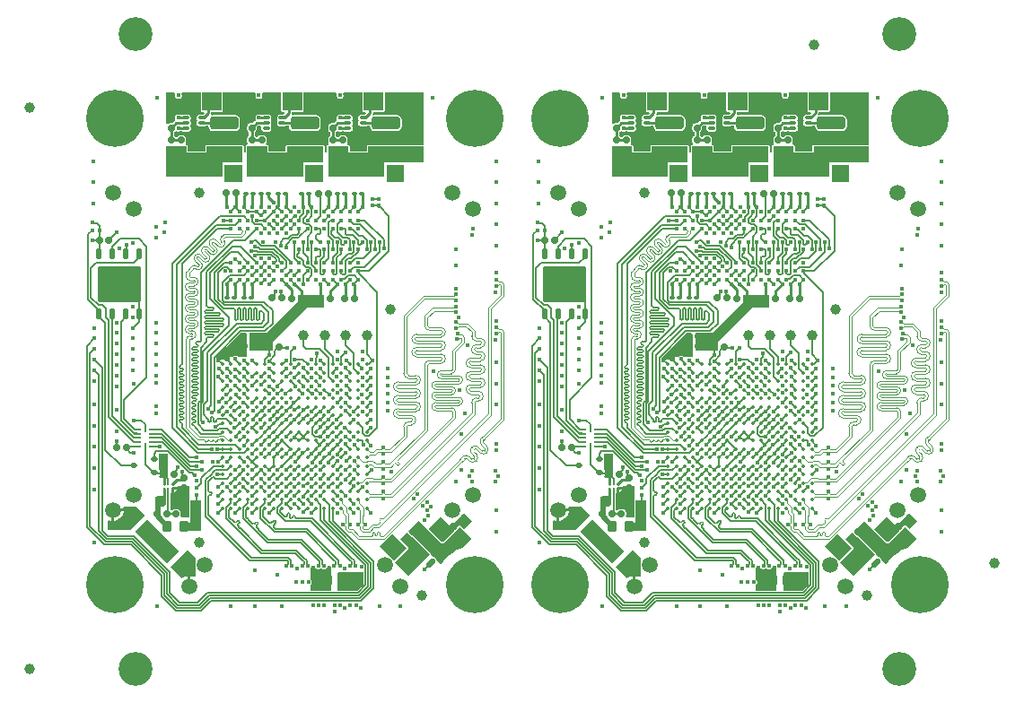
<source format=gtl>
G04*
G04 #@! TF.GenerationSoftware,Altium Limited,Altium Designer,22.4.2 (48)*
G04*
G04 Layer_Physical_Order=1*
G04 Layer_Color=255*
%FSAX24Y24*%
%MOIN*%
G70*
G04*
G04 #@! TF.SameCoordinates,77042C60-C616-4B62-9F68-170708952660*
G04*
G04*
G04 #@! TF.FilePolarity,Positive*
G04*
G01*
G75*
%ADD10C,0.0394*%
%ADD11C,0.0050*%
%ADD12C,0.0039*%
%ADD13C,0.0039*%
%ADD14C,0.0051*%
G04:AMPARAMS|DCode=15|XSize=18.5mil|YSize=23.6mil|CornerRadius=4.6mil|HoleSize=0mil|Usage=FLASHONLY|Rotation=90.000|XOffset=0mil|YOffset=0mil|HoleType=Round|Shape=RoundedRectangle|*
%AMROUNDEDRECTD15*
21,1,0.0185,0.0144,0,0,90.0*
21,1,0.0093,0.0236,0,0,90.0*
1,1,0.0093,0.0072,0.0046*
1,1,0.0093,0.0072,-0.0046*
1,1,0.0093,-0.0072,-0.0046*
1,1,0.0093,-0.0072,0.0046*
%
%ADD15ROUNDEDRECTD15*%
G04:AMPARAMS|DCode=16|XSize=11.8mil|YSize=26.4mil|CornerRadius=3mil|HoleSize=0mil|Usage=FLASHONLY|Rotation=270.000|XOffset=0mil|YOffset=0mil|HoleType=Round|Shape=RoundedRectangle|*
%AMROUNDEDRECTD16*
21,1,0.0118,0.0205,0,0,270.0*
21,1,0.0059,0.0264,0,0,270.0*
1,1,0.0059,-0.0102,-0.0030*
1,1,0.0059,-0.0102,0.0030*
1,1,0.0059,0.0102,0.0030*
1,1,0.0059,0.0102,-0.0030*
%
%ADD16ROUNDEDRECTD16*%
%ADD17C,0.0110*%
G04:AMPARAMS|DCode=18|XSize=21.7mil|YSize=39.4mil|CornerRadius=5.4mil|HoleSize=0mil|Usage=FLASHONLY|Rotation=135.000|XOffset=0mil|YOffset=0mil|HoleType=Round|Shape=RoundedRectangle|*
%AMROUNDEDRECTD18*
21,1,0.0217,0.0285,0,0,135.0*
21,1,0.0108,0.0394,0,0,135.0*
1,1,0.0108,0.0063,0.0139*
1,1,0.0108,0.0139,0.0063*
1,1,0.0108,-0.0063,-0.0139*
1,1,0.0108,-0.0139,-0.0063*
%
%ADD18ROUNDEDRECTD18*%
%ADD19C,0.0157*%
G04:AMPARAMS|DCode=20|XSize=7.9mil|YSize=27.6mil|CornerRadius=2mil|HoleSize=0mil|Usage=FLASHONLY|Rotation=180.000|XOffset=0mil|YOffset=0mil|HoleType=Round|Shape=RoundedRectangle|*
%AMROUNDEDRECTD20*
21,1,0.0079,0.0236,0,0,180.0*
21,1,0.0039,0.0276,0,0,180.0*
1,1,0.0039,-0.0020,0.0118*
1,1,0.0039,0.0020,0.0118*
1,1,0.0039,0.0020,-0.0118*
1,1,0.0039,-0.0020,-0.0118*
%
%ADD20ROUNDEDRECTD20*%
G04:AMPARAMS|DCode=21|XSize=7.9mil|YSize=27.6mil|CornerRadius=2mil|HoleSize=0mil|Usage=FLASHONLY|Rotation=270.000|XOffset=0mil|YOffset=0mil|HoleType=Round|Shape=RoundedRectangle|*
%AMROUNDEDRECTD21*
21,1,0.0079,0.0236,0,0,270.0*
21,1,0.0039,0.0276,0,0,270.0*
1,1,0.0039,-0.0118,-0.0020*
1,1,0.0039,-0.0118,0.0020*
1,1,0.0039,0.0118,0.0020*
1,1,0.0039,0.0118,-0.0020*
%
%ADD21ROUNDEDRECTD21*%
G04:AMPARAMS|DCode=22|XSize=157.5mil|YSize=133.9mil|CornerRadius=3.3mil|HoleSize=0mil|Usage=FLASHONLY|Rotation=180.000|XOffset=0mil|YOffset=0mil|HoleType=Round|Shape=RoundedRectangle|*
%AMROUNDEDRECTD22*
21,1,0.1575,0.1272,0,0,180.0*
21,1,0.1508,0.1339,0,0,180.0*
1,1,0.0067,-0.0754,0.0636*
1,1,0.0067,0.0754,0.0636*
1,1,0.0067,0.0754,-0.0636*
1,1,0.0067,-0.0754,-0.0636*
%
%ADD22ROUNDEDRECTD22*%
G04:AMPARAMS|DCode=23|XSize=17.7mil|YSize=41.3mil|CornerRadius=4.4mil|HoleSize=0mil|Usage=FLASHONLY|Rotation=180.000|XOffset=0mil|YOffset=0mil|HoleType=Round|Shape=RoundedRectangle|*
%AMROUNDEDRECTD23*
21,1,0.0177,0.0325,0,0,180.0*
21,1,0.0089,0.0413,0,0,180.0*
1,1,0.0089,-0.0044,0.0162*
1,1,0.0089,0.0044,0.0162*
1,1,0.0089,0.0044,-0.0162*
1,1,0.0089,-0.0044,-0.0162*
%
%ADD23ROUNDEDRECTD23*%
%ADD24C,0.0138*%
G04:AMPARAMS|DCode=25|XSize=23.6mil|YSize=23.6mil|CornerRadius=5.9mil|HoleSize=0mil|Usage=FLASHONLY|Rotation=270.000|XOffset=0mil|YOffset=0mil|HoleType=Round|Shape=RoundedRectangle|*
%AMROUNDEDRECTD25*
21,1,0.0236,0.0118,0,0,270.0*
21,1,0.0118,0.0236,0,0,270.0*
1,1,0.0118,-0.0059,-0.0059*
1,1,0.0118,-0.0059,0.0059*
1,1,0.0118,0.0059,0.0059*
1,1,0.0118,0.0059,-0.0059*
%
%ADD25ROUNDEDRECTD25*%
G04:AMPARAMS|DCode=26|XSize=13.8mil|YSize=15.7mil|CornerRadius=3.4mil|HoleSize=0mil|Usage=FLASHONLY|Rotation=270.000|XOffset=0mil|YOffset=0mil|HoleType=Round|Shape=RoundedRectangle|*
%AMROUNDEDRECTD26*
21,1,0.0138,0.0089,0,0,270.0*
21,1,0.0069,0.0157,0,0,270.0*
1,1,0.0069,-0.0044,-0.0034*
1,1,0.0069,-0.0044,0.0034*
1,1,0.0069,0.0044,0.0034*
1,1,0.0069,0.0044,-0.0034*
%
%ADD26ROUNDEDRECTD26*%
G04:AMPARAMS|DCode=27|XSize=39.4mil|YSize=35.4mil|CornerRadius=8.9mil|HoleSize=0mil|Usage=FLASHONLY|Rotation=90.000|XOffset=0mil|YOffset=0mil|HoleType=Round|Shape=RoundedRectangle|*
%AMROUNDEDRECTD27*
21,1,0.0394,0.0177,0,0,90.0*
21,1,0.0217,0.0354,0,0,90.0*
1,1,0.0177,0.0089,0.0108*
1,1,0.0177,0.0089,-0.0108*
1,1,0.0177,-0.0089,-0.0108*
1,1,0.0177,-0.0089,0.0108*
%
%ADD27ROUNDEDRECTD27*%
G04:AMPARAMS|DCode=28|XSize=39.4mil|YSize=35.4mil|CornerRadius=8.9mil|HoleSize=0mil|Usage=FLASHONLY|Rotation=225.000|XOffset=0mil|YOffset=0mil|HoleType=Round|Shape=RoundedRectangle|*
%AMROUNDEDRECTD28*
21,1,0.0394,0.0177,0,0,225.0*
21,1,0.0217,0.0354,0,0,225.0*
1,1,0.0177,-0.0139,-0.0014*
1,1,0.0177,0.0014,0.0139*
1,1,0.0177,0.0139,0.0014*
1,1,0.0177,-0.0014,-0.0139*
%
%ADD28ROUNDEDRECTD28*%
G04:AMPARAMS|DCode=29|XSize=23.6mil|YSize=23.6mil|CornerRadius=5.9mil|HoleSize=0mil|Usage=FLASHONLY|Rotation=0.000|XOffset=0mil|YOffset=0mil|HoleType=Round|Shape=RoundedRectangle|*
%AMROUNDEDRECTD29*
21,1,0.0236,0.0118,0,0,0.0*
21,1,0.0118,0.0236,0,0,0.0*
1,1,0.0118,0.0059,-0.0059*
1,1,0.0118,-0.0059,-0.0059*
1,1,0.0118,-0.0059,0.0059*
1,1,0.0118,0.0059,0.0059*
%
%ADD29ROUNDEDRECTD29*%
G04:AMPARAMS|DCode=30|XSize=13.8mil|YSize=15.7mil|CornerRadius=3.4mil|HoleSize=0mil|Usage=FLASHONLY|Rotation=180.000|XOffset=0mil|YOffset=0mil|HoleType=Round|Shape=RoundedRectangle|*
%AMROUNDEDRECTD30*
21,1,0.0138,0.0089,0,0,180.0*
21,1,0.0069,0.0157,0,0,180.0*
1,1,0.0069,-0.0034,0.0044*
1,1,0.0069,0.0034,0.0044*
1,1,0.0069,0.0034,-0.0044*
1,1,0.0069,-0.0034,-0.0044*
%
%ADD30ROUNDEDRECTD30*%
G04:AMPARAMS|DCode=31|XSize=107.1mil|YSize=48.4mil|CornerRadius=12.1mil|HoleSize=0mil|Usage=FLASHONLY|Rotation=0.000|XOffset=0mil|YOffset=0mil|HoleType=Round|Shape=RoundedRectangle|*
%AMROUNDEDRECTD31*
21,1,0.1071,0.0242,0,0,0.0*
21,1,0.0829,0.0484,0,0,0.0*
1,1,0.0242,0.0414,-0.0121*
1,1,0.0242,-0.0414,-0.0121*
1,1,0.0242,-0.0414,0.0121*
1,1,0.0242,0.0414,0.0121*
%
%ADD31ROUNDEDRECTD31*%
G04:AMPARAMS|DCode=32|XSize=59.1mil|YSize=51.2mil|CornerRadius=12.8mil|HoleSize=0mil|Usage=FLASHONLY|Rotation=0.000|XOffset=0mil|YOffset=0mil|HoleType=Round|Shape=RoundedRectangle|*
%AMROUNDEDRECTD32*
21,1,0.0591,0.0256,0,0,0.0*
21,1,0.0335,0.0512,0,0,0.0*
1,1,0.0256,0.0167,-0.0128*
1,1,0.0256,-0.0167,-0.0128*
1,1,0.0256,-0.0167,0.0128*
1,1,0.0256,0.0167,0.0128*
%
%ADD32ROUNDEDRECTD32*%
G04:AMPARAMS|DCode=33|XSize=25.2mil|YSize=25.2mil|CornerRadius=6.3mil|HoleSize=0mil|Usage=FLASHONLY|Rotation=0.000|XOffset=0mil|YOffset=0mil|HoleType=Round|Shape=RoundedRectangle|*
%AMROUNDEDRECTD33*
21,1,0.0252,0.0126,0,0,0.0*
21,1,0.0126,0.0252,0,0,0.0*
1,1,0.0126,0.0063,-0.0063*
1,1,0.0126,-0.0063,-0.0063*
1,1,0.0126,-0.0063,0.0063*
1,1,0.0126,0.0063,0.0063*
%
%ADD33ROUNDEDRECTD33*%
G04:AMPARAMS|DCode=34|XSize=25.2mil|YSize=25.2mil|CornerRadius=6.3mil|HoleSize=0mil|Usage=FLASHONLY|Rotation=270.000|XOffset=0mil|YOffset=0mil|HoleType=Round|Shape=RoundedRectangle|*
%AMROUNDEDRECTD34*
21,1,0.0252,0.0126,0,0,270.0*
21,1,0.0126,0.0252,0,0,270.0*
1,1,0.0126,-0.0063,-0.0063*
1,1,0.0126,-0.0063,0.0063*
1,1,0.0126,0.0063,0.0063*
1,1,0.0126,0.0063,-0.0063*
%
%ADD34ROUNDEDRECTD34*%
G04:AMPARAMS|DCode=35|XSize=37.4mil|YSize=41.3mil|CornerRadius=9.4mil|HoleSize=0mil|Usage=FLASHONLY|Rotation=270.000|XOffset=0mil|YOffset=0mil|HoleType=Round|Shape=RoundedRectangle|*
%AMROUNDEDRECTD35*
21,1,0.0374,0.0226,0,0,270.0*
21,1,0.0187,0.0413,0,0,270.0*
1,1,0.0187,-0.0113,-0.0094*
1,1,0.0187,-0.0113,0.0094*
1,1,0.0187,0.0113,0.0094*
1,1,0.0187,0.0113,-0.0094*
%
%ADD35ROUNDEDRECTD35*%
G04:AMPARAMS|DCode=36|XSize=25.2mil|YSize=25.2mil|CornerRadius=6.3mil|HoleSize=0mil|Usage=FLASHONLY|Rotation=315.000|XOffset=0mil|YOffset=0mil|HoleType=Round|Shape=RoundedRectangle|*
%AMROUNDEDRECTD36*
21,1,0.0252,0.0126,0,0,315.0*
21,1,0.0126,0.0252,0,0,315.0*
1,1,0.0126,0.0000,-0.0089*
1,1,0.0126,-0.0089,0.0000*
1,1,0.0126,0.0000,0.0089*
1,1,0.0126,0.0089,0.0000*
%
%ADD36ROUNDEDRECTD36*%
G04:AMPARAMS|DCode=37|XSize=25.2mil|YSize=25.2mil|CornerRadius=6.3mil|HoleSize=0mil|Usage=FLASHONLY|Rotation=225.000|XOffset=0mil|YOffset=0mil|HoleType=Round|Shape=RoundedRectangle|*
%AMROUNDEDRECTD37*
21,1,0.0252,0.0126,0,0,225.0*
21,1,0.0126,0.0252,0,0,225.0*
1,1,0.0126,-0.0089,0.0000*
1,1,0.0126,0.0000,0.0089*
1,1,0.0126,0.0089,0.0000*
1,1,0.0126,0.0000,-0.0089*
%
%ADD37ROUNDEDRECTD37*%
G04:AMPARAMS|DCode=38|XSize=59.1mil|YSize=51.2mil|CornerRadius=12.8mil|HoleSize=0mil|Usage=FLASHONLY|Rotation=45.000|XOffset=0mil|YOffset=0mil|HoleType=Round|Shape=RoundedRectangle|*
%AMROUNDEDRECTD38*
21,1,0.0591,0.0256,0,0,45.0*
21,1,0.0335,0.0512,0,0,45.0*
1,1,0.0256,0.0209,0.0028*
1,1,0.0256,-0.0028,-0.0209*
1,1,0.0256,-0.0209,-0.0028*
1,1,0.0256,0.0028,0.0209*
%
%ADD38ROUNDEDRECTD38*%
G04:AMPARAMS|DCode=39|XSize=59.1mil|YSize=51.2mil|CornerRadius=12.8mil|HoleSize=0mil|Usage=FLASHONLY|Rotation=90.000|XOffset=0mil|YOffset=0mil|HoleType=Round|Shape=RoundedRectangle|*
%AMROUNDEDRECTD39*
21,1,0.0591,0.0256,0,0,90.0*
21,1,0.0335,0.0512,0,0,90.0*
1,1,0.0256,0.0128,0.0167*
1,1,0.0256,0.0128,-0.0167*
1,1,0.0256,-0.0128,-0.0167*
1,1,0.0256,-0.0128,0.0167*
%
%ADD39ROUNDEDRECTD39*%
G04:AMPARAMS|DCode=40|XSize=16.5mil|YSize=18.1mil|CornerRadius=4.1mil|HoleSize=0mil|Usage=FLASHONLY|Rotation=270.000|XOffset=0mil|YOffset=0mil|HoleType=Round|Shape=RoundedRectangle|*
%AMROUNDEDRECTD40*
21,1,0.0165,0.0098,0,0,270.0*
21,1,0.0083,0.0181,0,0,270.0*
1,1,0.0083,-0.0049,-0.0041*
1,1,0.0083,-0.0049,0.0041*
1,1,0.0083,0.0049,0.0041*
1,1,0.0083,0.0049,-0.0041*
%
%ADD40ROUNDEDRECTD40*%
%ADD41C,0.0100*%
%ADD42C,0.0050*%
%ADD43C,0.0197*%
%ADD44C,0.0075*%
%ADD45C,0.1260*%
%ADD46C,0.2126*%
%ADD47C,0.0591*%
%ADD48C,0.0160*%
G36*
X028622Y022746D02*
X027904D01*
Y023406D01*
X028622D01*
Y022746D01*
D02*
G37*
G36*
X012087D02*
X011368D01*
Y023406D01*
X012087D01*
Y022746D01*
D02*
G37*
G36*
X031634Y022746D02*
X030915D01*
Y023406D01*
X031634D01*
Y022746D01*
D02*
G37*
G36*
X015098D02*
X014380D01*
Y023406D01*
X015098D01*
Y022746D01*
D02*
G37*
G36*
X025630Y022746D02*
X024911D01*
Y023405D01*
X025630D01*
Y022746D01*
D02*
G37*
G36*
X009094D02*
X008376D01*
Y023405D01*
X009094D01*
Y022746D01*
D02*
G37*
G36*
X033130Y021462D02*
X031083D01*
X031044Y021446D01*
X031029Y021407D01*
Y021225D01*
X030389D01*
Y021407D01*
X030373Y021446D01*
X030335Y021462D01*
X030318D01*
X030294Y021512D01*
X030307Y021531D01*
X030316Y021575D01*
Y021701D01*
X030307Y021745D01*
X030282Y021782D01*
X030245Y021807D01*
X030201Y021816D01*
X030075D01*
X030031Y021807D01*
X029993Y021782D01*
X029969Y021746D01*
X029956Y021745D01*
X029918Y021747D01*
X029901Y021772D01*
X029866Y021795D01*
Y021935D01*
X029901Y021959D01*
X029956Y021967D01*
X029961Y021965D01*
X030004Y021947D01*
X030055D01*
X030103Y021967D01*
X030111Y021975D01*
X030172D01*
X030176Y021972D01*
X030207Y021966D01*
X030411D01*
X030442Y021972D01*
X030469Y021990D01*
X030486Y022016D01*
X030492Y022047D01*
Y022106D01*
X030486Y022137D01*
X030469Y022164D01*
Y022187D01*
X030486Y022213D01*
X030492Y022244D01*
Y022303D01*
X030486Y022334D01*
X030486Y022335D01*
X030473Y022372D01*
X030486Y022409D01*
X030486Y022410D01*
X030492Y022441D01*
Y022500D01*
X030486Y022531D01*
X030469Y022557D01*
X030442Y022575D01*
X030411Y022581D01*
X030207D01*
X030176Y022575D01*
X030172Y022572D01*
X030111D01*
X030103Y022581D01*
X030055Y022600D01*
X030004D01*
X029956Y022581D01*
X029919Y022544D01*
X029900Y022496D01*
Y022445D01*
X029910Y022420D01*
X029903Y022377D01*
X029887Y022358D01*
X029869Y022346D01*
X029790Y022267D01*
X029705D01*
X029662Y022258D01*
X029626Y022234D01*
X029602Y022198D01*
X029594Y022156D01*
Y022037D01*
X029602Y021995D01*
X029626Y021959D01*
X029662Y021935D01*
Y021795D01*
X029626Y021772D01*
X029602Y021735D01*
X029594Y021693D01*
Y021575D01*
X029602Y021532D01*
X029616Y021512D01*
X029596Y021464D01*
X029594Y021462D01*
X029587D01*
X029548Y021446D01*
X029533Y021407D01*
Y021171D01*
X029454D01*
Y021407D01*
X029438Y021446D01*
X029400Y021462D01*
X028071D01*
X028033Y021446D01*
X028017Y021407D01*
Y021225D01*
X027377D01*
Y021407D01*
X027361Y021446D01*
X027323Y021462D01*
X027306D01*
X027283Y021512D01*
X027295Y021531D01*
X027304Y021575D01*
Y021701D01*
X027295Y021745D01*
X027270Y021782D01*
X027233Y021807D01*
X027189Y021816D01*
X027063D01*
X027019Y021807D01*
X026982Y021782D01*
X026958Y021746D01*
X026944Y021745D01*
X026906Y021747D01*
X026890Y021772D01*
X026854Y021795D01*
Y021935D01*
X026890Y021959D01*
X026914Y021995D01*
X026922Y022037D01*
Y022122D01*
X026971Y022172D01*
X027083D01*
X027093Y022162D01*
X027117Y022122D01*
X027114Y022106D01*
Y022047D01*
X027120Y022016D01*
X027138Y021990D01*
X027164Y021972D01*
X027195Y021966D01*
X027400D01*
X027431Y021972D01*
X027457Y021990D01*
X027475Y022016D01*
X027481Y022047D01*
Y022106D01*
X027475Y022137D01*
X027457Y022164D01*
Y022187D01*
X027475Y022213D01*
X027481Y022244D01*
Y022303D01*
X027475Y022334D01*
X027474Y022335D01*
X027461Y022372D01*
X027474Y022409D01*
X027475Y022410D01*
X027481Y022441D01*
Y022500D01*
X027475Y022531D01*
X027457Y022557D01*
X027431Y022575D01*
X027400Y022581D01*
X027195D01*
X027164Y022575D01*
X027160Y022572D01*
X027100D01*
X027091Y022581D01*
X027044Y022600D01*
X026992D01*
X026944Y022581D01*
X026908Y022544D01*
X026888Y022496D01*
Y022445D01*
X026898Y022420D01*
X026892Y022377D01*
X026876Y022358D01*
X026857Y022346D01*
X026778Y022267D01*
X026693D01*
X026650Y022258D01*
X026614Y022234D01*
X026590Y022198D01*
X026582Y022156D01*
Y022037D01*
X026590Y021995D01*
X026614Y021959D01*
X026650Y021935D01*
Y021795D01*
X026614Y021772D01*
X026590Y021735D01*
X026582Y021693D01*
Y021575D01*
X026590Y021532D01*
X026604Y021512D01*
X026584Y021464D01*
X026582Y021462D01*
X026575D01*
X026537Y021446D01*
X026521Y021407D01*
Y021171D01*
X026462D01*
Y021407D01*
X026446Y021446D01*
X026407Y021462D01*
X025079D01*
X025040Y021446D01*
X025025Y021407D01*
Y021225D01*
X024385D01*
Y021407D01*
X024369Y021446D01*
X024331Y021462D01*
X024314D01*
X024291Y021512D01*
X024303Y021531D01*
X024312Y021575D01*
Y021701D01*
X024303Y021745D01*
X024278Y021782D01*
X024241Y021807D01*
X024197Y021816D01*
X024071D01*
X024027Y021807D01*
X023989Y021782D01*
X023965Y021746D01*
X023952Y021745D01*
X023914Y021747D01*
X023898Y021772D01*
X023862Y021795D01*
Y021935D01*
X023898Y021959D01*
X023952Y021967D01*
X023957Y021965D01*
X024000Y021947D01*
X024051D01*
X024099Y021967D01*
X024107Y021975D01*
X024168D01*
X024172Y021972D01*
X024203Y021966D01*
X024407D01*
X024439Y021972D01*
X024465Y021990D01*
X024482Y022016D01*
X024489Y022047D01*
Y022106D01*
X024482Y022137D01*
X024465Y022164D01*
Y022187D01*
X024482Y022213D01*
X024489Y022244D01*
Y022303D01*
X024482Y022334D01*
X024482Y022335D01*
X024469Y022372D01*
X024482Y022409D01*
X024482Y022410D01*
X024489Y022441D01*
Y022500D01*
X024482Y022531D01*
X024465Y022557D01*
X024439Y022575D01*
X024407Y022581D01*
X024203D01*
X024172Y022575D01*
X024168Y022572D01*
X024107D01*
X024099Y022581D01*
X024051Y022600D01*
X024000D01*
X023952Y022581D01*
X023915Y022544D01*
X023896Y022496D01*
Y022445D01*
X023906Y022420D01*
X023899Y022377D01*
X023883Y022358D01*
X023865Y022346D01*
X023786Y022267D01*
X023701D01*
X023658Y022258D01*
X023633Y022241D01*
X023596Y022254D01*
X023583Y022263D01*
Y023406D01*
X023875D01*
X023905Y023356D01*
X023896Y023333D01*
Y023281D01*
X023915Y023233D01*
X023952Y023197D01*
X024000Y023177D01*
X024051D01*
X024099Y023197D01*
X024136Y023233D01*
X024156Y023281D01*
Y023333D01*
X024146Y023356D01*
X024176Y023406D01*
X024857D01*
X024857Y023405D01*
Y022746D01*
X024873Y022708D01*
X024911Y022692D01*
X024973D01*
X024992Y022646D01*
X024927Y022581D01*
X024785D01*
X024754Y022575D01*
X024728Y022557D01*
X024711Y022531D01*
X024704Y022500D01*
Y022441D01*
X024711Y022410D01*
X024711Y022409D01*
X024724Y022372D01*
X024711Y022335D01*
X024711Y022334D01*
X024704Y022303D01*
Y022244D01*
X024711Y022213D01*
X024728Y022187D01*
X024754Y022169D01*
X024785Y022163D01*
X024990D01*
X025021Y022169D01*
X025025Y022172D01*
X025140D01*
Y022157D01*
X025153Y022090D01*
X025191Y022033D01*
X025247Y021995D01*
X025314Y021982D01*
X026143D01*
X026209Y021995D01*
X026266Y022033D01*
X026304Y022090D01*
X026317Y022157D01*
Y022399D01*
X026304Y022465D01*
X026266Y022522D01*
X026209Y022560D01*
X026143Y022573D01*
X025314D01*
X025265Y022563D01*
X025234Y022606D01*
X025242Y022618D01*
X025250Y022657D01*
Y022692D01*
X025630D01*
X025668Y022708D01*
X025684Y022746D01*
Y023405D01*
X025684Y023406D01*
X026867D01*
X026897Y023356D01*
X026888Y023333D01*
Y023281D01*
X026908Y023233D01*
X026944Y023197D01*
X026992Y023177D01*
X027044D01*
X027091Y023197D01*
X027128Y023233D01*
X027148Y023281D01*
Y023333D01*
X027138Y023356D01*
X027168Y023406D01*
X027849D01*
X027849Y023406D01*
Y022746D01*
X027865Y022708D01*
X027904Y022692D01*
X027965D01*
X027984Y022646D01*
X027919Y022581D01*
X027778D01*
X027747Y022575D01*
X027720Y022557D01*
X027703Y022531D01*
X027696Y022500D01*
Y022441D01*
X027703Y022410D01*
X027703Y022409D01*
X027716Y022372D01*
X027703Y022335D01*
X027703Y022334D01*
X027696Y022303D01*
Y022244D01*
X027703Y022213D01*
X027720Y022187D01*
X027747Y022169D01*
X027778Y022163D01*
X027982D01*
X028013Y022169D01*
X028017Y022172D01*
X028132D01*
Y022157D01*
X028145Y022090D01*
X028183Y022033D01*
X028239Y021995D01*
X028306Y021982D01*
X029135D01*
X029202Y021995D01*
X029258Y022033D01*
X029296Y022090D01*
X029309Y022157D01*
Y022399D01*
X029296Y022465D01*
X029258Y022522D01*
X029202Y022560D01*
X029135Y022573D01*
X028306D01*
X028257Y022563D01*
X028226Y022606D01*
X028234Y022618D01*
X028242Y022657D01*
Y022692D01*
X028622D01*
X028660Y022708D01*
X028676Y022746D01*
Y023406D01*
X028676Y023406D01*
X029879D01*
X029909Y023356D01*
X029900Y023333D01*
Y023281D01*
X029919Y023233D01*
X029956Y023197D01*
X030004Y023177D01*
X030055D01*
X030103Y023197D01*
X030140Y023233D01*
X030160Y023281D01*
Y023333D01*
X030150Y023356D01*
X030180Y023406D01*
X030861D01*
X030861Y023406D01*
Y022746D01*
X030877Y022708D01*
X030915Y022692D01*
X030977D01*
X030996Y022646D01*
X030931Y022581D01*
X030789D01*
X030758Y022575D01*
X030732Y022557D01*
X030714Y022531D01*
X030708Y022500D01*
Y022441D01*
X030714Y022410D01*
X030715Y022409D01*
X030728Y022372D01*
X030715Y022335D01*
X030714Y022334D01*
X030708Y022303D01*
Y022244D01*
X030714Y022213D01*
X030732Y022187D01*
X030758Y022169D01*
X030789Y022163D01*
X030994D01*
X031025Y022169D01*
X031029Y022172D01*
X031144D01*
Y022157D01*
X031157Y022090D01*
X031195Y022033D01*
X031251Y021995D01*
X031318Y021982D01*
X032147D01*
X032213Y021995D01*
X032270Y022033D01*
X032308Y022090D01*
X032321Y022157D01*
Y022399D01*
X032308Y022465D01*
X032270Y022522D01*
X032213Y022560D01*
X032147Y022573D01*
X031318D01*
X031269Y022563D01*
X031238Y022606D01*
X031246Y022618D01*
X031254Y022657D01*
Y022692D01*
X031634D01*
X031672Y022708D01*
X031688Y022746D01*
Y023406D01*
X031688Y023406D01*
X033130D01*
Y021462D01*
D02*
G37*
G36*
X016594D02*
X014547D01*
X014509Y021446D01*
X014493Y021407D01*
Y021225D01*
X013853D01*
Y021407D01*
X013837Y021446D01*
X013799Y021462D01*
X013782D01*
X013759Y021512D01*
X013772Y021531D01*
X013781Y021575D01*
Y021701D01*
X013772Y021745D01*
X013747Y021782D01*
X013709Y021807D01*
X013665Y021816D01*
X013539D01*
X013495Y021807D01*
X013458Y021782D01*
X013434Y021746D01*
X013420Y021745D01*
X013383Y021747D01*
X013366Y021772D01*
X013330Y021795D01*
Y021935D01*
X013366Y021959D01*
X013420Y021967D01*
X013425Y021965D01*
X013468Y021947D01*
X013520D01*
X013568Y021967D01*
X013576Y021975D01*
X013637D01*
X013640Y021972D01*
X013671Y021966D01*
X013876D01*
X013907Y021972D01*
X013933Y021990D01*
X013951Y022016D01*
X013957Y022047D01*
Y022106D01*
X013951Y022137D01*
X013933Y022164D01*
Y022187D01*
X013951Y022213D01*
X013957Y022244D01*
Y022303D01*
X013951Y022334D01*
X013950Y022335D01*
X013937Y022372D01*
X013950Y022409D01*
X013951Y022410D01*
X013957Y022441D01*
Y022500D01*
X013951Y022531D01*
X013933Y022557D01*
X013907Y022575D01*
X013876Y022581D01*
X013671D01*
X013640Y022575D01*
X013637Y022572D01*
X013576D01*
X013568Y022581D01*
X013520Y022600D01*
X013468D01*
X013420Y022581D01*
X013384Y022544D01*
X013364Y022496D01*
Y022445D01*
X013374Y022420D01*
X013368Y022377D01*
X013352Y022358D01*
X013333Y022346D01*
X013254Y022267D01*
X013169D01*
X013127Y022258D01*
X013091Y022234D01*
X013067Y022198D01*
X013058Y022156D01*
Y022037D01*
X013067Y021995D01*
X013091Y021959D01*
X013126Y021935D01*
Y021795D01*
X013091Y021772D01*
X013067Y021735D01*
X013058Y021693D01*
Y021575D01*
X013067Y021532D01*
X013080Y021512D01*
X013060Y021464D01*
X013058Y021462D01*
X013051D01*
X013013Y021446D01*
X012997Y021407D01*
Y021171D01*
X012918D01*
Y021407D01*
X012902Y021446D01*
X012864Y021462D01*
X011535D01*
X011497Y021446D01*
X011481Y021407D01*
Y021225D01*
X010842D01*
Y021407D01*
X010826Y021446D01*
X010787Y021462D01*
X010771D01*
X010747Y021512D01*
X010760Y021531D01*
X010769Y021575D01*
Y021701D01*
X010760Y021745D01*
X010735Y021782D01*
X010698Y021807D01*
X010654Y021816D01*
X010528D01*
X010483Y021807D01*
X010446Y021782D01*
X010422Y021746D01*
X010408Y021745D01*
X010371Y021747D01*
X010354Y021772D01*
X010318Y021795D01*
Y021935D01*
X010354Y021959D01*
X010378Y021995D01*
X010387Y022037D01*
Y022122D01*
X010436Y022172D01*
X010547D01*
X010557Y022162D01*
X010581Y022122D01*
X010578Y022106D01*
Y022047D01*
X010585Y022016D01*
X010602Y021990D01*
X010628Y021972D01*
X010659Y021966D01*
X010864D01*
X010895Y021972D01*
X010922Y021990D01*
X010939Y022016D01*
X010945Y022047D01*
Y022106D01*
X010939Y022137D01*
X010922Y022164D01*
Y022187D01*
X010939Y022213D01*
X010945Y022244D01*
Y022303D01*
X010939Y022334D01*
X010939Y022335D01*
X010926Y022372D01*
X010939Y022409D01*
X010939Y022410D01*
X010945Y022441D01*
Y022500D01*
X010939Y022531D01*
X010922Y022557D01*
X010895Y022575D01*
X010864Y022581D01*
X010659D01*
X010628Y022575D01*
X010625Y022572D01*
X010564D01*
X010556Y022581D01*
X010508Y022600D01*
X010456D01*
X010409Y022581D01*
X010372Y022544D01*
X010352Y022496D01*
Y022445D01*
X010362Y022420D01*
X010356Y022377D01*
X010340Y022358D01*
X010322Y022346D01*
X010243Y022267D01*
X010157D01*
X010115Y022258D01*
X010079Y022234D01*
X010055Y022198D01*
X010046Y022156D01*
Y022037D01*
X010055Y021995D01*
X010079Y021959D01*
X010115Y021935D01*
Y021795D01*
X010079Y021772D01*
X010055Y021735D01*
X010046Y021693D01*
Y021575D01*
X010055Y021532D01*
X010069Y021512D01*
X010048Y021464D01*
X010046Y021462D01*
X010039D01*
X010001Y021446D01*
X009985Y021407D01*
Y021171D01*
X009926D01*
Y021407D01*
X009910Y021446D01*
X009872Y021462D01*
X008543D01*
X008505Y021446D01*
X008489Y021407D01*
Y021225D01*
X007849D01*
Y021407D01*
X007834Y021446D01*
X007795Y021462D01*
X007779D01*
X007755Y021512D01*
X007768Y021531D01*
X007777Y021575D01*
Y021701D01*
X007768Y021745D01*
X007743Y021782D01*
X007706Y021807D01*
X007661Y021816D01*
X007535D01*
X007491Y021807D01*
X007454Y021782D01*
X007430Y021746D01*
X007416Y021745D01*
X007379Y021747D01*
X007362Y021772D01*
X007326Y021795D01*
Y021935D01*
X007362Y021959D01*
X007417Y021967D01*
X007421Y021965D01*
X007464Y021947D01*
X007516D01*
X007564Y021967D01*
X007572Y021975D01*
X007633D01*
X007636Y021972D01*
X007667Y021966D01*
X007872D01*
X007903Y021972D01*
X007929Y021990D01*
X007947Y022016D01*
X007953Y022047D01*
Y022106D01*
X007947Y022137D01*
X007929Y022164D01*
Y022187D01*
X007947Y022213D01*
X007953Y022244D01*
Y022303D01*
X007947Y022334D01*
X007946Y022335D01*
X007933Y022372D01*
X007946Y022409D01*
X007947Y022410D01*
X007953Y022441D01*
Y022500D01*
X007947Y022531D01*
X007929Y022557D01*
X007903Y022575D01*
X007872Y022581D01*
X007667D01*
X007636Y022575D01*
X007633Y022572D01*
X007572D01*
X007564Y022581D01*
X007516Y022600D01*
X007464D01*
X007417Y022581D01*
X007380Y022544D01*
X007360Y022496D01*
Y022445D01*
X007370Y022420D01*
X007364Y022377D01*
X007348Y022358D01*
X007329Y022346D01*
X007250Y022267D01*
X007165D01*
X007123Y022258D01*
X007097Y022241D01*
X007060Y022254D01*
X007047Y022263D01*
Y023406D01*
X007339D01*
X007369Y023356D01*
X007360Y023333D01*
Y023281D01*
X007380Y023233D01*
X007417Y023197D01*
X007464Y023177D01*
X007516D01*
X007564Y023197D01*
X007600Y023233D01*
X007620Y023281D01*
Y023333D01*
X007611Y023356D01*
X007641Y023406D01*
X008322D01*
X008322Y023405D01*
Y022746D01*
X008338Y022708D01*
X008376Y022692D01*
X008437D01*
X008456Y022646D01*
X008392Y022581D01*
X008250D01*
X008219Y022575D01*
X008193Y022557D01*
X008175Y022531D01*
X008169Y022500D01*
Y022441D01*
X008175Y022410D01*
X008176Y022409D01*
X008189Y022372D01*
X008176Y022335D01*
X008175Y022334D01*
X008169Y022303D01*
Y022244D01*
X008175Y022213D01*
X008193Y022187D01*
X008219Y022169D01*
X008250Y022163D01*
X008455D01*
X008486Y022169D01*
X008489Y022172D01*
X008604D01*
Y022157D01*
X008617Y022090D01*
X008655Y022033D01*
X008712Y021995D01*
X008779Y021982D01*
X009607D01*
X009674Y021995D01*
X009731Y022033D01*
X009768Y022090D01*
X009782Y022157D01*
Y022399D01*
X009768Y022465D01*
X009731Y022522D01*
X009674Y022560D01*
X009607Y022573D01*
X008779D01*
X008730Y022563D01*
X008698Y022606D01*
X008706Y022618D01*
X008714Y022657D01*
Y022692D01*
X009094D01*
X009133Y022708D01*
X009149Y022746D01*
Y023405D01*
X009149Y023406D01*
X010332D01*
X010362Y023356D01*
X010352Y023333D01*
Y023281D01*
X010372Y023233D01*
X010409Y023197D01*
X010456Y023177D01*
X010508D01*
X010556Y023197D01*
X010592Y023233D01*
X010612Y023281D01*
Y023333D01*
X010603Y023356D01*
X010633Y023406D01*
X011314D01*
X011314Y023406D01*
Y022746D01*
X011330Y022708D01*
X011368Y022692D01*
X011429D01*
X011448Y022646D01*
X011384Y022581D01*
X011242D01*
X011211Y022575D01*
X011185Y022557D01*
X011167Y022531D01*
X011161Y022500D01*
Y022441D01*
X011167Y022410D01*
X011168Y022409D01*
X011181Y022372D01*
X011168Y022335D01*
X011167Y022334D01*
X011161Y022303D01*
Y022244D01*
X011167Y022213D01*
X011185Y022187D01*
X011211Y022169D01*
X011242Y022163D01*
X011447D01*
X011478Y022169D01*
X011482Y022172D01*
X011596D01*
Y022157D01*
X011610Y022090D01*
X011647Y022033D01*
X011704Y021995D01*
X011771Y021982D01*
X012599D01*
X012666Y021995D01*
X012723Y022033D01*
X012761Y022090D01*
X012774Y022157D01*
Y022399D01*
X012761Y022465D01*
X012723Y022522D01*
X012666Y022560D01*
X012599Y022573D01*
X011771D01*
X011722Y022563D01*
X011690Y022606D01*
X011699Y022618D01*
X011706Y022657D01*
Y022692D01*
X012087D01*
X012125Y022708D01*
X012141Y022746D01*
Y023406D01*
X012141Y023406D01*
X013343D01*
X013373Y023356D01*
X013364Y023333D01*
Y023281D01*
X013384Y023233D01*
X013420Y023197D01*
X013468Y023177D01*
X013520D01*
X013568Y023197D01*
X013604Y023233D01*
X013624Y023281D01*
Y023333D01*
X013615Y023356D01*
X013645Y023406D01*
X014326D01*
X014326Y023406D01*
Y022746D01*
X014342Y022708D01*
X014380Y022692D01*
X014441D01*
X014460Y022646D01*
X014396Y022581D01*
X014254D01*
X014223Y022575D01*
X014197Y022557D01*
X014179Y022531D01*
X014173Y022500D01*
Y022441D01*
X014179Y022410D01*
X014180Y022409D01*
X014193Y022372D01*
X014180Y022335D01*
X014179Y022334D01*
X014173Y022303D01*
Y022244D01*
X014179Y022213D01*
X014197Y022187D01*
X014223Y022169D01*
X014254Y022163D01*
X014459D01*
X014490Y022169D01*
X014493Y022172D01*
X014608D01*
Y022157D01*
X014621Y022090D01*
X014659Y022033D01*
X014716Y021995D01*
X014782Y021982D01*
X015611D01*
X015678Y021995D01*
X015735Y022033D01*
X015772Y022090D01*
X015786Y022157D01*
Y022399D01*
X015772Y022465D01*
X015735Y022522D01*
X015678Y022560D01*
X015611Y022573D01*
X014782D01*
X014734Y022563D01*
X014702Y022606D01*
X014710Y022618D01*
X014718Y022657D01*
Y022692D01*
X015098D01*
X015137Y022708D01*
X015153Y022746D01*
Y023406D01*
X015153Y023406D01*
X016594D01*
Y021462D01*
D02*
G37*
G36*
X033130Y020807D02*
X031673D01*
Y020276D01*
X029587D01*
Y021407D01*
X030335D01*
Y021171D01*
X031083D01*
Y021407D01*
X033130D01*
Y020807D01*
D02*
G37*
G36*
X016594D02*
X015138D01*
Y020276D01*
X013051D01*
Y021407D01*
X013799D01*
Y021171D01*
X014547D01*
Y021407D01*
X016594D01*
Y020807D01*
D02*
G37*
G36*
X026407Y020807D02*
X025669D01*
Y020276D01*
X023583D01*
Y021407D01*
X024331D01*
Y021171D01*
X025079D01*
Y021407D01*
X026407D01*
Y020807D01*
D02*
G37*
G36*
X009872D02*
X009134D01*
Y020276D01*
X007047D01*
Y021407D01*
X007795D01*
Y021171D01*
X008543D01*
Y021407D01*
X009872D01*
Y020807D01*
D02*
G37*
G36*
X029400Y020807D02*
X028661D01*
Y020276D01*
X026575D01*
Y021407D01*
X027323D01*
Y021171D01*
X028071D01*
Y021407D01*
X029400D01*
Y020807D01*
D02*
G37*
G36*
X012864D02*
X012126D01*
Y020276D01*
X010039D01*
Y021407D01*
X010787D01*
Y021171D01*
X011535D01*
Y021407D01*
X012864D01*
Y020807D01*
D02*
G37*
G36*
X032411Y020069D02*
X031752D01*
Y020728D01*
X032411D01*
Y020069D01*
D02*
G37*
G36*
X029400D02*
X028740D01*
Y020728D01*
X029400D01*
Y020069D01*
D02*
G37*
G36*
X026407D02*
X025748D01*
Y020728D01*
X026407D01*
Y020069D01*
D02*
G37*
G36*
X015876D02*
X015217D01*
Y020728D01*
X015876D01*
Y020069D01*
D02*
G37*
G36*
X012864D02*
X012205D01*
Y020728D01*
X012864D01*
Y020069D01*
D02*
G37*
G36*
X009872D02*
X009213D01*
Y020728D01*
X009872D01*
Y020069D01*
D02*
G37*
G36*
X029429Y015433D02*
X028790D01*
X027520Y014163D01*
Y013819D01*
X026683D01*
Y014468D01*
X027317D01*
X028465Y015616D01*
X028465Y015876D01*
X029429D01*
X029429Y015433D01*
D02*
G37*
G36*
X012894D02*
X012254D01*
X010984Y014163D01*
Y013819D01*
X010148D01*
Y014468D01*
X010781D01*
X011929Y015616D01*
X011929Y015876D01*
X012894D01*
X012894Y015433D01*
D02*
G37*
G36*
X026585Y014433D02*
Y013573D01*
X026507D01*
X026480Y013584D01*
X026433D01*
X026406Y013573D01*
X026251D01*
X026219Y013605D01*
X026175Y013623D01*
X026128D01*
X026084Y013605D01*
X026052Y013573D01*
X025935D01*
Y013470D01*
X025889Y013450D01*
X025859Y013421D01*
X025827Y013408D01*
X025794Y013421D01*
X025765Y013450D01*
X025703Y013476D01*
X025636D01*
X025574Y013450D01*
X025526Y013403D01*
X025519Y013386D01*
X025433D01*
Y013551D01*
X026350Y014468D01*
X026549Y014469D01*
X026585Y014433D01*
D02*
G37*
G36*
X010049D02*
Y013573D01*
X009972D01*
X009945Y013584D01*
X009898D01*
X009871Y013573D01*
X009716D01*
X009684Y013605D01*
X009640Y013623D01*
X009592D01*
X009549Y013605D01*
X009516Y013573D01*
X009400D01*
Y013470D01*
X009353Y013450D01*
X009324Y013421D01*
X009291Y013408D01*
X009259Y013421D01*
X009230Y013450D01*
X009167Y013476D01*
X009100D01*
X009038Y013450D01*
X008991Y013403D01*
X008984Y013386D01*
X008898D01*
Y013551D01*
X009815Y014468D01*
X010014Y014469D01*
X010049Y014433D01*
D02*
G37*
G36*
X023622Y009973D02*
Y009095D01*
X023330D01*
X023328Y009097D01*
X023308Y009145D01*
X023330Y009178D01*
X023341Y009235D01*
Y009328D01*
X023330Y009385D01*
X023297Y009433D01*
X023297Y009433D01*
Y009992D01*
X023603D01*
X023622Y009973D01*
D02*
G37*
G36*
X007087D02*
Y009095D01*
X006794D01*
X006792Y009097D01*
X006772Y009145D01*
X006794Y009178D01*
X006806Y009235D01*
Y009328D01*
X006794Y009385D01*
X006762Y009433D01*
X006762Y009433D01*
Y009992D01*
X007067D01*
X007087Y009973D01*
D02*
G37*
G36*
X024419Y007628D02*
X024153D01*
X024115Y007678D01*
X024117Y007687D01*
Y007805D01*
X024109Y007848D01*
X024085Y007884D01*
X024048Y007908D01*
X024006Y007916D01*
X023888D01*
X023845Y007908D01*
X023809Y007884D01*
X023754Y007884D01*
X023728Y007911D01*
Y008512D01*
X023759Y008532D01*
Y008691D01*
X023809D01*
Y008741D01*
X023970D01*
X023989Y008770D01*
X024419D01*
Y007628D01*
D02*
G37*
G36*
X007884D02*
X007618D01*
X007580Y007678D01*
X007582Y007687D01*
Y007805D01*
X007573Y007848D01*
X007549Y007884D01*
X007513Y007908D01*
X007470Y007916D01*
X007352D01*
X007310Y007908D01*
X007274Y007884D01*
X007219Y007884D01*
X007193Y007911D01*
Y008512D01*
X007224Y008532D01*
Y008691D01*
X007274D01*
Y008741D01*
X007435D01*
X007454Y008770D01*
X007884D01*
Y007628D01*
D02*
G37*
G36*
X022785Y007687D02*
X022234Y007136D01*
X021398D01*
Y007491D01*
X021424Y007507D01*
X021448Y007514D01*
X021542Y007489D01*
X021544D01*
Y007884D01*
X021594D01*
Y007934D01*
X021990D01*
Y007936D01*
X021977Y007982D01*
X022008Y008022D01*
X022451D01*
X022785Y007687D01*
D02*
G37*
G36*
X006250D02*
X005699Y007136D01*
X004862D01*
Y007491D01*
X004889Y007507D01*
X004912Y007514D01*
X005007Y007489D01*
X005009D01*
Y007884D01*
X005059D01*
Y007934D01*
X005454D01*
Y007936D01*
X005442Y007982D01*
X005472Y008022D01*
X005915D01*
X006250Y007687D01*
D02*
G37*
G36*
X034921Y007500D02*
X034620Y007199D01*
X034517Y007302D01*
X034517Y007302D01*
X034478Y007318D01*
X034472Y007315D01*
X034440Y007302D01*
X034381Y007243D01*
X034379Y007238D01*
X034374Y007235D01*
X034369Y007226D01*
X034287Y007145D01*
X034279Y007139D01*
X034276Y007135D01*
X034271Y007133D01*
X033868Y006730D01*
X033799Y006731D01*
X033336Y007194D01*
X033784Y007643D01*
X034134Y007293D01*
X034631Y007790D01*
X034921Y007500D01*
D02*
G37*
G36*
X018386D02*
X018085Y007199D01*
X017981Y007302D01*
X017981Y007302D01*
X017943Y007318D01*
X017937Y007315D01*
X017905Y007302D01*
X017845Y007243D01*
X017843Y007238D01*
X017839Y007235D01*
X017833Y007226D01*
X017752Y007145D01*
X017744Y007139D01*
X017740Y007135D01*
X017735Y007133D01*
X017332Y006730D01*
X017263Y006731D01*
X016800Y007194D01*
X017249Y007643D01*
X017598Y007293D01*
X018095Y007790D01*
X018386Y007500D01*
D02*
G37*
G36*
X024852D02*
Y007126D01*
X024075D01*
Y007421D01*
X024478D01*
Y008258D01*
X024852D01*
Y007500D01*
D02*
G37*
G36*
X008317D02*
Y007126D01*
X007539D01*
Y007421D01*
X007943D01*
Y008258D01*
X008317D01*
Y007500D01*
D02*
G37*
G36*
X032004Y006983D02*
X032515Y006471D01*
X032042Y005999D01*
X031506Y006535D01*
X031954Y006983D01*
X032004Y006983D01*
D02*
G37*
G36*
X015468D02*
X015979Y006471D01*
X015507Y005999D01*
X014970Y006535D01*
X015418Y006983D01*
X015468Y006983D01*
D02*
G37*
G36*
X024050Y006344D02*
X023614Y005907D01*
X022429Y007054D01*
X022428Y007104D01*
X022859Y007534D01*
X024050Y006344D01*
D02*
G37*
G36*
X007515D02*
X007079Y005907D01*
X005893Y007054D01*
X005893Y007104D01*
X006324Y007534D01*
X007515Y006344D01*
D02*
G37*
G36*
X033834Y006619D02*
X034309Y007094D01*
X034322Y007103D01*
X034411Y007192D01*
X034419Y007205D01*
X034478Y007264D01*
X034891Y006851D01*
X034891Y006801D01*
X034590Y006500D01*
X034590Y006500D01*
X034380Y006413D01*
X034185Y006294D01*
X034012Y006145D01*
X033864Y005972D01*
X033816Y005895D01*
X033767Y005889D01*
X033630Y006026D01*
X033608Y006058D01*
X033532Y006135D01*
X033499Y006157D01*
X033407Y006249D01*
X033395Y006278D01*
X033395Y006278D01*
X032747Y006926D01*
X032735Y006931D01*
X032733Y006934D01*
X032700Y006956D01*
X032619Y007038D01*
X032606Y007057D01*
X032597Y007063D01*
X032587Y007095D01*
X032584Y007121D01*
X032958Y007495D01*
X033834Y006619D01*
D02*
G37*
G36*
X017298D02*
X017774Y007094D01*
X017786Y007103D01*
X017875Y007192D01*
X017884Y007205D01*
X017943Y007264D01*
X018356Y006851D01*
X018356Y006801D01*
X018055Y006500D01*
X018055Y006500D01*
X017844Y006413D01*
X017650Y006294D01*
X017477Y006145D01*
X017329Y005972D01*
X017281Y005895D01*
X017231Y005889D01*
X017094Y006026D01*
X017073Y006058D01*
X016996Y006135D01*
X016964Y006157D01*
X016872Y006249D01*
X016859Y006278D01*
X016859Y006278D01*
X016211Y006926D01*
X016200Y006931D01*
X016198Y006934D01*
X016165Y006956D01*
X016083Y007038D01*
X016070Y007057D01*
X016061Y007063D01*
X016051Y007095D01*
X016048Y007121D01*
X016422Y007495D01*
X017298Y006619D01*
D02*
G37*
G36*
X029683Y005789D02*
X029703Y005741D01*
X029715Y005729D01*
X029714Y004894D01*
X028947D01*
Y005120D01*
X028965Y005138D01*
X028985Y005186D01*
Y005237D01*
X028965Y005285D01*
X028947Y005303D01*
Y005736D01*
X028952Y005741D01*
X028972Y005789D01*
Y005807D01*
X029092D01*
Y005789D01*
X029112Y005741D01*
X029149Y005705D01*
X029197Y005685D01*
X029248D01*
X029296Y005705D01*
X029327Y005736D01*
X029359Y005705D01*
X029407Y005685D01*
X029458D01*
X029506Y005705D01*
X029543Y005741D01*
X029562Y005789D01*
Y005807D01*
X029683D01*
Y005789D01*
D02*
G37*
G36*
X013148D02*
X013167Y005741D01*
X013179Y005729D01*
X013179Y004894D01*
X012411D01*
Y005120D01*
X012430Y005138D01*
X012449Y005186D01*
Y005237D01*
X012430Y005285D01*
X012411Y005303D01*
Y005736D01*
X012417Y005741D01*
X012436Y005789D01*
Y005807D01*
X012557D01*
Y005789D01*
X012577Y005741D01*
X012613Y005705D01*
X012661Y005685D01*
X012713D01*
X012761Y005705D01*
X012792Y005736D01*
X012823Y005705D01*
X012871Y005685D01*
X012923D01*
X012971Y005705D01*
X013007Y005741D01*
X013027Y005789D01*
Y005807D01*
X013148D01*
Y005789D01*
D02*
G37*
G36*
X032561Y007027D02*
X032577Y007003D01*
X032666Y006914D01*
X032703Y006889D01*
X032708Y006888D01*
X033356Y006240D01*
X032579Y005463D01*
X032081Y005961D01*
X032553Y006433D01*
X032561Y006452D01*
X032565Y006463D01*
X032569Y006471D01*
X032569Y006471D01*
X032569Y006471D01*
X032560Y006493D01*
X032553Y006510D01*
X032553Y006510D01*
X032553Y006510D01*
X032553Y006510D01*
X032263Y006800D01*
X032502Y007040D01*
X032512Y007040D01*
X032561Y007027D01*
D02*
G37*
G36*
X016025D02*
X016041Y007003D01*
X016130Y006914D01*
X016168Y006889D01*
X016173Y006888D01*
X016821Y006240D01*
X016043Y005463D01*
X015545Y005961D01*
X016017Y006433D01*
X016025Y006452D01*
X016030Y006463D01*
X016033Y006471D01*
X016033Y006471D01*
X016033Y006471D01*
X016024Y006493D01*
X016017Y006510D01*
X016017Y006510D01*
X016017Y006510D01*
X016017Y006510D01*
X015727Y006800D01*
X015967Y007040D01*
X015976Y007040D01*
X016025Y007027D01*
D02*
G37*
G36*
X024390Y006368D02*
X024656Y006102D01*
Y005895D01*
X024655Y005892D01*
Y005801D01*
X024656Y005798D01*
Y005429D01*
X024612Y005404D01*
X024572Y005427D01*
X024471Y005454D01*
X024469D01*
Y005059D01*
X024369D01*
Y005454D01*
X024367D01*
X024267Y005427D01*
X024177Y005375D01*
X024161Y005360D01*
X023747Y005775D01*
X024340Y006368D01*
X024390Y006368D01*
D02*
G37*
G36*
X007855D02*
X008120Y006102D01*
Y005895D01*
X008119Y005892D01*
Y005801D01*
X008120Y005798D01*
Y005429D01*
X008077Y005404D01*
X008036Y005427D01*
X007936Y005454D01*
X007934D01*
Y005059D01*
X007834D01*
Y005454D01*
X007832D01*
X007731Y005427D01*
X007641Y005375D01*
X007626Y005360D01*
X007212Y005775D01*
X007805Y006368D01*
X007855Y006368D01*
D02*
G37*
G36*
X030900Y005133D02*
X030661Y004894D01*
X029951D01*
X029951Y005555D01*
X029986Y005591D01*
X030900D01*
Y005133D01*
D02*
G37*
G36*
X014364D02*
X014126Y004894D01*
X013416D01*
X013415Y005555D01*
X013451Y005591D01*
X014364D01*
Y005133D01*
D02*
G37*
%LPC*%
G36*
X023956Y008641D02*
X023859D01*
Y008544D01*
X023897Y008560D01*
X023940Y008603D01*
X023956Y008641D01*
D02*
G37*
G36*
X007421D02*
X007324D01*
Y008544D01*
X007361Y008560D01*
X007405Y008603D01*
X007421Y008641D01*
D02*
G37*
G36*
X021990Y007834D02*
X021644D01*
Y007489D01*
X021647D01*
X021747Y007516D01*
X021837Y007568D01*
X021911Y007641D01*
X021963Y007731D01*
X021990Y007832D01*
Y007834D01*
D02*
G37*
G36*
X005454D02*
X005109D01*
Y007489D01*
X005111D01*
X005212Y007516D01*
X005302Y007568D01*
X005375Y007641D01*
X005427Y007731D01*
X005454Y007832D01*
Y007834D01*
D02*
G37*
%LPD*%
D10*
X037795Y005906D02*
D03*
X001969Y022835D02*
D03*
X031102Y025197D02*
D03*
X001969Y001969D02*
D03*
X016535Y004724D02*
D03*
X015354Y015354D02*
D03*
X014498Y014370D02*
D03*
X013711D02*
D03*
X012136D02*
D03*
X012923D02*
D03*
X008268Y006693D02*
D03*
Y019685D02*
D03*
X033071Y004724D02*
D03*
X031890Y015354D02*
D03*
X031033Y014370D02*
D03*
X030246D02*
D03*
X028671D02*
D03*
X029459D02*
D03*
X024803Y006693D02*
D03*
Y019685D02*
D03*
D11*
X008592Y011262D02*
G03*
X008577Y011297I-000050J000000D01*
G01*
X008592Y011196D02*
G03*
X008692Y011196I000050J000000D01*
G01*
X008792Y011322D02*
G03*
X008692Y011322I-000050J000000D01*
G01*
X008792Y011193D02*
G03*
X008892Y011193I000050J000000D01*
G01*
X008942Y011269D02*
G03*
X008892Y011219I000000J-000050D01*
G01*
X008543Y015480D02*
G03*
X008593Y015430I000050J000000D01*
G01*
X008769Y015330D02*
G03*
X008769Y015430I000000J000050D01*
G01*
X008513Y015330D02*
G03*
X008513Y015230I000000J-000050D01*
G01*
X009004Y015130D02*
G03*
X009004Y015230I000000J000050D01*
G01*
X008513Y015130D02*
G03*
X008513Y015030I000000J-000050D01*
G01*
X009139Y014930D02*
G03*
X009139Y015030I000000J000050D01*
G01*
X008513Y014930D02*
G03*
X008513Y014830I000000J-000050D01*
G01*
X009139Y014730D02*
G03*
X009139Y014830I000000J000050D01*
G01*
X008513Y014730D02*
G03*
X008513Y014630I000000J-000050D01*
G01*
X008960Y014530D02*
G03*
X008960Y014630I000000J000050D01*
G01*
X008513Y014530D02*
G03*
X008513Y014430I000000J-000050D01*
G01*
X008760Y014330D02*
G03*
X008760Y014430I000000J000050D01*
G01*
X008593Y014330D02*
G03*
X008543Y014280I000000J-000050D01*
G01*
X008296Y014139D02*
G03*
X008346Y014189I000000J000050D01*
G01*
X008180Y014139D02*
G03*
X008180Y014039I000000J-000050D01*
G01*
X008180Y013939D02*
G03*
X008180Y014039I000000J000050D01*
G01*
X008036Y013939D02*
G03*
X008036Y013839I000000J-000050D01*
G01*
X008178Y013739D02*
G03*
X008178Y013839I000000J000050D01*
G01*
X008022Y013739D02*
G03*
X008022Y013639I000000J-000050D01*
G01*
X008178Y013539D02*
G03*
X008178Y013639I000000J000050D01*
G01*
X008022Y013539D02*
G03*
X008022Y013439I000000J-000050D01*
G01*
X008178Y013339D02*
G03*
X008178Y013439I000000J000050D01*
G01*
X008022Y013339D02*
G03*
X008022Y013239I000000J-000050D01*
G01*
X008178Y013139D02*
G03*
X008178Y013239I000000J000050D01*
G01*
X008022Y013139D02*
G03*
X008022Y013039I000000J-000050D01*
G01*
X008178Y012939D02*
G03*
X008178Y013039I000000J000050D01*
G01*
X008022Y012939D02*
G03*
X008022Y012839I000000J-000050D01*
G01*
X008178Y012739D02*
G03*
X008178Y012839I000000J000050D01*
G01*
X008022Y012739D02*
G03*
X008022Y012639I000000J-000050D01*
G01*
X008178Y012539D02*
G03*
X008178Y012639I000000J000050D01*
G01*
X008022Y012539D02*
G03*
X008022Y012439I000000J-000050D01*
G01*
X008178Y012339D02*
G03*
X008178Y012439I000000J000050D01*
G01*
X008022Y012339D02*
G03*
X008022Y012239I000000J-000050D01*
G01*
X008178Y012139D02*
G03*
X008178Y012239I000000J000050D01*
G01*
X008022Y012139D02*
G03*
X008022Y012039I000000J-000050D01*
G01*
X008119Y011939D02*
G03*
X008119Y012039I000000J000050D01*
G01*
X008022Y011939D02*
G03*
X008022Y011839I000000J-000050D01*
G01*
X008096Y011739D02*
G03*
X008096Y011839I000000J000050D01*
G01*
X008022Y011739D02*
G03*
X008022Y011639I000000J-000050D01*
G01*
X008096Y011539D02*
G03*
X008096Y011639I000000J000050D01*
G01*
X008022Y011539D02*
G03*
X008022Y011439I000000J-000050D01*
G01*
X008096Y011339D02*
G03*
X008096Y011439I000000J000050D01*
G01*
X008022Y011339D02*
G03*
X008022Y011239I000000J-000050D01*
G01*
X008096Y011139D02*
G03*
X008096Y011239I000000J000050D01*
G01*
X008022Y011139D02*
G03*
X008022Y011039I000000J-000050D01*
G01*
X008120Y010989D02*
G03*
X008070Y011039I-000050J000000D01*
G01*
X007578Y013263D02*
G03*
X007628Y013313I000000J000050D01*
G01*
X007578Y013263D02*
G03*
X007578Y013163I000000J-000050D01*
G01*
X007628Y013063D02*
G03*
X007628Y013163I000000J000050D01*
G01*
X007576Y013063D02*
G03*
X007576Y012963I000000J-000050D01*
G01*
X007646Y012863D02*
G03*
X007646Y012963I000000J000050D01*
G01*
X007566Y012863D02*
G03*
X007566Y012763I000000J-000050D01*
G01*
X007646Y012663D02*
G03*
X007646Y012763I000000J000050D01*
G01*
X007566Y012663D02*
G03*
X007566Y012563I000000J-000050D01*
G01*
X007646Y012463D02*
G03*
X007646Y012563I000000J000050D01*
G01*
X007566Y012463D02*
G03*
X007566Y012363I000000J-000050D01*
G01*
X007646Y012263D02*
G03*
X007646Y012363I000000J000050D01*
G01*
X007566Y012263D02*
G03*
X007566Y012163I000000J-000050D01*
G01*
X007646Y012063D02*
G03*
X007646Y012163I000000J000050D01*
G01*
X007566Y012063D02*
G03*
X007566Y011963I000000J-000050D01*
G01*
X007646Y011863D02*
G03*
X007646Y011963I000000J000050D01*
G01*
X007566Y011863D02*
G03*
X007566Y011763I000000J-000050D01*
G01*
X007646Y011663D02*
G03*
X007646Y011763I000000J000050D01*
G01*
X007566Y011663D02*
G03*
X007566Y011563I000000J-000050D01*
G01*
X007646Y011463D02*
G03*
X007646Y011563I000000J000050D01*
G01*
X007566Y011463D02*
G03*
X007566Y011363I000000J-000050D01*
G01*
X007646Y011263D02*
G03*
X007646Y011363I000000J000050D01*
G01*
X007566Y011263D02*
G03*
X007566Y011163I000000J-000050D01*
G01*
X007628Y011113D02*
G03*
X007578Y011163I-000050J000000D01*
G01*
X009595Y015334D02*
G03*
X009545Y015384I-000050J000000D01*
G01*
X009595Y014987D02*
G03*
X009695Y014987I000050J000000D01*
G01*
X009795Y015360D02*
G03*
X009695Y015360I-000050J000000D01*
G01*
X009795Y014987D02*
G03*
X009895Y014987I000050J000000D01*
G01*
X009995Y015360D02*
G03*
X009895Y015360I-000050J000000D01*
G01*
X009995Y014987D02*
G03*
X010095Y014987I000050J000000D01*
G01*
X010195Y015360D02*
G03*
X010095Y015360I-000050J000000D01*
G01*
X010195Y014987D02*
G03*
X010295Y014987I000050J000000D01*
G01*
X010395Y015360D02*
G03*
X010295Y015360I-000050J000000D01*
G01*
X010395Y014987D02*
G03*
X010495Y014987I000050J000000D01*
G01*
X010580Y015286D02*
G03*
X010495Y015250I-000035J-000035D01*
G01*
X008439Y011436D02*
X008577Y011297D01*
X008577Y011297D02*
X008577Y011297D01*
X008592Y011196D02*
Y011262D01*
X008692Y011196D02*
Y011322D01*
X008792Y011193D02*
Y011322D01*
X008892Y011193D02*
Y011219D01*
X008942Y011269D02*
X008967D01*
X009282D01*
X008344Y011208D02*
X008383Y011169D01*
X008344Y011208D02*
Y011861D01*
X008383Y011139D02*
Y011169D01*
X009350Y014744D02*
Y015061D01*
X008661Y015750D02*
X009350Y015061D01*
X008543Y015480D02*
Y015630D01*
X008593Y015430D02*
X008769D01*
X008513Y015330D02*
X008769D01*
X008513Y015230D02*
X009004D01*
X008513Y015130D02*
X009004D01*
X008513Y015030D02*
X009139D01*
X008513Y014930D02*
X009139D01*
X008513Y014830D02*
X009139D01*
X008513Y014730D02*
X009139D01*
X008513Y014630D02*
X008960D01*
X008513Y014530D02*
X008960D01*
X008513Y014430D02*
X008760D01*
X008593Y014330D02*
X008760D01*
X008543Y014155D02*
Y014280D01*
Y014144D02*
Y014155D01*
X008406Y013800D02*
X009350Y014744D01*
X008661Y015750D02*
Y016703D01*
X008543Y015630D02*
Y016742D01*
X008346Y014189D02*
Y014471D01*
X008180Y014139D02*
X008296D01*
X008180Y014039D02*
X008180D01*
X008036Y013939D02*
X008180D01*
X008036Y013839D02*
X008178D01*
X008022Y013739D02*
X008178D01*
X008022Y013639D02*
X008178D01*
X008022Y013539D02*
X008178D01*
X008022Y013439D02*
X008178D01*
X008022Y013339D02*
X008178D01*
X008022Y013239D02*
X008178D01*
X008022Y013139D02*
X008178D01*
X008022Y013039D02*
X008178D01*
X008022Y012939D02*
X008178D01*
X008022Y012839D02*
X008178D01*
X008022Y012739D02*
X008178D01*
X008022Y012639D02*
X008178D01*
X008022Y012539D02*
X008178D01*
X008022Y012439D02*
X008178D01*
X008022Y012339D02*
X008178D01*
X008022Y012239D02*
X008178D01*
X008022Y012139D02*
X008178D01*
X008022Y012039D02*
X008119D01*
X008022Y011939D02*
X008119D01*
X008022Y011839D02*
X008096D01*
X008022Y011739D02*
X008096D01*
X008022Y011639D02*
X008096D01*
X008022Y011539D02*
X008096D01*
X008022Y011439D02*
X008096D01*
X008022Y011339D02*
X008096D01*
X008022Y011239D02*
X008096D01*
X008022Y011139D02*
X008096D01*
X008022Y011039D02*
X008070D01*
X008120Y010964D02*
Y010989D01*
X007628Y013313D02*
Y013983D01*
X007578Y013263D02*
X007578D01*
X007578Y013163D02*
X007628D01*
X007576Y013063D02*
X007628D01*
X007576Y012963D02*
X007646D01*
X007566Y012863D02*
X007646D01*
X007566Y012763D02*
X007646D01*
X007566Y012663D02*
X007646D01*
X007566Y012563D02*
X007646D01*
X007566Y012463D02*
X007646D01*
X007566Y012363D02*
X007646D01*
X007566Y012263D02*
X007646D01*
X007566Y012163D02*
X007646D01*
X007566Y012063D02*
X007646D01*
X007566Y011963D02*
X007646D01*
X007566Y011863D02*
X007646D01*
X007566Y011763D02*
X007646D01*
X007566Y011663D02*
X007646D01*
X007566Y011563D02*
X007646D01*
X007566Y011463D02*
X007646D01*
X007566Y011363D02*
X007646D01*
X007566Y011263D02*
X007646D01*
X007566Y011163D02*
X007578D01*
X007628Y011088D02*
Y011113D01*
X011976Y018039D02*
X012283Y018346D01*
X011285Y017861D02*
X011404Y017980D01*
X011705Y018111D02*
X011904D01*
X011976Y018039D02*
X011976D01*
X011946Y018009D02*
X011976Y018039D01*
X011845Y018009D02*
X011946D01*
X011285Y017729D02*
Y017861D01*
X011575Y017980D02*
X011705Y018111D01*
X011845Y018009D02*
X011845Y018009D01*
X011978Y018184D02*
Y018337D01*
X011968Y018346D02*
X011978Y018337D01*
X011747Y018009D02*
X011845D01*
X011503Y017766D02*
X011747Y018009D01*
X011404Y017980D02*
X011575D01*
X011904Y018111D02*
X011978Y018184D01*
X011503Y017683D02*
Y017766D01*
X011485Y017665D02*
X011503Y017683D01*
X014646Y010279D02*
Y010297D01*
X011309Y015787D02*
Y016033D01*
X014488Y010454D02*
Y010472D01*
X014344Y010331D02*
Y010443D01*
X011309Y015787D02*
X011329Y015768D01*
X014344Y010331D02*
X014360Y010315D01*
X011063Y016011D02*
X011084Y016032D01*
X014488Y010454D02*
X014646Y010297D01*
X014315Y010472D02*
X014344Y010443D01*
X014173Y010472D02*
X014315D01*
X011063Y015875D02*
Y016011D01*
X010974Y015786D02*
X011063Y015875D01*
X010974Y015768D02*
Y015786D01*
X008438Y011436D02*
X008439Y011436D01*
X009352Y015384D02*
X009545D01*
X009595Y014987D02*
Y015334D01*
X009695Y014987D02*
Y015360D01*
X009795Y014987D02*
Y015360D01*
X009895Y014987D02*
Y015360D01*
X009995Y014987D02*
Y015360D01*
X010095Y014987D02*
Y015360D01*
X010195Y014987D02*
Y015360D01*
X010295Y014987D02*
Y015360D01*
X010395Y014987D02*
Y015360D01*
X010495Y014987D02*
Y015250D01*
X010580Y015286D02*
X010580Y015286D01*
X010620Y015246D01*
X010669Y015197D01*
X009154Y015384D02*
X009352D01*
X008346Y014471D02*
Y016713D01*
X008120Y010945D02*
Y010964D01*
X007628Y013983D02*
Y017047D01*
Y010935D02*
Y011088D01*
X004656Y007116D02*
Y013187D01*
X004358Y013484D02*
X004656Y013187D01*
Y007116D02*
X004869Y006902D01*
X005030Y015167D02*
X005049Y015187D01*
X004549Y015069D02*
X004779Y014839D01*
Y010112D02*
X005354Y009537D01*
X004807Y015054D02*
X004906Y014955D01*
Y011364D02*
X005842Y010428D01*
X004779Y010112D02*
Y014839D01*
X005030Y011398D02*
Y015167D01*
Y011398D02*
X005842Y010585D01*
X004906Y011364D02*
Y014955D01*
X013356Y010955D02*
X013381D01*
X013397Y011880D02*
X013403Y011873D01*
X013397Y011880D02*
Y011884D01*
X013875Y011102D02*
X014016Y011243D01*
Y011250D01*
X013716Y010615D02*
Y010616D01*
Y010615D02*
X013858Y010473D01*
X013844Y010787D02*
X013858D01*
X013843D02*
X013844D01*
X013844Y010787D01*
X013690Y010941D02*
X013844Y010787D01*
X013676Y010941D02*
X013690D01*
X013844Y010787D02*
X013858D01*
X007395Y004149D02*
X008333D01*
X006856Y004689D02*
Y005466D01*
Y004689D02*
X007395Y004149D01*
X007156Y004813D02*
Y005591D01*
X007056Y004772D02*
Y005549D01*
X007478Y004349D02*
X008250D01*
X007056Y004772D02*
X007478Y004349D01*
X006956Y004730D02*
X007437Y004249D01*
X008292D01*
X006956Y004730D02*
Y005508D01*
X007156Y004813D02*
X007520Y004449D01*
X008209D01*
X008292Y004249D02*
X008660Y004618D01*
X008333Y004149D02*
X008702Y004518D01*
X008209Y004449D02*
X008578Y004818D01*
X008250Y004349D02*
X008619Y004718D01*
X004745Y006602D02*
X005719D01*
X004083Y007264D02*
X004745Y006602D01*
X004083Y007264D02*
Y013997D01*
X004828Y006802D02*
X005802D01*
X004203Y007286D02*
Y013723D01*
X004528Y007103D02*
X004828Y006802D01*
X004528Y007103D02*
Y012921D01*
X004203Y007286D02*
X004786Y006702D01*
X005761D01*
X004869Y006902D02*
X005844D01*
X007156Y005591D01*
X005802Y006802D02*
X007056Y005549D01*
X005842Y010585D02*
X005960D01*
X005974Y010571D01*
X005364Y011220D02*
Y014892D01*
X005842Y010743D02*
X005960D01*
X005364Y011220D02*
X005842Y010743D01*
X005960D02*
X005974Y010728D01*
X005876Y010886D02*
X005974D01*
X005862Y010900D02*
Y010900D01*
X005482Y011280D02*
Y011988D01*
X005862Y010900D02*
X005876Y010886D01*
X005482Y011280D02*
X005862Y010900D01*
X005842Y010428D02*
X005960D01*
X005974Y010413D01*
X004242Y016880D02*
X004440Y017078D01*
X004242Y015787D02*
Y016880D01*
Y015787D02*
X004519Y015510D01*
X010561Y016319D02*
X010699Y016457D01*
X010551Y016319D02*
X010561D01*
X010699Y016457D02*
X010709D01*
X013858Y011102D02*
X013875D01*
X013061Y011560D02*
X013228Y011727D01*
X013061Y011555D02*
Y011560D01*
X013228Y011727D02*
Y011732D01*
X011969Y012362D02*
X012116Y012215D01*
X011969Y012362D02*
Y012362D01*
X008573Y011964D02*
Y013740D01*
X008236Y011880D02*
X008317Y011961D01*
Y013917D02*
X008543Y014144D01*
X008449Y010854D02*
X008939D01*
X008120Y010945D02*
X008337Y010728D01*
X009051D01*
X008438Y011829D02*
X008573Y011964D01*
X008976Y015709D02*
X009183Y015502D01*
X010571D01*
X008976Y015709D02*
Y016722D01*
X009134Y015694D02*
Y016359D01*
X009198Y015630D02*
X010669D01*
X009134Y015694D02*
X009198Y015630D01*
X009537Y017904D02*
X009951D01*
X008346Y016713D02*
X009537Y017904D01*
X009498Y017697D02*
X009783D01*
X008543Y016742D02*
X009498Y017697D01*
X009439Y017480D02*
X009685D01*
X008661Y016703D02*
X009439Y017480D01*
X008819Y015719D02*
Y016713D01*
X009193Y017087D02*
X009449D01*
X008819Y016713D02*
X009193Y017087D01*
X009305Y016919D02*
X009449Y016774D01*
X008976Y016722D02*
X009172Y016919D01*
X007421Y010974D02*
Y017018D01*
X007264Y017047D02*
X009035Y018819D01*
X008927Y018346D02*
X009449D01*
X007421Y017018D02*
X008904Y018500D01*
X007264Y010955D02*
Y017047D01*
X009035Y018819D02*
X009921D01*
X007628Y017047D02*
X008927Y018346D01*
X009685Y017480D02*
X010079Y017087D01*
X009603Y018500D02*
X009764Y018661D01*
X009305Y010931D02*
X009449Y010787D01*
X010669Y014941D02*
Y015197D01*
X009656Y014823D02*
X010551D01*
X008583Y011661D02*
X008701Y011779D01*
X009924Y010002D02*
X010079Y010157D01*
X009282Y011269D02*
X009449Y011102D01*
X010551Y014823D02*
X010669Y014941D01*
X008216Y010002D02*
X009924D01*
X007264Y010955D02*
X008216Y010002D01*
X009783Y017697D02*
X010394Y017087D01*
X009921Y018819D02*
X010079Y018661D01*
X008238Y010157D02*
X008725D01*
X007421Y010974D02*
X008238Y010157D01*
X008819Y015719D02*
X009154Y015384D01*
X008701Y011779D02*
Y013661D01*
X009724Y014685D01*
X010630D01*
X010827Y014882D01*
Y015246D01*
X010571Y015502D02*
X010827Y015246D01*
X009172Y016919D02*
X009305D01*
X009449Y016772D02*
Y016774D01*
X007628Y010935D02*
X008248Y010315D01*
X009110Y010787D02*
X009134D01*
X008248Y010315D02*
X009606D01*
X008236Y011067D02*
X008449Y010854D01*
X008406Y011924D02*
Y013800D01*
X009951Y017904D02*
X010394Y018346D01*
X009606Y010315D02*
X009764Y010157D01*
X008236Y011067D02*
Y011880D01*
X009134Y016359D02*
X009389Y016614D01*
X009921D02*
X010079Y016772D01*
X009051Y010728D02*
X009110Y010787D01*
X008573Y013740D02*
X009656Y014823D01*
X008819Y013566D02*
X009797Y014544D01*
X009389Y016614D02*
X009921D01*
X010669Y015630D02*
X010984Y015315D01*
Y014832D02*
Y015315D01*
X009797Y014544D02*
X010696D01*
X010984Y014832D01*
X008738Y011516D02*
Y011519D01*
X008819Y011600D01*
Y013566D01*
X009016Y010931D02*
X009305D01*
X008904Y018500D02*
X009603D01*
X008939Y010854D02*
X009016Y010931D01*
X008438Y011436D02*
Y011829D01*
X008344Y011861D02*
X008406Y011924D01*
X008317Y011961D02*
Y013917D01*
X014882Y010962D02*
Y015974D01*
X014563Y010644D02*
X014882Y010962D01*
X014188Y016669D02*
X014882Y015974D01*
X014498Y013673D02*
Y014370D01*
Y013673D02*
X014709Y013462D01*
X013057Y012848D02*
Y013557D01*
X012717Y013898D02*
X013057Y013557D01*
X012234Y013898D02*
X012717D01*
X013711Y014016D02*
X014002Y013724D01*
X013711Y014016D02*
Y014370D01*
X012923Y013878D02*
X013228Y013573D01*
X012923Y013878D02*
Y014370D01*
X012136Y013996D02*
Y014370D01*
Y013996D02*
X012234Y013898D01*
X014505Y013324D02*
X014570D01*
X014488Y013307D02*
X014505Y013324D01*
X014570D02*
X014709Y013462D01*
X014039Y015745D02*
Y015748D01*
X014002Y013163D02*
Y013724D01*
Y013163D02*
X014173Y012992D01*
X013228Y013307D02*
Y013573D01*
X013057Y012848D02*
X013228Y012677D01*
X012601Y013529D02*
X012648Y013576D01*
Y013711D01*
X012601Y013310D02*
Y013529D01*
X013848Y011732D02*
X013858D01*
X013701Y011870D02*
X013711D01*
X013848Y011732D01*
X013086Y012186D02*
Y012188D01*
X012913Y012360D02*
X013086Y012188D01*
X012913Y012360D02*
Y012362D01*
X013720Y012195D02*
X013853Y012062D01*
X013720Y012195D02*
Y012205D01*
X013853Y012047D02*
Y012062D01*
X013853Y011417D02*
X013858D01*
X013696Y011575D02*
X013853Y011417D01*
X013691Y011575D02*
X013696D01*
X014004Y011553D02*
Y011558D01*
X014173Y011727D01*
Y011732D01*
X014150Y017568D02*
X014171Y017589D01*
X012746Y012515D02*
Y012522D01*
X012598Y012670D02*
Y012677D01*
Y012670D02*
X012746Y012522D01*
X012759Y012826D02*
Y012834D01*
X012601Y012992D02*
X012759Y012834D01*
X012598Y012992D02*
X012601D01*
X014634Y012828D02*
Y012832D01*
X014488Y012682D02*
X014634Y012828D01*
X014488Y012677D02*
Y012682D01*
X014644Y013145D02*
X014647D01*
X014491Y012992D02*
X014644Y013145D01*
X014488Y012992D02*
X014491D01*
X014488Y012362D02*
Y012367D01*
X014634Y012513D01*
Y012517D01*
X015118Y017611D02*
Y017943D01*
X015118Y017611D02*
X015118Y017611D01*
X008879Y010999D02*
X008909D01*
X008996Y011086D01*
X009117D02*
X009134Y011102D01*
X008996Y011086D02*
X009117D01*
X009439Y011427D02*
X009606Y011260D01*
X009574Y010942D02*
X009589D01*
X009734Y011088D01*
X009749D01*
X009904Y010928D02*
X010064Y011088D01*
Y011088D01*
X009921Y009690D02*
X009926D01*
X009769Y009828D02*
X009784D01*
X009921Y009690D01*
X009921Y010279D02*
Y010297D01*
X010064Y010440D01*
Y010458D01*
X006850Y010886D02*
X007894Y009843D01*
X006526Y010886D02*
X006850D01*
X007894Y009843D02*
X008169D01*
X006866Y010728D02*
X007910Y009685D01*
X008366D01*
X009642Y010648D02*
X009749Y010755D01*
Y010773D01*
X009642Y010630D02*
Y010648D01*
X010064Y011403D02*
Y011403D01*
X009921Y011260D02*
X009921D01*
X010064Y011403D01*
X009779Y011435D02*
X009905Y011562D01*
Y011565D01*
X009779Y011432D02*
Y011435D01*
X009448Y018663D02*
X009449Y018661D01*
X009153Y018664D02*
X009155Y018663D01*
X009448D01*
X009294Y013473D02*
Y013484D01*
X009426Y013341D02*
X009431D01*
X009294Y013473D02*
X009426Y013341D01*
X009431D02*
X009437Y013346D01*
X009105Y013336D02*
X009111D01*
X008979Y013463D02*
Y013463D01*
Y013463D02*
X009105Y013336D01*
X009111D02*
X009118Y013343D01*
X009749Y011727D02*
Y011737D01*
X009589Y011567D02*
X009749Y011727D01*
X009580Y011567D02*
X009589D01*
X012752Y018815D02*
Y019610D01*
X012697Y019665D02*
X012752Y019610D01*
X011496Y016299D02*
Y016299D01*
X011814Y016289D02*
Y016293D01*
X011181Y019139D02*
Y019139D01*
Y019144D01*
X008986Y011575D02*
X009119Y011708D01*
X008986Y011565D02*
Y011575D01*
X009119Y011708D02*
Y011718D01*
X008983Y011917D02*
X008994D01*
X009119Y012043D01*
Y012062D01*
X009419Y010157D02*
X009434Y010143D01*
X009134Y010157D02*
X009419D01*
X008935D02*
X009104D01*
X009119Y010143D01*
X009311Y016313D02*
X009449Y016451D01*
X009299Y015793D02*
X009305Y015787D01*
X009311Y016289D02*
Y016313D01*
X009294Y016289D02*
X009299Y016284D01*
X009449Y016451D02*
Y016457D01*
X011654Y016767D02*
Y016772D01*
X011496Y016609D02*
X011654Y016767D01*
X011496Y016604D02*
Y016609D01*
X010551Y016929D02*
Y016929D01*
X010709Y017087D02*
Y017087D01*
X010551Y016929D02*
X010709Y017087D01*
X011022Y016772D02*
X011024D01*
X010861Y016931D02*
X010863D01*
X011022Y016772D01*
X010709Y013307D02*
X010714Y013312D01*
Y013496D01*
X010859Y013642D01*
X010866D01*
Y013957D01*
X010994Y013322D02*
X011009D01*
X010869Y013432D02*
X010884D01*
X010869D02*
X011073Y013636D01*
Y013809D01*
X010884Y013432D02*
X010994Y013322D01*
X010866Y013432D02*
X010869D01*
X010866Y013957D02*
X010866Y013957D01*
X012251Y007938D02*
X012269D01*
X012126Y007830D02*
X012143D01*
X012251Y007938D01*
X011811Y008110D02*
X011954Y007968D01*
Y007958D02*
Y007968D01*
X011496Y008110D02*
X011496D01*
X011496D02*
X011496D01*
X011654Y007953D01*
X008935Y009213D02*
X009134D01*
X013543Y009845D02*
X013715Y010017D01*
X013718Y009702D02*
X013858Y009843D01*
X013858D01*
X013715Y010017D02*
Y010020D01*
X013717Y009702D02*
X013718D01*
X013543Y009843D02*
Y009845D01*
X011073Y013809D02*
X011220Y013957D01*
X005197Y010448D02*
X005201Y010452D01*
X005195Y010179D02*
X005197Y010181D01*
Y010448D01*
X007751Y007761D02*
Y007968D01*
Y007761D02*
X007766Y007746D01*
X007736Y007982D02*
X007751Y007968D01*
X007402Y008219D02*
X007411Y008228D01*
X007738D01*
X008150Y008238D02*
Y008455D01*
X007707Y008474D02*
Y008717D01*
X007707Y008717D01*
X007707Y008474D02*
X007707Y008474D01*
X007274Y008686D02*
Y008691D01*
X008558Y023076D02*
X008671Y022963D01*
X008352Y022470D02*
X008425D01*
X011350Y011427D02*
X011495Y011572D01*
X011496Y011566D02*
Y011573D01*
X011495Y011572D02*
X011496D01*
X011496Y011573D02*
X011639Y011716D01*
Y011718D01*
X011348Y011427D02*
X011350D01*
X011024Y011112D02*
X011329Y011417D01*
X011339Y011102D02*
X011496Y011260D01*
X011496Y011260D02*
X011639Y011403D01*
X011496Y011260D02*
Y011260D01*
X011339Y011102D02*
Y011102D01*
X012584Y011708D02*
Y011718D01*
X012756Y011555D02*
Y011565D01*
X012915Y011724D02*
X012923D01*
X012746Y011555D02*
X012756D01*
X012608Y011417D02*
X012746Y011555D01*
X012441D02*
Y011565D01*
X012756D02*
X012915Y011724D01*
X012598Y011417D02*
X012608D01*
X012441Y011565D02*
X012584Y011708D01*
X012608Y011102D02*
X012746Y011240D01*
X012756Y011250D02*
X012899Y011393D01*
Y011403D01*
X012746Y011240D02*
X012756D01*
Y011250D01*
X012598Y011102D02*
X012608D01*
X011969D02*
X012136Y011270D01*
Y011270D02*
X012269Y011403D01*
Y011403D01*
X012136Y011270D02*
Y011270D01*
X011639Y011403D02*
X011639D01*
X008975Y009684D02*
X009119Y009828D01*
X008975Y009684D02*
X008975D01*
X014562Y023076D02*
X014675Y022963D01*
X017346Y006937D02*
X017694Y007285D01*
X011550Y023076D02*
X011663Y022963D01*
X014774Y023081D02*
X014990Y023297D01*
X014760Y023067D02*
X014774Y023081D01*
Y023297D01*
Y023061D02*
Y023081D01*
X011762Y023081D02*
X011978Y023297D01*
X011748Y023067D02*
X011762Y023081D01*
Y023297D01*
Y023061D02*
Y023081D01*
X008770Y023081D02*
X008986Y023297D01*
X008756Y023067D02*
X008770Y023081D01*
Y023297D01*
Y023061D02*
Y023081D01*
X014960Y023083D02*
X014990D01*
X014927Y023050D02*
X014960Y023083D01*
X014804Y023050D02*
X014927D01*
X014774Y023019D02*
X014804Y023050D01*
X014990Y023297D02*
X014990D01*
X014760Y023033D02*
Y023067D01*
X014675Y022963D02*
X014753Y023040D01*
X014562Y023076D02*
Y023292D01*
X014557Y023297D02*
X014562Y023292D01*
X014987Y022876D02*
X014990Y022873D01*
X014762Y022876D02*
X014987D01*
X014675Y022963D02*
X014762Y022876D01*
X011949Y023083D02*
X011978D01*
X011916Y023050D02*
X011949Y023083D01*
X011792Y023050D02*
X011916D01*
X011762Y023019D02*
X011792Y023050D01*
X011978Y023297D02*
X011978D01*
X011748Y023033D02*
Y023067D01*
X011663Y022963D02*
X011741Y023040D01*
X011550Y023076D02*
Y023292D01*
X011545Y023297D02*
X011550Y023292D01*
X011975Y022876D02*
X011978Y022873D01*
X011750Y022876D02*
X011975D01*
X011663Y022963D02*
X011750Y022876D01*
X008956Y023083D02*
X008986D01*
X008923Y023050D02*
X008956Y023083D01*
X008800Y023050D02*
X008923D01*
X008770Y023019D02*
X008800Y023050D01*
X008986Y023297D02*
X008986D01*
X008756Y023033D02*
Y023067D01*
X008671Y022963D02*
X008749Y023040D01*
X008558Y023076D02*
Y023292D01*
X008553Y023297D02*
X008558Y023292D01*
X008983Y022876D02*
X008986Y022873D01*
X008758Y022876D02*
X008983D01*
X008671Y022963D02*
X008758Y022876D01*
X012111Y010600D02*
X012126D01*
X011654Y010472D02*
X011668D01*
X011826Y010600D02*
X011954Y010472D01*
X011811Y010600D02*
X011826D01*
X011811D02*
Y010615D01*
X011954Y010472D02*
X011983D01*
X011811Y010615D02*
X011969Y010773D01*
X011983Y010472D02*
X012111Y010600D01*
X011668Y010472D02*
X011796Y010600D01*
X011811D01*
X012283Y010773D02*
Y010787D01*
X012126Y010600D02*
Y010615D01*
X012125Y010601D02*
Y010616D01*
X012269Y010472D02*
X012283D01*
X011969Y010773D02*
X012125Y010616D01*
X011969Y010773D02*
Y010787D01*
X012126Y010600D02*
X012141D01*
X011969Y010773D02*
Y010773D01*
X012141Y010600D02*
X012269Y010472D01*
X012126Y010615D02*
X012283Y010773D01*
X015340Y020399D02*
X015453Y020512D01*
X015738Y020392D02*
X015768D01*
X015705Y020425D02*
X015738Y020392D01*
X015582Y020425D02*
X015705D01*
X015551Y020455D02*
X015582Y020425D01*
X015768Y020177D02*
X015768D01*
X015538Y020407D02*
X015768Y020177D01*
X015538Y020407D02*
Y020442D01*
X015453Y020512D02*
X015530Y020434D01*
X015551Y020177D02*
Y020413D01*
X015340Y020182D02*
Y020399D01*
X015335Y020177D02*
X015340Y020182D01*
X015764Y020598D02*
X015768Y020602D01*
X015539Y020598D02*
X015764D01*
X015453Y020512D02*
X015539Y020598D01*
X012328Y020399D02*
X012441Y020512D01*
X012726Y020392D02*
X012756D01*
X012693Y020425D02*
X012726Y020392D01*
X012570Y020425D02*
X012693D01*
X012539Y020455D02*
X012570Y020425D01*
X012756Y020177D02*
X012756D01*
X012526Y020407D02*
X012756Y020177D01*
X012526Y020407D02*
Y020442D01*
X012441Y020512D02*
X012518Y020434D01*
X012539Y020177D02*
Y020413D01*
X012328Y020182D02*
Y020399D01*
X012323Y020177D02*
X012328Y020182D01*
X012753Y020598D02*
X012756Y020602D01*
X012528Y020598D02*
X012753D01*
X012441Y020512D02*
X012528Y020598D01*
X009449Y020512D02*
X009535Y020598D01*
X009760D01*
X009764Y020602D01*
X009331Y020177D02*
X009336Y020182D01*
Y020399D01*
X009547Y020177D02*
Y020413D01*
X009449Y020512D02*
X009526Y020434D01*
X009534Y020407D02*
Y020442D01*
Y020407D02*
X009764Y020177D01*
X009764D01*
X009547Y020455D02*
X009578Y020425D01*
X009701D01*
X009734Y020392D01*
X009764D01*
X009336Y020399D02*
X009449Y020512D01*
X013228Y009528D02*
X013402Y009702D01*
Y009702D01*
X013386Y009982D02*
X013529Y010125D01*
X013386Y009964D02*
Y009982D01*
X013529Y010125D02*
Y010143D01*
X013228Y010139D02*
Y010160D01*
X012931Y009843D02*
X013089Y010000D01*
X013110Y010021D02*
X013228Y010139D01*
X013089Y010000D02*
X013110D01*
Y010021D01*
X012913Y009843D02*
X012931D01*
X013388Y010320D02*
X013526Y010458D01*
X013386Y010317D02*
Y010320D01*
X013388D01*
X013228Y010160D02*
X013386Y010317D01*
X013228Y009528D02*
Y009528D01*
X012734Y009983D02*
Y009988D01*
X012737Y009985D02*
X012909Y010157D01*
X012610Y009858D02*
X012734Y009983D01*
X012909Y010157D02*
X012913D01*
X012598Y009828D02*
Y009843D01*
X012451Y009680D02*
X012598Y009828D01*
X012720Y010297D02*
Y010315D01*
X012707Y010315D02*
Y010346D01*
X012598Y010454D02*
X012707Y010346D01*
X012598Y010157D02*
Y010175D01*
X012720Y010297D01*
X012598Y010454D02*
Y010472D01*
X012738Y010315D02*
X012881Y010458D01*
X012899D01*
X012707Y010315D02*
X012738D01*
X013526Y010458D02*
X013529D01*
X013854Y009528D02*
X013858D01*
X013707Y009384D02*
X013711D01*
X013854Y009528D01*
X010533Y011255D02*
X010540D01*
X010687Y011403D01*
X010694D01*
X010554Y010944D02*
X010694Y011084D01*
Y011088D01*
X010554Y010940D02*
Y010944D01*
X015193Y022274D02*
X015197Y022278D01*
X012181Y022274D02*
X012185Y022278D01*
X009189Y022274D02*
X009193Y022278D01*
X012455Y010728D02*
X012552Y010630D01*
X012455Y010958D02*
X012598Y011102D01*
X012455Y010728D02*
Y010958D01*
X012552Y010630D02*
X012756D01*
X012881Y011088D02*
X012899D01*
X012774Y010963D02*
Y010981D01*
X012598Y010805D02*
X012756Y010963D01*
X012774D01*
Y010981D02*
X012881Y011088D01*
X012756Y010981D02*
X012774Y010963D01*
X011339Y010787D02*
X011654Y011102D01*
X011174Y011565D02*
X011324Y011715D01*
X011329Y011417D02*
X011339D01*
X011174Y011565D02*
X011176D01*
X011324Y011715D02*
Y011718D01*
X011029Y011420D02*
X011174Y011565D01*
X011026Y011420D02*
X011029D01*
X011024Y011400D02*
Y011417D01*
X011171Y011565D02*
X011174D01*
X010896Y011273D02*
X011024Y011400D01*
X011496Y010630D02*
X011496D01*
X011654Y010787D02*
X011654D01*
X011496Y010630D02*
X011654Y010787D01*
X011181Y010315D02*
Y010315D01*
X011024Y010157D02*
X011324Y010458D01*
X011191Y010640D02*
X011324Y010773D01*
X011024Y010472D02*
Y010472D01*
X011181Y010630D01*
Y010630D01*
X011024Y011102D02*
Y011112D01*
Y010157D02*
Y010157D01*
Y009528D02*
Y009843D01*
X010864Y009998D02*
Y010000D01*
X011006Y010143D01*
X011009D01*
X010709Y009843D02*
Y009845D01*
X010861Y009998D01*
Y010000D01*
X010866Y010315D02*
X011009Y010458D01*
X010866Y010315D02*
X010866D01*
X011936Y011718D02*
X011954D01*
X011806Y011604D02*
X011823D01*
X011936Y011718D01*
X012127Y011593D02*
Y011609D01*
X012126Y011585D02*
Y011591D01*
X012252Y011718D02*
X012269D01*
X011969Y011434D02*
X012127Y011593D01*
X012126Y011591D02*
X012252Y011718D01*
X011969Y011417D02*
Y011434D01*
X011654Y011750D02*
X011793Y011890D01*
X011794D02*
Y011890D01*
X011654Y011732D02*
Y011750D01*
X011936Y012032D02*
X011954D01*
X011794Y011890D02*
X011936Y012032D01*
X011793Y011890D02*
X011794D01*
X010236Y010945D02*
X010394Y010787D01*
Y010787D02*
Y010787D01*
X010236Y010945D02*
Y010945D01*
X010394Y011417D02*
X010412D01*
X010569Y011575D01*
X010587D01*
X010236Y010945D02*
X010379Y011088D01*
X010896Y011255D02*
Y011273D01*
X012298Y012362D02*
X012446Y012215D01*
X012461D01*
X012283Y012362D02*
X012298D01*
X013543Y012030D02*
Y012047D01*
X013397Y011884D02*
X013543Y012030D01*
X014295Y013150D02*
Y013168D01*
X014173Y013289D02*
Y013307D01*
Y013289D02*
X014295Y013168D01*
X011835Y009675D02*
Y009692D01*
X011969Y009826D01*
Y009843D01*
X010064Y009828D02*
X010094D01*
X010236Y009685D01*
X010226Y009675D02*
X010394Y009843D01*
X010236Y009685D02*
X010394Y009528D01*
X010236Y009685D02*
X010236D01*
X011969Y009843D02*
X012114Y009988D01*
X012899Y009811D02*
Y009828D01*
X012763Y009675D02*
X012899Y009811D01*
X012763Y009658D02*
Y009675D01*
X012451Y009665D02*
Y009680D01*
X013032Y010320D02*
X013058D01*
X013041Y010303D02*
Y010320D01*
X013058D02*
X013196Y010458D01*
X013214D01*
X012914Y010176D02*
X013041Y010303D01*
X013071Y009649D02*
Y009667D01*
X013214Y009810D01*
Y009828D01*
X012283Y011102D02*
Y011102D01*
X012441Y011260D01*
Y011260D01*
X012913Y011102D02*
X013071Y011260D01*
X012913Y011102D02*
Y011102D01*
X013071Y011260D02*
Y011260D01*
X010394Y009213D02*
Y009213D01*
Y009210D02*
Y009213D01*
X010551Y009370D01*
X010394Y009213D02*
X010394Y009213D01*
X010551Y009370D02*
Y009370D01*
Y009370D02*
Y009370D01*
X010394Y009213D02*
Y009213D01*
X009606Y009055D02*
X009764Y009213D01*
X009449Y008898D02*
X009606Y009055D01*
X009764Y009213D02*
Y009231D01*
X010866Y010945D02*
Y010945D01*
X010709Y010787D02*
Y010787D01*
X010866Y010945D01*
X010551Y010630D02*
Y010630D01*
X010394Y010472D02*
Y010472D01*
X010551Y010630D01*
X012913Y010787D02*
Y010802D01*
X013041Y010930D01*
Y010945D01*
X012114Y010005D02*
X012131D01*
X012283Y010157D01*
X012114Y009988D02*
Y010005D01*
X010866Y010630D02*
Y010630D01*
X010709Y010472D02*
Y010472D01*
X010866Y010630D01*
X011024Y010787D02*
X011339Y011102D01*
X012283Y009843D02*
X012441Y010000D01*
Y010000D01*
X012283Y009843D02*
Y009843D01*
X011339Y010472D02*
X011654Y010157D01*
X011339Y009843D02*
Y009843D01*
X011496Y010000D01*
Y010000D01*
X011339Y009528D02*
X011654Y009843D01*
Y009843D02*
X011811Y010000D01*
X011654Y009843D02*
Y009843D01*
X011811Y010000D02*
Y010000D01*
X011024Y009843D02*
X011181Y010000D01*
Y010000D01*
X011024Y009843D02*
Y009843D01*
X010394Y009524D02*
Y009528D01*
X010241Y009369D02*
Y009372D01*
X010394Y009524D01*
X009885Y009352D02*
Y009370D01*
X009764Y009231D02*
X009885Y009352D01*
X010709Y009213D02*
X010709D01*
X010551Y009370D02*
X010709Y009213D01*
X009885Y009055D02*
X009903D01*
X010551Y009055D02*
X010709Y008898D01*
X010551Y009055D02*
Y009055D01*
X010379Y010458D02*
Y010458D01*
X010241Y010320D02*
X010379Y010458D01*
X009291Y008740D02*
X009449Y008583D01*
X010061D02*
X010079D01*
X009903Y008740D02*
X010061Y008583D01*
X009885Y008740D02*
X009903D01*
X009903Y009055D02*
X010061Y008898D01*
X010079D01*
X010551Y010000D02*
X010551D01*
X010694Y010143D02*
X010694D01*
X010551Y010000D02*
X010694Y010143D01*
X010241Y009055D02*
Y009058D01*
X010394Y009210D01*
X010587Y011575D02*
Y011593D01*
X010694Y011700D02*
Y011718D01*
X010587Y011593D02*
X010694Y011700D01*
X010866Y010945D02*
X011009Y011088D01*
X013723Y012840D02*
X013870Y012694D01*
X013853Y012677D02*
X013870Y012694D01*
X013367Y013147D02*
Y013164D01*
X013228Y012992D02*
Y013009D01*
X013367Y013147D01*
X013708Y013177D02*
X013711D01*
Y013145D02*
Y013177D01*
Y013145D02*
X013853Y013002D01*
X013701Y013740D02*
X013711D01*
X013853Y012992D02*
Y013002D01*
X007116Y007805D02*
Y008691D01*
X007057Y007746D02*
X007116Y007805D01*
X006831Y008219D02*
X006959Y008346D01*
X006957Y009220D02*
X007116Y009061D01*
X006955Y009222D02*
X006957Y009220D01*
X007116Y008848D02*
Y009061D01*
X006957Y009220D02*
X006957Y009220D01*
X006957Y008850D02*
X006959Y008848D01*
X007057Y007746D02*
X007411D01*
X008150Y008711D02*
Y008715D01*
X008330Y008892D02*
Y009069D01*
X008150Y008715D02*
X008199Y008764D01*
X008203D02*
X008330Y008892D01*
X008199Y008764D02*
X008203D01*
X008330Y009069D02*
X008789Y009528D01*
X014173Y016772D02*
X014188Y016757D01*
Y016669D02*
Y016757D01*
X014173Y016772D02*
X014567D01*
X015315Y017520D01*
Y018829D01*
X014941Y019198D02*
X014990Y019149D01*
X014995D02*
X015315Y018829D01*
X014941Y019198D02*
Y019203D01*
X014990Y019149D02*
X014995D01*
X014685Y019449D02*
X014898D01*
X014941Y019492D02*
Y019508D01*
X014898Y019449D02*
X014941Y019492D01*
X014898Y019208D02*
X014941Y019165D01*
X014685Y019213D02*
X014690Y019208D01*
X014898D01*
X013075Y018087D02*
Y018569D01*
X013146Y018641D02*
X013208D01*
X013075Y018569D02*
X013146Y018641D01*
X013208D02*
X013228Y018661D01*
X012760Y016679D02*
X012805Y016634D01*
X012913Y016673D02*
Y016772D01*
X012874Y016634D02*
X012913Y016673D01*
X012760Y016679D02*
Y017168D01*
X012805Y016634D02*
X012874D01*
X012760Y017168D02*
X012915Y017324D01*
X012599Y017579D02*
X012727D01*
X012756Y017550D01*
Y017364D02*
Y017550D01*
X012578Y016792D02*
Y016890D01*
Y016792D02*
X012598Y016772D01*
X012441Y017027D02*
X012578Y016890D01*
X012598Y013307D02*
X012601Y013310D01*
X011220Y013957D02*
X011260Y013917D01*
X011545D01*
X011654Y013307D02*
Y013780D01*
X011791Y013917D02*
X011801D01*
X011654Y013780D02*
X011791Y013917D01*
X012102Y013489D02*
X012283Y013307D01*
X011812Y013489D02*
X012102D01*
X004915Y017914D02*
X005209Y018208D01*
Y018209D01*
X004915Y017913D02*
Y017914D01*
X010709Y009528D02*
X010866Y009370D01*
X010709Y009528D02*
X010709D01*
X010866Y009370D02*
X010866D01*
X018076Y007643D02*
X018081Y007648D01*
X018076Y007338D02*
Y007643D01*
X018055Y007359D02*
X018076Y007338D01*
X017913Y007451D02*
X018004Y007359D01*
X017883Y007451D02*
X017913D01*
X018004Y007359D02*
X018055D01*
X018159Y006811D02*
Y006815D01*
X017961Y007013D02*
X018159Y006815D01*
X017961Y007013D02*
Y007017D01*
X017958D02*
X017961D01*
X017610Y006672D02*
X017613D01*
X017958Y007017D01*
X016404Y007274D02*
X016407D01*
X016212Y007085D02*
X016215D01*
X016404Y007274D01*
X015220Y006416D02*
X015241Y006395D01*
X015176Y006574D02*
X015220Y006530D01*
Y006416D02*
Y006530D01*
X015241Y006395D02*
X015271D01*
X015311Y006355D01*
X015584D01*
X015594Y006345D01*
X012514Y005725D02*
X012923Y005317D01*
X012843Y005215D02*
X012923Y005295D01*
X012529Y005215D02*
X012843D01*
X013066Y005704D02*
X013087Y005725D01*
X013066Y005438D02*
Y005704D01*
X012923Y005295D02*
X013066Y005438D01*
X012527Y005455D02*
X012763D01*
X012510Y005472D02*
X012527Y005455D01*
X012496Y005725D02*
X012514D01*
X005133Y007264D02*
X005180D01*
X005522D02*
Y007268D01*
X005180Y007264D02*
X005319Y007402D01*
X005522Y007268D02*
X005749Y007496D01*
X005595Y007646D02*
X005749D01*
X005351Y007402D02*
X005595Y007646D01*
X005749Y007496D02*
Y007646D01*
X005319Y007402D02*
X005351D01*
X004970D02*
X004995D01*
X005133Y007264D01*
X012759Y015751D02*
X012762Y015748D01*
X012756Y016289D02*
X012759Y016286D01*
X011654Y016453D02*
Y016457D01*
Y016453D02*
X011814Y016293D01*
X007642Y009143D02*
Y009292D01*
Y009143D02*
X007707Y009079D01*
X007621Y009313D02*
X007642Y009292D01*
X007317Y009243D02*
X007449Y009375D01*
Y009454D01*
X007317Y009222D02*
Y009243D01*
X007449Y009454D02*
X007470Y009475D01*
X012923Y005295D02*
Y005317D01*
X014275Y005436D02*
X014278Y005438D01*
X014095Y005433D02*
X014097Y005436D01*
X014275D01*
X013671Y005295D02*
X013809Y005433D01*
X014095D01*
X014065Y005217D02*
X014275D01*
X012763Y005455D02*
X012923Y005295D01*
X013750Y005217D02*
X014065D01*
X013671Y005295D02*
X013750Y005217D01*
X008660Y004618D02*
X014240D01*
X008578Y004818D02*
X014157D01*
X014240Y004618D02*
X014641Y005018D01*
X014157Y004818D02*
X014441Y005101D01*
X014741Y004977D02*
Y005968D01*
X014441Y005101D02*
Y005844D01*
X008702Y004518D02*
X014282D01*
X008619Y004718D02*
X014199D01*
X014282Y004518D02*
X014741Y004977D01*
X014541Y005060D02*
Y005885D01*
X014199Y004718D02*
X014541Y005060D01*
X014641Y005018D02*
Y005927D01*
X017407Y006441D02*
X017610Y006644D01*
Y006672D01*
X017407Y006413D02*
Y006441D01*
X016857Y005920D02*
X016858D01*
X016625Y005689D02*
X016857Y005920D01*
X016624Y005689D02*
X016625D01*
X016728Y007881D02*
Y007883D01*
X016875Y008030D02*
Y008032D01*
X007646Y005789D02*
Y005921D01*
X007892Y006167D01*
X007816Y005789D02*
X007870D01*
X007646D02*
X007816D01*
X008032Y006004D01*
X008032D01*
X007646Y005738D02*
X007894Y005491D01*
X007646Y005738D02*
Y005789D01*
X007870D02*
X008020Y005639D01*
X008042D01*
X005749Y007646D02*
Y007703D01*
X006713Y006703D02*
Y006732D01*
X006762Y006508D02*
Y006653D01*
X006713Y006703D02*
X006762Y006653D01*
X007117Y006318D02*
Y006505D01*
X006938Y006684D02*
X007117Y006505D01*
X006953Y006318D02*
X007117D01*
X006762Y006508D02*
X006953Y006318D01*
X006278Y007117D02*
X006492D01*
X006652Y006958D01*
X006665D01*
X006278Y006992D02*
Y007117D01*
Y006992D02*
X006488Y006782D01*
X011654Y011102D02*
Y011102D01*
X011811Y011260D02*
Y011260D01*
X011654Y011102D02*
X011811Y011260D01*
X010866Y007795D02*
X011024Y007953D01*
X010866Y008110D02*
X011024Y008268D01*
X010551Y008740D02*
X010709Y008583D01*
X009606Y009370D02*
X009764Y009528D01*
X013522Y010773D02*
X013529D01*
X013373Y010630D02*
X013380D01*
X013522Y010773D01*
X013197D02*
X013214D01*
X013039Y010631D02*
X013056D01*
X013197Y010773D01*
X013858Y010472D02*
Y010473D01*
X013381Y010955D02*
X013514Y011088D01*
X013529D01*
X004549Y015069D02*
Y015305D01*
X004291Y018287D02*
X004301D01*
X004142Y018138D02*
X004291Y018287D01*
X004142Y015712D02*
Y018138D01*
Y015712D02*
X004549Y015305D01*
X004557Y018287D02*
Y018465D01*
X004557Y018287D02*
X004557Y018287D01*
X004456Y018565D02*
X004557Y018465D01*
X004309Y018565D02*
X004456D01*
X004301Y018573D02*
X004309Y018565D01*
X004555Y018285D02*
X004557Y018287D01*
X004555Y017915D02*
Y018285D01*
X004553Y017913D02*
X004555Y017915D01*
X013371Y011250D02*
X013524Y011403D01*
X013558D01*
X013366Y011250D02*
X013371D01*
X013071Y011260D02*
X013214Y011403D01*
X013199Y011088D02*
X013214D01*
X013041Y010945D02*
X013056D01*
X013199Y011088D01*
X006850Y009695D02*
Y009911D01*
Y009485D02*
Y009695D01*
X006614Y009252D02*
X006925D01*
X006955Y009222D01*
X006585Y009281D02*
X006614Y009252D01*
X006559Y009281D02*
X006585D01*
X006250Y009591D02*
Y010236D01*
Y009591D02*
X006559Y009281D01*
X017251Y007460D02*
Y007490D01*
X017081Y007201D02*
Y007290D01*
X017251Y007460D01*
X017081Y007201D02*
X017155Y007275D01*
X017343D01*
X017372Y007303D01*
X017402D01*
X017706Y007273D02*
X017883Y007451D01*
X017272Y006863D02*
X017346Y006937D01*
X017705Y007273D02*
X017706D01*
X010213Y015787D02*
X010224Y015799D01*
Y016287D02*
X010236Y016299D01*
X009921Y016299D02*
X009933Y016287D01*
X009921Y016299D02*
X009921D01*
X009933Y015799D02*
X009945Y015787D01*
X009590Y016282D02*
X009606Y016299D01*
X009573Y015787D02*
X009590Y015804D01*
X011811Y016614D02*
X011811D01*
X011968Y016772D01*
X010527Y017600D02*
X011041D01*
X011401Y017240D01*
X011492Y016925D02*
Y017150D01*
X011402Y017240D02*
X011492Y017150D01*
X011401Y017240D02*
X011402D01*
X012269Y008552D02*
Y008568D01*
X012126Y008409D02*
X012269Y008552D01*
X012126Y008393D02*
Y008409D01*
X012254Y008883D02*
X012269D01*
X012124Y008768D02*
X012139D01*
X012254Y008883D01*
X011811Y009046D02*
X011954Y009188D01*
X011811Y009037D02*
Y009046D01*
X011954Y009188D02*
Y009198D01*
X011624Y009513D02*
X011639D01*
X011511Y009400D02*
X011624Y009513D01*
X011496Y009400D02*
X011511D01*
X011939Y009513D02*
X011954D01*
X011811Y009400D02*
X011826D01*
X011939Y009513D01*
X011024Y018976D02*
Y018981D01*
X010709Y018661D02*
Y018661D01*
X011024Y018976D01*
X010709Y018661D02*
X010709Y018661D01*
X010394Y018661D02*
X010709D01*
X010561Y018839D02*
X010698Y018976D01*
X010709D01*
X010551Y018839D02*
X010561D01*
X010404Y018976D02*
X010541Y018839D01*
X010551D01*
X010394Y018976D02*
X010404D01*
X010236Y018601D02*
X010334Y018504D01*
X010236Y018601D02*
Y018831D01*
X010334Y018504D02*
X010551D01*
X010079Y018976D02*
X010097Y018994D01*
X010376D02*
X010394Y018976D01*
X010097Y018994D02*
X010376D01*
X010394Y018976D02*
X010411Y018994D01*
X010691D02*
X010709Y018976D01*
X013651Y016467D02*
X013795Y016610D01*
X013543Y016457D02*
X013553Y016467D01*
X013651D01*
X014173Y016457D02*
Y016457D01*
X014020Y016610D02*
X014173Y016457D01*
X013795Y016610D02*
X014020D01*
X010709Y018976D02*
Y018986D01*
X011024Y018981D02*
X011181Y019139D01*
X009449Y018976D02*
Y018986D01*
X009606Y019144D01*
X013723Y012507D02*
X013853Y012376D01*
Y012362D02*
Y012376D01*
X013723Y012507D02*
Y012516D01*
X009278Y011882D02*
X009429Y012032D01*
X009272Y011882D02*
X009278D01*
X009429Y012032D02*
X009434D01*
X009598Y011877D02*
X009602D01*
X009468Y011747D02*
X009598Y011877D01*
X009464Y011747D02*
X009468D01*
X010054Y011747D02*
X010064D01*
X009919Y011882D02*
X010054Y011747D01*
X009909Y011882D02*
X009919D01*
X009616Y013478D02*
X009749Y013346D01*
Y013322D02*
Y013346D01*
X009616Y013478D02*
Y013504D01*
X009735Y013007D02*
X009749D01*
X009618Y013124D02*
X009735Y013007D01*
X009604Y013124D02*
X009618D01*
X010259Y011270D02*
X010379Y011391D01*
X010259Y011258D02*
Y011270D01*
X010379Y011391D02*
Y011403D01*
X009633Y012175D02*
X009747Y012062D01*
X009614Y012195D02*
X009633Y012175D01*
Y012197D01*
Y012175D02*
X009680Y012128D01*
X011811Y012815D02*
Y012825D01*
X011969Y012982D02*
Y012992D01*
X011811Y012825D02*
X011969Y012982D01*
X011654Y012992D02*
X011654D01*
X011496Y012835D02*
X011496D01*
X011654Y012992D01*
X006850Y009347D02*
X006955Y009243D01*
Y009222D02*
Y009243D01*
X006850Y009347D02*
Y009485D01*
X006585Y009793D02*
Y009980D01*
X006673Y010069D02*
X007099D01*
X006585Y009980D02*
X006673Y010069D01*
X007099D02*
X007898Y009270D01*
X009291Y012840D02*
X009434Y012697D01*
X009291Y012840D02*
Y012844D01*
X009434Y012692D02*
Y012697D01*
X009311Y013145D02*
X009434Y013022D01*
Y013007D02*
Y013022D01*
X009311Y013145D02*
Y013159D01*
X014961Y017854D02*
X014961Y017854D01*
Y017490D02*
Y017854D01*
X014400Y016929D02*
X014961Y017490D01*
X014173Y018661D02*
X014400D01*
X015118Y017943D01*
X014803Y017579D02*
Y017943D01*
X014803Y017579D02*
X014803Y017579D01*
X014016Y016929D02*
X014400D01*
X014646Y017510D02*
Y017858D01*
X014488Y017579D02*
Y017933D01*
X014488Y017579D02*
X014488Y017579D01*
X014050Y017244D02*
X014380D01*
X014646Y017510D01*
X014245Y017739D02*
X014331Y017825D01*
X014203Y017739D02*
X014245D01*
X014173Y017768D02*
X014203Y017739D01*
X014173Y017768D02*
Y017933D01*
X013976Y018130D02*
X014173Y017933D01*
X014331Y017825D02*
Y017854D01*
X014341Y018081D02*
X014488Y017933D01*
X014213Y018081D02*
X014341D01*
X014015Y017495D02*
Y017853D01*
X013931Y017411D02*
X014015Y017495D01*
X013902Y017240D02*
X014150Y017488D01*
X013795Y017240D02*
X013902D01*
X014150Y017488D02*
Y017568D01*
X013730Y018130D02*
X013976D01*
X013858Y018346D02*
X013873Y018332D01*
X013961D02*
X014213Y018081D01*
X013873Y018332D02*
X013961D01*
X013856Y017581D02*
X013858Y017579D01*
X013856Y017581D02*
Y017935D01*
X013564Y017172D02*
X013804Y017411D01*
X013931D01*
X013858Y017087D02*
X013887D01*
X013929Y017128D02*
X013934D01*
X013887Y017087D02*
X013929Y017128D01*
X013934D02*
X014050Y017244D01*
X013643Y017767D02*
X013701Y017825D01*
X013643Y017763D02*
Y017767D01*
X013624Y017744D02*
X013643Y017763D01*
X013701Y017825D02*
Y017854D01*
X013583Y018022D02*
X013770D01*
X013856Y017935D01*
X013390Y018215D02*
X013583Y018022D01*
X013701Y018159D02*
Y018316D01*
Y018159D02*
X013730Y018130D01*
X013526Y017424D02*
Y017562D01*
X013543Y017579D01*
X013382Y017280D02*
X013526Y017424D01*
X013386Y017854D02*
X013386Y017854D01*
Y017451D02*
Y017854D01*
X013543Y017773D02*
Y017920D01*
X013441Y018022D02*
X013543Y017920D01*
X013287Y018022D02*
X013441D01*
X013390Y018215D02*
Y018508D01*
X013175Y018134D02*
X013287Y018022D01*
X013229Y017578D02*
Y017932D01*
X013075Y018087D02*
X013229Y017932D01*
X013228Y017087D02*
Y017293D01*
X013386Y017451D01*
X013071Y017854D02*
X013074Y017852D01*
Y017247D02*
Y017852D01*
X012913Y017579D02*
X012915Y017577D01*
Y017324D02*
Y017577D01*
X012600Y018000D02*
X012746Y017854D01*
X012756D01*
X012441Y017027D02*
Y017854D01*
X012283Y017579D02*
Y018061D01*
X012437Y018215D01*
X012126Y017451D02*
X012283Y017293D01*
X012126Y017451D02*
Y017854D01*
X011969Y017578D02*
X011970Y017577D01*
X015370Y006589D02*
Y006769D01*
X015355Y006783D02*
X015370Y006769D01*
Y006589D02*
X015384Y006575D01*
X015176Y006574D02*
Y006604D01*
X015594Y006345D02*
Y006364D01*
X015384Y006575D02*
X015594Y006364D01*
X015571Y006722D02*
Y006752D01*
X015608Y006369D02*
Y006685D01*
X015571Y006722D02*
X015608Y006685D01*
X004551Y017911D02*
X004553Y017913D01*
X004549Y017407D02*
X004551Y017409D01*
Y017911D01*
X004553Y017913D02*
X004553Y017913D01*
X004297Y017913D02*
X004553D01*
X004297Y017913D02*
X004297Y017913D01*
X005049Y017697D02*
X005335Y017982D01*
X006024D02*
X006309Y017697D01*
X005335Y017982D02*
X006024D01*
X006309Y012815D02*
Y017697D01*
X005049Y017407D02*
Y017697D01*
X014173Y011102D02*
X014317Y010958D01*
Y010755D02*
Y010958D01*
Y010755D02*
X014429Y010644D01*
X014563D01*
X008071Y009189D02*
X008100D01*
X007990Y009270D02*
X008071Y009189D01*
X007898Y009270D02*
X007990D01*
X007923Y009528D02*
X008159D01*
X008356Y009370D02*
X008366Y009380D01*
X007939Y009370D02*
X008356D01*
X006880Y010571D02*
X007923Y009528D01*
X005555Y010177D02*
X005703Y010030D01*
X005819D01*
X005555Y010177D02*
X005555D01*
X005555D02*
X005619Y010242D01*
X005960D02*
X005974Y010256D01*
X005619Y010242D02*
X005960D01*
X005354Y009537D02*
X005837D01*
X004519Y015510D02*
X004667D01*
X005827Y011217D02*
X006112D01*
X006250Y011079D01*
Y010905D02*
Y011079D01*
X005482Y011988D02*
X006309Y012815D01*
X005364Y014892D02*
X005549Y015077D01*
Y015187D01*
X004440Y017078D02*
X005827D01*
X005549Y017407D02*
X005550Y017408D01*
Y017743D02*
X005551Y017744D01*
X005550Y017408D02*
Y017743D01*
X005299Y016297D02*
X005406D01*
X006049Y015187D02*
Y015654D01*
X005406Y016297D02*
X006049Y015654D01*
X005815Y014665D02*
X006049Y014900D01*
Y015187D01*
X004807Y015054D02*
Y015370D01*
X004667Y015510D02*
X004807Y015370D01*
X005827Y017078D02*
X006049Y017300D01*
Y017407D01*
X006526Y010256D02*
X006526Y010256D01*
X006793D02*
X006793Y010256D01*
X006526Y010256D02*
X006793D01*
X006526Y010728D02*
X006866D01*
X006526Y010571D02*
X006880D01*
X006526Y010413D02*
X006896D01*
X007939Y009370D01*
X008789Y009528D02*
X009134D01*
X006526Y010242D02*
X006526Y010242D01*
X006526Y010242D02*
Y010256D01*
X011624Y012347D02*
X011639D01*
X011481Y012205D02*
X011624Y012347D01*
X011467Y012205D02*
X011481D01*
X011811Y013179D02*
X011826D01*
X011954Y013307D02*
X011969D01*
X011826Y013179D02*
X011954Y013307D01*
X012598Y012362D02*
X012608D01*
X012766Y012205D01*
X012776D01*
X011654Y012672D02*
X011821Y012505D01*
Y012500D02*
Y012505D01*
X012756Y009370D02*
X012899Y009513D01*
X004358Y013091D02*
X004528Y012921D01*
X013524Y009513D02*
X013529D01*
X013386Y009380D02*
X013391D01*
X013524Y009513D01*
X013243Y008253D02*
X013386Y008110D01*
X013071Y008740D02*
X013214Y008883D01*
X011654Y007953D02*
Y007958D01*
X011983Y008253D02*
Y008253D01*
Y008253D02*
X012126Y008110D01*
X012126D01*
X012298Y008253D02*
X012441Y008110D01*
X012441D01*
X012298Y008253D02*
Y008253D01*
X011654Y008268D02*
X011654D01*
X011496Y008110D02*
X011654Y008268D01*
X011339Y008583D02*
X011339D01*
X011181Y008425D02*
X011339Y008583D01*
X011181Y008425D02*
X011181D01*
X012124Y013161D02*
X012283Y013001D01*
X012124Y013161D02*
Y013169D01*
X012283Y012992D02*
Y013001D01*
X012126Y012840D02*
X012283Y012682D01*
Y012677D02*
Y012682D01*
X012126Y012840D02*
Y012844D01*
X011654Y012672D02*
Y012677D01*
X011969Y012662D02*
X012126Y012505D01*
Y012490D02*
Y012505D01*
X011969Y012662D02*
Y012677D01*
X011324Y012648D02*
Y012662D01*
X011181Y012490D02*
Y012505D01*
X011324Y012648D01*
X011181Y012205D02*
X011324Y012347D01*
X013076Y018819D02*
X013081D01*
X012918Y018661D02*
X013076Y018819D01*
X012913Y018661D02*
X012918D01*
X010236Y010000D02*
X010379Y010143D01*
X012598Y018661D02*
X012752Y018815D01*
X014488Y011422D02*
X014636Y011570D01*
Y011575D01*
X014488Y011417D02*
Y011422D01*
X012598Y017289D02*
X012638Y017329D01*
X012598Y017087D02*
Y017289D01*
X012721Y017329D02*
X012756Y017364D01*
X012638Y017329D02*
X012721D01*
X014488Y011737D02*
X014636Y011885D01*
Y011890D01*
X014488Y011732D02*
Y011737D01*
X011811Y017244D02*
Y017854D01*
Y017244D02*
X011968Y017087D01*
X012122Y017030D02*
X012224Y016929D01*
X012122Y017030D02*
Y017150D01*
X012032Y017240D02*
X012122Y017150D01*
X011983Y017240D02*
X012032D01*
X012437Y016610D02*
Y016835D01*
X012283Y016457D02*
X012437Y016610D01*
X012343Y016929D02*
X012437Y016835D01*
X012224Y016929D02*
X012343D01*
X011912Y017312D02*
Y017400D01*
Y017312D02*
X011983Y017240D01*
X011912Y017400D02*
X011970Y017458D01*
Y017577D01*
X010999Y012377D02*
X011009D01*
X010876Y012500D02*
X010999Y012377D01*
X010866Y012500D02*
X010876D01*
X010679Y012377D02*
X010694D01*
X010731Y012355D02*
X010854Y012232D01*
X010722Y012355D02*
X010731D01*
X010854Y012232D02*
X010870D01*
X009129Y012992D02*
X009134D01*
X008983Y013148D02*
X009121Y013011D01*
X010937Y017399D02*
X011130Y017206D01*
X010301Y017399D02*
X010937D01*
X011130Y017164D02*
Y017206D01*
X011053Y017087D02*
X011130Y017164D01*
X011024Y017087D02*
X011053D01*
X010301Y017399D02*
X010301Y017399D01*
X009747Y012062D02*
X009749D01*
X009611Y012195D02*
X009614D01*
X010249Y017517D02*
X010405D01*
X010421Y017500D01*
X010212Y017553D02*
X010249Y017517D01*
X010979Y017500D02*
X011232Y017248D01*
Y017164D02*
Y017248D01*
X010421Y017500D02*
X010979D01*
X011309Y017087D02*
X011339D01*
X011232Y017164D02*
X011309Y017087D01*
X009291Y012200D02*
X009434Y012343D01*
Y012362D01*
X009291Y012195D02*
Y012200D01*
X010866Y012835D02*
X011009Y012692D01*
X009921Y013465D02*
X010064Y013322D01*
X010551Y018504D02*
X010709Y018346D01*
X010866Y011900D02*
X010871D01*
X011009Y012037D02*
Y012042D01*
X010871Y011900D02*
X011009Y012037D01*
X011353Y013322D02*
X011496Y013465D01*
X010236Y013465D02*
X010379Y013322D01*
X010694Y012037D02*
Y012042D01*
X010551Y011900D02*
X010556D01*
X010694Y012037D01*
X011353Y013007D02*
X011496Y013150D01*
X010694Y012977D02*
Y012977D01*
X010551Y012835D02*
X010694Y012977D01*
X010551Y012835D02*
X010551D01*
X010866Y013150D02*
X011009Y013007D01*
X010236Y012520D02*
X010379Y012662D01*
X010236Y012520D02*
X010236D01*
X009606Y012849D02*
Y012864D01*
Y012849D02*
X009749Y012707D01*
Y012692D02*
Y012707D01*
X010236Y012835D02*
X010379Y012977D01*
X009921Y012520D02*
X010064Y012377D01*
X009921Y012835D02*
X010064Y012692D01*
X009779Y010487D02*
X009921Y010630D01*
X011654Y018346D02*
X011811Y018504D01*
Y018504D01*
X010356Y017656D02*
X010471D01*
X010335Y017677D02*
X010356Y017656D01*
X010471D02*
X010527Y017600D01*
X011339Y016772D02*
X011492Y016925D01*
X011816Y018819D02*
X011821D01*
X011658Y018661D02*
X011816Y018819D01*
X011654Y018661D02*
X011658D01*
X010367Y017902D02*
X010562Y017707D01*
X011076D02*
X011443Y017340D01*
X010562Y017707D02*
X011076D01*
X010284Y017902D02*
X010367D01*
X010217Y017835D02*
X010284Y017902D01*
X010187Y017835D02*
X010217D01*
X011592Y017170D02*
X011654Y017108D01*
Y017087D02*
Y017108D01*
X011444Y017340D02*
X011592Y017192D01*
X011443Y017340D02*
X011444D01*
X011592Y017170D02*
Y017192D01*
X011024Y018661D02*
X011181Y018504D01*
Y018504D02*
Y018504D01*
X009291Y012510D02*
X009291D01*
X009119Y012377D02*
X009158D01*
X009291Y012510D01*
X010866Y018504D02*
X011024Y018346D01*
X011024D01*
X009281Y011555D02*
X009291D01*
X009158Y011432D02*
X009281Y011555D01*
X009139Y011432D02*
X009158D01*
X009921Y012205D02*
X010064Y012062D01*
X009921Y012205D02*
Y012205D01*
X014636Y012200D02*
Y012205D01*
X014488Y012047D02*
Y012052D01*
X014636Y012200D01*
X012437Y018215D02*
Y018410D01*
X012343Y018504D02*
X012437Y018410D01*
X012274Y018967D02*
X012283Y018976D01*
X012224Y018504D02*
X012343D01*
X012274Y018868D02*
Y018967D01*
X012220Y018815D02*
X012221D01*
X012274Y018868D01*
X012130Y018725D02*
X012220Y018815D01*
X012130Y018598D02*
Y018725D01*
Y018598D02*
X012224Y018504D01*
X012283Y017087D02*
Y017293D01*
X012913Y017087D02*
X013074Y017247D01*
X013721Y013455D02*
Y013465D01*
X013853Y013305D02*
Y013322D01*
X013721Y013455D02*
X013853Y013322D01*
X013543Y017773D02*
X013573Y017744D01*
X013624D01*
X013175Y018134D02*
Y018264D01*
X013228Y018317D01*
Y018346D01*
X012756Y013465D02*
X012756D01*
X012913Y013307D02*
X012913D01*
X012756Y013465D02*
X012913Y013307D01*
X014488Y011102D02*
X014493D01*
X014631Y011240D02*
X014636D01*
X014493Y011102D02*
X014631Y011240D01*
X012600Y018097D02*
X012641Y018138D01*
X012600Y018000D02*
Y018097D01*
X012726Y018138D02*
X012764Y018176D01*
X012641Y018138D02*
X012726D01*
X012598Y018346D02*
X012720D01*
X012764Y018303D01*
Y018176D02*
Y018303D01*
X012756Y013150D02*
X012756D01*
X012913Y012992D01*
X012913D01*
X013858Y016772D02*
X014016Y016929D01*
X013858Y018661D02*
X014016Y018504D01*
X014242D02*
X014803Y017943D01*
X014016Y018504D02*
X014242D01*
X013543Y016673D02*
X013583Y016634D01*
X013652D01*
X013543Y016673D02*
Y016772D01*
X013705Y016687D02*
Y017150D01*
X013652Y016634D02*
X013705Y016687D01*
Y017150D02*
X013795Y017240D01*
X013390Y018508D02*
X013543Y018661D01*
X013543Y013583D02*
X013701Y013740D01*
X013543Y013307D02*
Y013583D01*
X013228Y016673D02*
X013268Y016634D01*
X013228Y016673D02*
Y016772D01*
X013268Y016634D02*
X013337D01*
X013382Y016679D01*
Y017280D01*
X013543Y017087D02*
X013564Y017107D01*
Y017172D01*
X013543Y018346D02*
X013543Y018346D01*
X013671D02*
X013701Y018316D01*
X013543Y018346D02*
X013671D01*
X013691Y010330D02*
Y010335D01*
X013858Y010157D02*
Y010162D01*
X013691Y010330D02*
X013858Y010162D01*
X012913Y007512D02*
Y007953D01*
Y007512D02*
X014541Y005885D01*
X012598Y008268D02*
X012769Y008097D01*
Y007515D02*
X014441Y005844D01*
X012769Y007515D02*
Y008097D01*
X012913Y016457D02*
X013071Y016299D01*
Y016299D02*
Y016299D01*
X012913Y016457D02*
Y016457D01*
X014173Y018976D02*
X014331Y019134D01*
X014173Y018976D02*
X014173D01*
X014173Y016457D02*
X014173D01*
X014016Y016299D02*
X014173Y016457D01*
X013543Y018976D02*
X013701Y019134D01*
X012913Y018976D02*
X013071Y019134D01*
X012126Y018916D02*
Y019144D01*
X014646Y010945D02*
X014646D01*
X014503Y010802D02*
X014646Y010945D01*
X014338Y008746D02*
X014340D01*
X014175Y008583D02*
X014338Y008746D01*
X014503Y007938D02*
X014646Y007795D01*
X012441Y011260D02*
X012584Y011403D01*
X014173Y008583D02*
X014175D01*
X012756Y009055D02*
X012899Y009198D01*
X012441Y010000D02*
X012584Y010143D01*
X011181Y019139D02*
X011339Y018981D01*
Y018976D02*
Y018981D01*
X011989Y018780D02*
X012126Y018916D01*
X011989Y018682D02*
Y018780D01*
X011339Y018661D02*
X011496Y018819D01*
X011968Y018661D02*
X011989Y018682D01*
X011339Y016457D02*
Y016457D01*
Y016457D02*
X011496Y016299D01*
X010551Y016614D02*
X010709Y016772D01*
X010679Y012662D02*
X010694D01*
X010566Y012549D02*
X010679Y012662D01*
X010551Y012549D02*
X010566D01*
X009606Y019144D02*
X009764Y018986D01*
Y018976D02*
Y018986D01*
X009616Y017224D02*
X009754Y017087D01*
X009606Y017224D02*
X009616D01*
X009754Y017087D02*
X009764D01*
X009606Y016299D02*
X009764Y016457D01*
X010236Y016299D02*
X010394Y016457D01*
X009606Y016299D02*
X009606D01*
X010236D02*
X010236D01*
X009606Y012510D02*
X009611D01*
X009744Y012377D02*
X009749D01*
X009611Y012510D02*
X009744Y012377D01*
X011811Y011260D02*
X011954Y011403D01*
X011811Y010000D02*
X011954Y010143D01*
X010866Y011575D02*
X011009Y011718D01*
X011181Y010000D02*
X011324Y010143D01*
X010866Y009370D02*
X011009Y009513D01*
X011811Y008740D02*
X011954Y008883D01*
X011496Y008425D02*
X011654Y008583D01*
X011181Y009055D02*
X011339Y009213D01*
X011181Y008740D02*
X011339Y008898D01*
X011181Y009370D02*
X011324Y009513D01*
X010866Y009055D02*
X011024Y009213D01*
X010551Y010630D02*
X010694Y010773D01*
X009434Y010143D02*
Y010143D01*
X010236Y008110D02*
X010394Y008268D01*
X009606Y008110D02*
X009764Y008268D01*
X009291Y009685D02*
X009434Y009828D01*
X008976Y007795D02*
X009134Y007953D01*
X012913Y008268D02*
X013084Y008097D01*
Y007483D02*
Y008097D01*
Y007483D02*
X014641Y005927D01*
X005761Y006702D02*
X006956Y005508D01*
X004203Y013723D02*
X004358Y013878D01*
X014016Y008758D02*
Y008776D01*
X013858Y008601D02*
X014016Y008758D01*
X013858Y008583D02*
Y008601D01*
Y008906D02*
X013999Y009047D01*
X013858Y008898D02*
Y008906D01*
X013386Y009055D02*
Y009055D01*
X013543Y009213D01*
Y009213D01*
X013705Y009034D02*
Y009047D01*
X013858Y009200D01*
Y009213D01*
X013228Y007480D02*
X014741Y005968D01*
X013228Y007480D02*
Y007953D01*
X005719Y006602D02*
X006856Y005466D01*
X004083Y013997D02*
X004358Y014272D01*
X013228Y016457D02*
X013386Y016299D01*
Y016299D02*
Y016299D01*
X013228Y016457D02*
Y016457D01*
X013858Y018976D02*
X014016Y019134D01*
X013228Y018976D02*
X013386Y019134D01*
X012441Y018819D02*
Y019134D01*
X013701Y016299D02*
X013858Y016457D01*
X014026Y010310D02*
X014173Y010162D01*
X014026Y010310D02*
Y010315D01*
X014173Y010157D02*
Y010162D01*
X011654Y018976D02*
Y018981D01*
X011496Y019139D02*
X011654Y018981D01*
X012283Y018661D02*
X012441Y018819D01*
X012126Y016614D02*
X012283Y016772D01*
X011339Y018346D02*
X011496Y018504D01*
X010079Y018976D02*
Y018986D01*
X009921Y019144D02*
X010079Y018986D01*
X009921Y016929D02*
X009921D01*
X009764Y016772D02*
X009921Y016929D01*
X010236Y016614D02*
X010394Y016772D01*
X012126Y016299D02*
Y016614D01*
X010866Y016299D02*
X011024Y016457D01*
X009921Y016299D02*
X010079Y016457D01*
X009921Y013150D02*
X010064Y013007D01*
X008976Y012849D02*
Y012864D01*
X010236Y011890D02*
X010379Y012032D01*
X008976Y012849D02*
X009134Y012692D01*
Y012677D02*
Y012692D01*
X010236Y007795D02*
X010394Y007953D01*
X008976Y008110D02*
X009134Y008268D01*
X009606Y007795D02*
X009764Y007953D01*
X010866Y010630D02*
X011009Y010773D01*
X011496Y010000D02*
X011639Y010143D01*
X012756Y010630D02*
X012899Y010773D01*
X010551Y010315D02*
X010694Y010458D01*
X012126Y009370D02*
X012269Y009513D01*
X012441Y008425D02*
X012584Y008568D01*
X013386Y008740D02*
X013529Y008883D01*
X013873Y007938D02*
X014016Y007795D01*
X014665Y009380D02*
X014675D01*
X014513Y009227D02*
X014665Y009380D01*
X014503Y009227D02*
X014513D01*
X013243Y008568D02*
X013386Y008425D01*
X013558Y008568D02*
X013701Y008425D01*
X013873Y008253D02*
X014016Y008110D01*
X012756Y008425D02*
X012899Y008568D01*
X012756Y008740D02*
X012899Y008883D01*
X013071Y009055D02*
X013214Y009198D01*
X012441Y008740D02*
X012584Y008883D01*
X012441Y009055D02*
X012584Y009198D01*
X012441Y009370D02*
X012584Y009513D01*
X012126Y009055D02*
X012269Y009198D01*
X011496Y009055D02*
X011639Y009198D01*
X011496Y008740D02*
X011639Y008883D01*
X011811Y008425D02*
X011954Y008568D01*
X012441Y007795D02*
X012584Y007938D01*
X025127Y011262D02*
G03*
X025113Y011297I-000050J000000D01*
G01*
X025127Y011196D02*
G03*
X025227Y011196I000050J000000D01*
G01*
X025327Y011322D02*
G03*
X025227Y011322I-000050J000000D01*
G01*
X025327Y011193D02*
G03*
X025427Y011193I000050J000000D01*
G01*
X025477Y011269D02*
G03*
X025427Y011219I000000J-000050D01*
G01*
X025079Y015480D02*
G03*
X025129Y015430I000050J000000D01*
G01*
X025304Y015330D02*
G03*
X025304Y015430I000000J000050D01*
G01*
X025048Y015330D02*
G03*
X025048Y015230I000000J-000050D01*
G01*
X025540Y015130D02*
G03*
X025540Y015230I000000J000050D01*
G01*
X025048Y015130D02*
G03*
X025048Y015030I000000J-000050D01*
G01*
X025674Y014930D02*
G03*
X025674Y015030I000000J000050D01*
G01*
X025048Y014930D02*
G03*
X025048Y014830I000000J-000050D01*
G01*
X025674Y014730D02*
G03*
X025674Y014830I000000J000050D01*
G01*
X025048Y014730D02*
G03*
X025048Y014630I000000J-000050D01*
G01*
X025496Y014530D02*
G03*
X025496Y014630I000000J000050D01*
G01*
X025048Y014530D02*
G03*
X025048Y014430I000000J-000050D01*
G01*
X025296Y014330D02*
G03*
X025296Y014430I000000J000050D01*
G01*
X025129Y014330D02*
G03*
X025079Y014280I000000J-000050D01*
G01*
X024832Y014139D02*
G03*
X024882Y014189I000000J000050D01*
G01*
X024716Y014139D02*
G03*
X024716Y014039I000000J-000050D01*
G01*
X024716Y013939D02*
G03*
X024716Y014039I000000J000050D01*
G01*
X024572Y013939D02*
G03*
X024572Y013839I000000J-000050D01*
G01*
X024713Y013739D02*
G03*
X024713Y013839I000000J000050D01*
G01*
X024557Y013739D02*
G03*
X024557Y013639I000000J-000050D01*
G01*
X024713Y013539D02*
G03*
X024713Y013639I000000J000050D01*
G01*
X024557Y013539D02*
G03*
X024557Y013439I000000J-000050D01*
G01*
X024713Y013339D02*
G03*
X024713Y013439I000000J000050D01*
G01*
X024557Y013339D02*
G03*
X024557Y013239I000000J-000050D01*
G01*
X024713Y013139D02*
G03*
X024713Y013239I000000J000050D01*
G01*
X024557Y013139D02*
G03*
X024557Y013039I000000J-000050D01*
G01*
X024713Y012939D02*
G03*
X024713Y013039I000000J000050D01*
G01*
X024557Y012939D02*
G03*
X024557Y012839I000000J-000050D01*
G01*
X024713Y012739D02*
G03*
X024713Y012839I000000J000050D01*
G01*
X024557Y012739D02*
G03*
X024557Y012639I000000J-000050D01*
G01*
X024713Y012539D02*
G03*
X024713Y012639I000000J000050D01*
G01*
X024557Y012539D02*
G03*
X024557Y012439I000000J-000050D01*
G01*
X024713Y012339D02*
G03*
X024713Y012439I000000J000050D01*
G01*
X024557Y012339D02*
G03*
X024557Y012239I000000J-000050D01*
G01*
X024713Y012139D02*
G03*
X024713Y012239I000000J000050D01*
G01*
X024557Y012139D02*
G03*
X024557Y012039I000000J-000050D01*
G01*
X024654Y011939D02*
G03*
X024654Y012039I000000J000050D01*
G01*
X024557Y011939D02*
G03*
X024557Y011839I000000J-000050D01*
G01*
X024632Y011739D02*
G03*
X024632Y011839I000000J000050D01*
G01*
X024557Y011739D02*
G03*
X024557Y011639I000000J-000050D01*
G01*
X024632Y011539D02*
G03*
X024632Y011639I000000J000050D01*
G01*
X024557Y011539D02*
G03*
X024557Y011439I000000J-000050D01*
G01*
X024632Y011339D02*
G03*
X024632Y011439I000000J000050D01*
G01*
X024557Y011339D02*
G03*
X024557Y011239I000000J-000050D01*
G01*
X024632Y011139D02*
G03*
X024632Y011239I000000J000050D01*
G01*
X024557Y011139D02*
G03*
X024557Y011039I000000J-000050D01*
G01*
X024656Y010989D02*
G03*
X024606Y011039I-000050J000000D01*
G01*
X024113Y013263D02*
G03*
X024163Y013313I000000J000050D01*
G01*
X024113Y013263D02*
G03*
X024113Y013163I000000J-000050D01*
G01*
X024163Y013063D02*
G03*
X024163Y013163I000000J000050D01*
G01*
X024111Y013063D02*
G03*
X024111Y012963I000000J-000050D01*
G01*
X024181Y012863D02*
G03*
X024181Y012963I000000J000050D01*
G01*
X024101Y012863D02*
G03*
X024101Y012763I000000J-000050D01*
G01*
X024181Y012663D02*
G03*
X024181Y012763I000000J000050D01*
G01*
X024101Y012663D02*
G03*
X024101Y012563I000000J-000050D01*
G01*
X024181Y012463D02*
G03*
X024181Y012563I000000J000050D01*
G01*
X024101Y012463D02*
G03*
X024101Y012363I000000J-000050D01*
G01*
X024181Y012263D02*
G03*
X024181Y012363I000000J000050D01*
G01*
X024101Y012263D02*
G03*
X024101Y012163I000000J-000050D01*
G01*
X024181Y012063D02*
G03*
X024181Y012163I000000J000050D01*
G01*
X024101Y012063D02*
G03*
X024101Y011963I000000J-000050D01*
G01*
X024181Y011863D02*
G03*
X024181Y011963I000000J000050D01*
G01*
X024101Y011863D02*
G03*
X024101Y011763I000000J-000050D01*
G01*
X024181Y011663D02*
G03*
X024181Y011763I000000J000050D01*
G01*
X024101Y011663D02*
G03*
X024101Y011563I000000J-000050D01*
G01*
X024181Y011463D02*
G03*
X024181Y011563I000000J000050D01*
G01*
X024101Y011463D02*
G03*
X024101Y011363I000000J-000050D01*
G01*
X024181Y011263D02*
G03*
X024181Y011363I000000J000050D01*
G01*
X024101Y011263D02*
G03*
X024101Y011163I000000J-000050D01*
G01*
X024163Y011113D02*
G03*
X024113Y011163I-000050J000000D01*
G01*
X026131Y015334D02*
G03*
X026081Y015384I-000050J000000D01*
G01*
X026131Y014987D02*
G03*
X026231Y014987I000050J000000D01*
G01*
X026331Y015360D02*
G03*
X026231Y015360I-000050J000000D01*
G01*
X026331Y014987D02*
G03*
X026431Y014987I000050J000000D01*
G01*
X026531Y015360D02*
G03*
X026431Y015360I-000050J000000D01*
G01*
X026531Y014987D02*
G03*
X026631Y014987I000050J000000D01*
G01*
X026731Y015360D02*
G03*
X026631Y015360I-000050J000000D01*
G01*
X026731Y014987D02*
G03*
X026831Y014987I000050J000000D01*
G01*
X026931Y015360D02*
G03*
X026831Y015360I-000050J000000D01*
G01*
X026931Y014987D02*
G03*
X027031Y014987I000050J000000D01*
G01*
X027116Y015286D02*
G03*
X027031Y015250I-000035J-000035D01*
G01*
X024974Y011436D02*
X025113Y011297D01*
X025113Y011297D02*
X025113Y011297D01*
X025127Y011196D02*
Y011262D01*
X025227Y011196D02*
Y011322D01*
X025327Y011193D02*
Y011322D01*
X025427Y011193D02*
Y011219D01*
X025477Y011269D02*
X025502D01*
X025817D01*
X024879Y011208D02*
X024918Y011169D01*
X024879Y011208D02*
Y011861D01*
X024918Y011139D02*
Y011169D01*
X025886Y014744D02*
Y015061D01*
X025197Y015750D02*
X025886Y015061D01*
X025079Y015480D02*
Y015630D01*
X025129Y015430D02*
X025304D01*
X025048Y015330D02*
X025304D01*
X025048Y015230D02*
X025540D01*
X025048Y015130D02*
X025540D01*
X025048Y015030D02*
X025674D01*
X025048Y014930D02*
X025674D01*
X025048Y014830D02*
X025674D01*
X025048Y014730D02*
X025674D01*
X025048Y014630D02*
X025496D01*
X025048Y014530D02*
X025496D01*
X025048Y014430D02*
X025296D01*
X025129Y014330D02*
X025296D01*
X025079Y014155D02*
Y014280D01*
Y014144D02*
Y014155D01*
X024942Y013800D02*
X025886Y014744D01*
X025197Y015750D02*
Y016703D01*
X025079Y015630D02*
Y016742D01*
X024882Y014189D02*
Y014471D01*
X024716Y014139D02*
X024832D01*
X024716Y014039D02*
X024716D01*
X024572Y013939D02*
X024716D01*
X024572Y013839D02*
X024713D01*
X024557Y013739D02*
X024713D01*
X024557Y013639D02*
X024713D01*
X024557Y013539D02*
X024713D01*
X024557Y013439D02*
X024713D01*
X024557Y013339D02*
X024713D01*
X024557Y013239D02*
X024713D01*
X024557Y013139D02*
X024713D01*
X024557Y013039D02*
X024713D01*
X024557Y012939D02*
X024713D01*
X024557Y012839D02*
X024713D01*
X024557Y012739D02*
X024713D01*
X024557Y012639D02*
X024713D01*
X024557Y012539D02*
X024713D01*
X024557Y012439D02*
X024713D01*
X024557Y012339D02*
X024713D01*
X024557Y012239D02*
X024713D01*
X024557Y012139D02*
X024713D01*
X024557Y012039D02*
X024654D01*
X024557Y011939D02*
X024654D01*
X024557Y011839D02*
X024632D01*
X024557Y011739D02*
X024632D01*
X024557Y011639D02*
X024632D01*
X024557Y011539D02*
X024632D01*
X024557Y011439D02*
X024632D01*
X024557Y011339D02*
X024632D01*
X024557Y011239D02*
X024632D01*
X024557Y011139D02*
X024632D01*
X024557Y011039D02*
X024606D01*
X024656Y010964D02*
Y010989D01*
X024163Y013313D02*
Y013983D01*
X024113Y013263D02*
X024113D01*
X024113Y013163D02*
X024163D01*
X024111Y013063D02*
X024163D01*
X024111Y012963D02*
X024181D01*
X024101Y012863D02*
X024181D01*
X024101Y012763D02*
X024181D01*
X024101Y012663D02*
X024181D01*
X024101Y012563D02*
X024181D01*
X024101Y012463D02*
X024181D01*
X024101Y012363D02*
X024181D01*
X024101Y012263D02*
X024181D01*
X024101Y012163D02*
X024181D01*
X024101Y012063D02*
X024181D01*
X024101Y011963D02*
X024181D01*
X024101Y011863D02*
X024181D01*
X024101Y011763D02*
X024181D01*
X024101Y011663D02*
X024181D01*
X024101Y011563D02*
X024181D01*
X024101Y011463D02*
X024181D01*
X024101Y011363D02*
X024181D01*
X024101Y011263D02*
X024181D01*
X024101Y011163D02*
X024113D01*
X024163Y011088D02*
Y011113D01*
X028511Y018039D02*
X028819Y018346D01*
X027820Y017861D02*
X027939Y017980D01*
X028240Y018111D02*
X028440D01*
X028511Y018039D02*
X028511D01*
X028482Y018009D02*
X028511Y018039D01*
X028381Y018009D02*
X028482D01*
X027820Y017729D02*
Y017861D01*
X028110Y017980D02*
X028240Y018111D01*
X028381Y018009D02*
X028381Y018009D01*
X028514Y018184D02*
Y018337D01*
X028504Y018346D02*
X028514Y018337D01*
X028282Y018009D02*
X028381D01*
X028039Y017766D02*
X028282Y018009D01*
X027939Y017980D02*
X028110D01*
X028440Y018111D02*
X028514Y018184D01*
X028039Y017683D02*
Y017766D01*
X028021Y017665D02*
X028039Y017683D01*
X031181Y010279D02*
Y010297D01*
X027844Y015787D02*
Y016033D01*
X031024Y010454D02*
Y010472D01*
X030880Y010331D02*
Y010443D01*
X027844Y015787D02*
X027864Y015768D01*
X030880Y010331D02*
X030896Y010315D01*
X027598Y016011D02*
X027619Y016032D01*
X031024Y010454D02*
X031181Y010297D01*
X030850Y010472D02*
X030880Y010443D01*
X030709Y010472D02*
X030850D01*
X027598Y015875D02*
Y016011D01*
X027510Y015786D02*
X027598Y015875D01*
X027510Y015768D02*
Y015786D01*
X024974Y011436D02*
X024974Y011436D01*
X025888Y015384D02*
X026081D01*
X026131Y014987D02*
Y015334D01*
X026231Y014987D02*
Y015360D01*
X026331Y014987D02*
Y015360D01*
X026431Y014987D02*
Y015360D01*
X026531Y014987D02*
Y015360D01*
X026631Y014987D02*
Y015360D01*
X026731Y014987D02*
Y015360D01*
X026831Y014987D02*
Y015360D01*
X026931Y014987D02*
Y015360D01*
X027031Y014987D02*
Y015250D01*
X027116Y015286D02*
X027116Y015286D01*
X027156Y015246D01*
X027205Y015197D01*
X025689Y015384D02*
X025888D01*
X024882Y014471D02*
Y016713D01*
X024656Y010945D02*
Y010964D01*
X024163Y013983D02*
Y017047D01*
Y010935D02*
Y011088D01*
X021191Y007116D02*
Y013187D01*
X020894Y013484D02*
X021191Y013187D01*
Y007116D02*
X021405Y006902D01*
X021565Y015167D02*
X021585Y015187D01*
X021085Y015069D02*
X021315Y014839D01*
Y010112D02*
X021890Y009537D01*
X021342Y015054D02*
X021441Y014955D01*
Y011364D02*
X022377Y010428D01*
X021315Y010112D02*
Y014839D01*
X021565Y011398D02*
Y015167D01*
Y011398D02*
X022377Y010585D01*
X021441Y011364D02*
Y014955D01*
X029892Y010955D02*
X029916D01*
X029932Y011880D02*
X029939Y011873D01*
X029932Y011880D02*
Y011884D01*
X030411Y011102D02*
X030551Y011243D01*
Y011250D01*
X030252Y010615D02*
Y010616D01*
Y010615D02*
X030394Y010473D01*
X030379Y010787D02*
X030394D01*
X030379D02*
X030379D01*
X030379Y010787D01*
X030226Y010941D02*
X030379Y010787D01*
X030211Y010941D02*
X030226D01*
X030379Y010787D02*
X030394D01*
X023931Y004149D02*
X024868D01*
X023391Y004689D02*
Y005466D01*
Y004689D02*
X023931Y004149D01*
X023691Y004813D02*
Y005591D01*
X023591Y004772D02*
Y005549D01*
X024014Y004349D02*
X024786D01*
X023591Y004772D02*
X024014Y004349D01*
X023491Y004730D02*
X023972Y004249D01*
X024827D01*
X023491Y004730D02*
Y005508D01*
X023691Y004813D02*
X024055Y004449D01*
X024744D01*
X024827Y004249D02*
X025196Y004618D01*
X024868Y004149D02*
X025237Y004518D01*
X024744Y004449D02*
X025113Y004818D01*
X024786Y004349D02*
X025154Y004718D01*
X021280Y006602D02*
X022255D01*
X020619Y007264D02*
X021280Y006602D01*
X020619Y007264D02*
Y013997D01*
X021363Y006802D02*
X022338D01*
X020739Y007286D02*
Y013723D01*
X021063Y007103D02*
X021363Y006802D01*
X021063Y007103D02*
Y012921D01*
X020739Y007286D02*
X021322Y006702D01*
X022296D01*
X021405Y006902D02*
X022379D01*
X023691Y005591D01*
X022338Y006802D02*
X023591Y005549D01*
X022377Y010585D02*
X022495D01*
X022510Y010571D01*
X021900Y011220D02*
Y014892D01*
X022377Y010743D02*
X022495D01*
X021900Y011220D02*
X022377Y010743D01*
X022495D02*
X022510Y010728D01*
X022411Y010886D02*
X022510D01*
X022397Y010900D02*
Y010900D01*
X022018Y011280D02*
Y011988D01*
X022397Y010900D02*
X022411Y010886D01*
X022018Y011280D02*
X022397Y010900D01*
X022377Y010428D02*
X022495D01*
X022510Y010413D01*
X020778Y016880D02*
X020976Y017078D01*
X020778Y015787D02*
Y016880D01*
Y015787D02*
X021055Y015510D01*
X027096Y016319D02*
X027234Y016457D01*
X027087Y016319D02*
X027096D01*
X027234Y016457D02*
X027244D01*
X030394Y011102D02*
X030411D01*
X029596Y011560D02*
X029764Y011727D01*
X029596Y011555D02*
Y011560D01*
X029764Y011727D02*
Y011732D01*
X028504Y012362D02*
X028652Y012215D01*
X028504Y012362D02*
Y012362D01*
X025108Y011964D02*
Y013740D01*
X024771Y011880D02*
X024852Y011961D01*
Y013917D02*
X025079Y014144D01*
X024984Y010854D02*
X025474D01*
X024656Y010945D02*
X024872Y010728D01*
X025586D01*
X024974Y011829D02*
X025108Y011964D01*
X025512Y015709D02*
X025719Y015502D01*
X027106D01*
X025512Y015709D02*
Y016722D01*
X025669Y015694D02*
Y016359D01*
X025734Y015630D02*
X027205D01*
X025669Y015694D02*
X025734Y015630D01*
X026073Y017904D02*
X026486D01*
X024882Y016713D02*
X026073Y017904D01*
X026033Y017697D02*
X026319D01*
X025079Y016742D02*
X026033Y017697D01*
X025974Y017480D02*
X026220D01*
X025197Y016703D02*
X025974Y017480D01*
X025354Y015719D02*
Y016713D01*
X025728Y017087D02*
X025984D01*
X025354Y016713D02*
X025728Y017087D01*
X025840Y016919D02*
X025984Y016774D01*
X025512Y016722D02*
X025708Y016919D01*
X023957Y010974D02*
Y017018D01*
X023799Y017047D02*
X025571Y018819D01*
X025463Y018346D02*
X025984D01*
X023957Y017018D02*
X025439Y018500D01*
X023799Y010955D02*
Y017047D01*
X025571Y018819D02*
X026457D01*
X024163Y017047D02*
X025463Y018346D01*
X026220Y017480D02*
X026614Y017087D01*
X026138Y018500D02*
X026299Y018661D01*
X025840Y010931D02*
X025984Y010787D01*
X027205Y014941D02*
Y015197D01*
X026191Y014823D02*
X027087D01*
X025118Y011661D02*
X025236Y011779D01*
X026459Y010002D02*
X026614Y010157D01*
X025817Y011269D02*
X025984Y011102D01*
X027087Y014823D02*
X027205Y014941D01*
X024751Y010002D02*
X026459D01*
X023799Y010955D02*
X024751Y010002D01*
X026319Y017697D02*
X026929Y017087D01*
X026457Y018819D02*
X026614Y018661D01*
X024774Y010157D02*
X025260D01*
X023957Y010974D02*
X024774Y010157D01*
X025354Y015719D02*
X025689Y015384D01*
X025236Y011779D02*
Y013661D01*
X026260Y014685D01*
X027165D01*
X027362Y014882D01*
Y015246D01*
X027106Y015502D02*
X027362Y015246D01*
X025708Y016919D02*
X025840D01*
X025984Y016772D02*
Y016774D01*
X024163Y010935D02*
X024783Y010315D01*
X025646Y010787D02*
X025669D01*
X024783Y010315D02*
X026142D01*
X024771Y011067D02*
X024984Y010854D01*
X024942Y011924D02*
Y013800D01*
X026486Y017904D02*
X026929Y018346D01*
X026142Y010315D02*
X026299Y010157D01*
X024771Y011067D02*
Y011880D01*
X025669Y016359D02*
X025924Y016614D01*
X026457D02*
X026614Y016772D01*
X025586Y010728D02*
X025646Y010787D01*
X025108Y013740D02*
X026191Y014823D01*
X025354Y013566D02*
X026332Y014544D01*
X025924Y016614D02*
X026457D01*
X027205Y015630D02*
X027520Y015315D01*
Y014832D02*
Y015315D01*
X026332Y014544D02*
X027231D01*
X027520Y014832D01*
X025273Y011516D02*
Y011519D01*
X025354Y011600D01*
Y013566D01*
X025551Y010931D02*
X025840D01*
X025439Y018500D02*
X026138D01*
X025474Y010854D02*
X025551Y010931D01*
X024974Y011436D02*
Y011829D01*
X024879Y011861D02*
X024942Y011924D01*
X024852Y011961D02*
Y013917D01*
X031417Y010962D02*
Y015974D01*
X031099Y010644D02*
X031417Y010962D01*
X030723Y016669D02*
X031417Y015974D01*
X031033Y013673D02*
Y014370D01*
Y013673D02*
X031244Y013462D01*
X029593Y012848D02*
Y013557D01*
X029252Y013898D02*
X029593Y013557D01*
X028770Y013898D02*
X029252D01*
X030246Y014016D02*
X030538Y013724D01*
X030246Y014016D02*
Y014370D01*
X029459Y013878D02*
X029764Y013573D01*
X029459Y013878D02*
Y014370D01*
X028671Y013996D02*
Y014370D01*
Y013996D02*
X028770Y013898D01*
X031040Y013324D02*
X031106D01*
X031024Y013307D02*
X031040Y013324D01*
X031106D02*
X031244Y013462D01*
X030575Y015745D02*
Y015748D01*
X030538Y013163D02*
Y013724D01*
Y013163D02*
X030709Y012992D01*
X029764Y013307D02*
Y013573D01*
X029593Y012848D02*
X029764Y012677D01*
X029136Y013529D02*
X029183Y013576D01*
Y013711D01*
X029136Y013310D02*
Y013529D01*
X030384Y011732D02*
X030394D01*
X030236Y011870D02*
X030246D01*
X030384Y011732D01*
X029621Y012186D02*
Y012188D01*
X029449Y012360D02*
X029621Y012188D01*
X029449Y012360D02*
Y012362D01*
X030256Y012195D02*
X030389Y012062D01*
X030256Y012195D02*
Y012205D01*
X030389Y012047D02*
Y012062D01*
X030389Y011417D02*
X030394D01*
X030231Y011575D02*
X030389Y011417D01*
X030226Y011575D02*
X030231D01*
X030539Y011553D02*
Y011558D01*
X030709Y011727D01*
Y011732D01*
X030685Y017568D02*
X030706Y017589D01*
X029281Y012515D02*
Y012522D01*
X029134Y012670D02*
Y012677D01*
Y012670D02*
X029281Y012522D01*
X029294Y012826D02*
Y012834D01*
X029137Y012992D02*
X029294Y012834D01*
X029134Y012992D02*
X029137D01*
X031169Y012828D02*
Y012832D01*
X031024Y012682D02*
X031169Y012828D01*
X031024Y012677D02*
Y012682D01*
X031179Y013145D02*
X031182D01*
X031027Y012992D02*
X031179Y013145D01*
X031024Y012992D02*
X031027D01*
X031024Y012362D02*
Y012367D01*
X031170Y012513D01*
Y012517D01*
X031654Y017611D02*
Y017943D01*
X031654Y017611D02*
X031654Y017611D01*
X025414Y010999D02*
X025444D01*
X025531Y011086D01*
X025652D02*
X025669Y011102D01*
X025531Y011086D02*
X025652D01*
X025974Y011427D02*
X026142Y011260D01*
X026109Y010942D02*
X026124D01*
X026269Y011088D01*
X026284D01*
X026440Y010928D02*
X026599Y011088D01*
Y011088D01*
X026457Y009690D02*
X026462D01*
X026304Y009828D02*
X026319D01*
X026457Y009690D01*
X026457Y010279D02*
Y010297D01*
X026599Y010440D01*
Y010458D01*
X023386Y010886D02*
X024429Y009843D01*
X023061Y010886D02*
X023386D01*
X024429Y009843D02*
X024705D01*
X023402Y010728D02*
X024445Y009685D01*
X024902D01*
X026178Y010648D02*
X026284Y010755D01*
Y010773D01*
X026178Y010630D02*
Y010648D01*
X026599Y011403D02*
Y011403D01*
X026457Y011260D02*
X026457D01*
X026599Y011403D01*
X026314Y011435D02*
X026440Y011562D01*
Y011565D01*
X026314Y011432D02*
Y011435D01*
X025983Y018663D02*
X025984Y018661D01*
X025689Y018664D02*
X025690Y018663D01*
X025983D01*
X025829Y013473D02*
Y013484D01*
X025961Y013341D02*
X025967D01*
X025829Y013473D02*
X025961Y013341D01*
X025967D02*
X025972Y013346D01*
X025641Y013336D02*
X025647D01*
X025514Y013463D02*
Y013463D01*
Y013463D02*
X025641Y013336D01*
X025647D02*
X025653Y013343D01*
X026284Y011727D02*
Y011737D01*
X026125Y011567D02*
X026284Y011727D01*
X026115Y011567D02*
X026125D01*
X029288Y018815D02*
Y019610D01*
X029232Y019665D02*
X029288Y019610D01*
X028031Y016299D02*
Y016299D01*
X028349Y016289D02*
Y016293D01*
X027717Y019139D02*
Y019139D01*
Y019144D01*
X025522Y011575D02*
X025655Y011708D01*
X025522Y011565D02*
Y011575D01*
X025655Y011708D02*
Y011718D01*
X025519Y011917D02*
X025529D01*
X025655Y012043D01*
Y012062D01*
X025955Y010157D02*
X025969Y010143D01*
X025669Y010157D02*
X025955D01*
X025470D02*
X025640D01*
X025655Y010143D01*
X025846Y016313D02*
X025984Y016451D01*
X025835Y015793D02*
X025841Y015787D01*
X025846Y016289D02*
Y016313D01*
X025829Y016289D02*
X025835Y016284D01*
X025984Y016451D02*
Y016457D01*
X028189Y016767D02*
Y016772D01*
X028031Y016609D02*
X028189Y016767D01*
X028031Y016604D02*
Y016609D01*
X027087Y016929D02*
Y016929D01*
X027244Y017087D02*
Y017087D01*
X027087Y016929D02*
X027244Y017087D01*
X027557Y016772D02*
X027559D01*
X027397Y016931D02*
X027398D01*
X027557Y016772D01*
X027244Y013307D02*
X027249Y013312D01*
Y013496D01*
X027395Y013642D01*
X027402D01*
Y013957D01*
X027529Y013322D02*
X027544D01*
X027404Y013432D02*
X027419D01*
X027404D02*
X027608Y013636D01*
Y013809D01*
X027419Y013432D02*
X027529Y013322D01*
X027402Y013432D02*
X027404D01*
X027402Y013957D02*
X027402Y013957D01*
X028787Y007938D02*
X028804D01*
X028661Y007830D02*
X028679D01*
X028787Y007938D01*
X028346Y008110D02*
X028489Y007968D01*
Y007958D02*
Y007968D01*
X028031Y008110D02*
X028031D01*
X028031D02*
X028031D01*
X028189Y007953D01*
X025470Y009213D02*
X025669D01*
X030079Y009845D02*
X030250Y010017D01*
X030253Y009702D02*
X030393Y009843D01*
X030394D01*
X030250Y010017D02*
Y010020D01*
X030253Y009702D02*
X030253D01*
X030079Y009843D02*
Y009845D01*
X027608Y013809D02*
X027756Y013957D01*
X021732Y010448D02*
X021736Y010452D01*
X021730Y010179D02*
X021732Y010181D01*
Y010448D01*
X024286Y007761D02*
Y007968D01*
Y007761D02*
X024301Y007746D01*
X024272Y007982D02*
X024286Y007968D01*
X023937Y008219D02*
X023947Y008228D01*
X024274D01*
X024685Y008238D02*
Y008455D01*
X024242Y008474D02*
Y008717D01*
X024242Y008717D01*
X024242Y008474D02*
X024242Y008474D01*
X023809Y008686D02*
Y008691D01*
X025094Y023076D02*
X025207Y022963D01*
X024888Y022470D02*
X024961D01*
X027885Y011427D02*
X028030Y011572D01*
X028031Y011566D02*
Y011573D01*
X028030Y011572D02*
X028031D01*
X028031Y011573D02*
X028174Y011716D01*
Y011718D01*
X027884Y011427D02*
X027885D01*
X027559Y011112D02*
X027864Y011417D01*
X027874Y011102D02*
X028031Y011260D01*
X028031Y011260D02*
X028174Y011403D01*
X028031Y011260D02*
Y011260D01*
X027874Y011102D02*
Y011102D01*
X029119Y011708D02*
Y011718D01*
X029291Y011555D02*
Y011565D01*
X029451Y011724D02*
X029459D01*
X029281Y011555D02*
X029291D01*
X029144Y011417D02*
X029281Y011555D01*
X028976D02*
Y011565D01*
X029291D02*
X029451Y011724D01*
X029134Y011417D02*
X029144D01*
X028976Y011565D02*
X029119Y011708D01*
X029144Y011102D02*
X029281Y011240D01*
X029291Y011250D02*
X029434Y011393D01*
Y011403D01*
X029281Y011240D02*
X029291D01*
Y011250D01*
X029134Y011102D02*
X029144D01*
X028504D02*
X028671Y011270D01*
Y011270D02*
X028804Y011403D01*
Y011403D01*
X028671Y011270D02*
Y011270D01*
X028174Y011403D02*
X028174D01*
X025511Y009684D02*
X025655Y009828D01*
X025511Y009684D02*
X025511D01*
X031098Y023076D02*
X031211Y022963D01*
X033881Y006937D02*
X034229Y007285D01*
X028086Y023076D02*
X028199Y022963D01*
X031309Y023081D02*
X031526Y023297D01*
X031295Y023067D02*
X031309Y023081D01*
Y023297D01*
Y023061D02*
Y023081D01*
X028297Y023081D02*
X028514Y023297D01*
X028284Y023067D02*
X028297Y023081D01*
Y023297D01*
Y023061D02*
Y023081D01*
X025305Y023081D02*
X025522Y023297D01*
X025292Y023067D02*
X025305Y023081D01*
Y023297D01*
Y023061D02*
Y023081D01*
X031496Y023083D02*
X031526D01*
X031463Y023050D02*
X031496Y023083D01*
X031339Y023050D02*
X031463D01*
X031309Y023019D02*
X031339Y023050D01*
X031526Y023297D02*
X031526D01*
X031295Y023033D02*
Y023067D01*
X031211Y022963D02*
X031288Y023040D01*
X031098Y023076D02*
Y023292D01*
X031093Y023297D02*
X031098Y023292D01*
X031522Y022876D02*
X031526Y022873D01*
X031297Y022876D02*
X031522D01*
X031211Y022963D02*
X031297Y022876D01*
X028484Y023083D02*
X028514D01*
X028451Y023050D02*
X028484Y023083D01*
X028328Y023050D02*
X028451D01*
X028297Y023019D02*
X028328Y023050D01*
X028514Y023297D02*
X028514D01*
X028284Y023033D02*
Y023067D01*
X028199Y022963D02*
X028276Y023040D01*
X028086Y023076D02*
Y023292D01*
X028081Y023297D02*
X028086Y023292D01*
X028510Y022876D02*
X028514Y022873D01*
X028285Y022876D02*
X028510D01*
X028199Y022963D02*
X028285Y022876D01*
X025492Y023083D02*
X025522D01*
X025459Y023050D02*
X025492Y023083D01*
X025336Y023050D02*
X025459D01*
X025305Y023019D02*
X025336Y023050D01*
X025522Y023297D02*
X025522D01*
X025292Y023033D02*
Y023067D01*
X025207Y022963D02*
X025284Y023040D01*
X025094Y023076D02*
Y023292D01*
X025089Y023297D02*
X025094Y023292D01*
X025518Y022876D02*
X025522Y022873D01*
X025293Y022876D02*
X025518D01*
X025207Y022963D02*
X025293Y022876D01*
X028647Y010600D02*
X028661D01*
X028189Y010472D02*
X028204D01*
X028361Y010600D02*
X028489Y010472D01*
X028346Y010600D02*
X028361D01*
X028346D02*
Y010615D01*
X028489Y010472D02*
X028519D01*
X028346Y010615D02*
X028504Y010773D01*
X028519Y010472D02*
X028647Y010600D01*
X028204Y010472D02*
X028332Y010600D01*
X028346D01*
X028819Y010773D02*
Y010787D01*
X028661Y010600D02*
Y010615D01*
X028661Y010601D02*
Y010616D01*
X028804Y010472D02*
X028819D01*
X028504Y010773D02*
X028661Y010616D01*
X028504Y010773D02*
Y010787D01*
X028661Y010600D02*
X028676D01*
X028504Y010773D02*
Y010773D01*
X028676Y010600D02*
X028804Y010472D01*
X028661Y010615D02*
X028819Y010773D01*
X031875Y020399D02*
X031988Y020512D01*
X032273Y020392D02*
X032303D01*
X032240Y020425D02*
X032273Y020392D01*
X032117Y020425D02*
X032240D01*
X032087Y020455D02*
X032117Y020425D01*
X032303Y020177D02*
X032303D01*
X032073Y020407D02*
X032303Y020177D01*
X032073Y020407D02*
Y020442D01*
X031988Y020512D02*
X032066Y020434D01*
X032087Y020177D02*
Y020413D01*
X031875Y020182D02*
Y020399D01*
X031870Y020177D02*
X031875Y020182D01*
X032300Y020598D02*
X032303Y020602D01*
X032075Y020598D02*
X032300D01*
X031988Y020512D02*
X032075Y020598D01*
X028863Y020399D02*
X028976Y020512D01*
X029262Y020392D02*
X029291D01*
X029229Y020425D02*
X029262Y020392D01*
X029105Y020425D02*
X029229D01*
X029075Y020455D02*
X029105Y020425D01*
X029291Y020177D02*
X029291D01*
X029061Y020407D02*
X029291Y020177D01*
X029061Y020407D02*
Y020442D01*
X028976Y020512D02*
X029054Y020434D01*
X029075Y020177D02*
Y020413D01*
X028863Y020182D02*
Y020399D01*
X028858Y020177D02*
X028863Y020182D01*
X029288Y020598D02*
X029291Y020602D01*
X029063Y020598D02*
X029288D01*
X028976Y020512D02*
X029063Y020598D01*
X025984Y020512D02*
X026071Y020598D01*
X026296D01*
X026299Y020602D01*
X025866Y020177D02*
X025871Y020182D01*
Y020399D01*
X026083Y020177D02*
Y020413D01*
X025984Y020512D02*
X026062Y020434D01*
X026069Y020407D02*
Y020442D01*
Y020407D02*
X026299Y020177D01*
X026299D01*
X026083Y020455D02*
X026113Y020425D01*
X026236D01*
X026269Y020392D01*
X026299D01*
X025871Y020399D02*
X025984Y020512D01*
X029764Y009528D02*
X029938Y009702D01*
Y009702D01*
X029921Y009982D02*
X030064Y010125D01*
X029921Y009964D02*
Y009982D01*
X030064Y010125D02*
Y010143D01*
X029764Y010139D02*
Y010160D01*
X029467Y009843D02*
X029624Y010000D01*
X029646Y010021D02*
X029764Y010139D01*
X029624Y010000D02*
X029646D01*
Y010021D01*
X029449Y009843D02*
X029467D01*
X029924Y010320D02*
X030061Y010458D01*
X029921Y010317D02*
Y010320D01*
X029924D01*
X029764Y010160D02*
X029921Y010317D01*
X029764Y009528D02*
Y009528D01*
X029270Y009983D02*
Y009988D01*
X029272Y009985D02*
X029444Y010157D01*
X029145Y009858D02*
X029270Y009983D01*
X029444Y010157D02*
X029449D01*
X029134Y009828D02*
Y009843D01*
X028986Y009680D02*
X029134Y009828D01*
X029255Y010297D02*
Y010315D01*
X029242Y010315D02*
Y010346D01*
X029134Y010454D02*
X029242Y010346D01*
X029134Y010157D02*
Y010175D01*
X029255Y010297D01*
X029134Y010454D02*
Y010472D01*
X029273Y010315D02*
X029416Y010458D01*
X029434D01*
X029242Y010315D02*
X029273D01*
X030061Y010458D02*
X030064D01*
X030390Y009528D02*
X030394D01*
X030242Y009384D02*
X030246D01*
X030390Y009528D01*
X027068Y011255D02*
X027075D01*
X027222Y011403D01*
X027229D01*
X027089Y010944D02*
X027229Y011084D01*
Y011088D01*
X027089Y010940D02*
Y010944D01*
X031728Y022274D02*
X031732Y022278D01*
X028717Y022274D02*
X028720Y022278D01*
X025724Y022274D02*
X025728Y022278D01*
X028990Y010728D02*
X029088Y010630D01*
X028990Y010958D02*
X029134Y011102D01*
X028990Y010728D02*
Y010958D01*
X029088Y010630D02*
X029291D01*
X029416Y011088D02*
X029434D01*
X029309Y010963D02*
Y010981D01*
X029134Y010805D02*
X029291Y010963D01*
X029309D01*
Y010981D02*
X029416Y011088D01*
X029291Y010981D02*
X029309Y010963D01*
X027874Y010787D02*
X028189Y011102D01*
X027709Y011565D02*
X027859Y011715D01*
X027864Y011417D02*
X027874D01*
X027709Y011565D02*
X027712D01*
X027859Y011715D02*
Y011718D01*
X027564Y011420D02*
X027709Y011565D01*
X027562Y011420D02*
X027564D01*
X027559Y011400D02*
Y011417D01*
X027707Y011565D02*
X027709D01*
X027432Y011273D02*
X027559Y011400D01*
X028031Y010630D02*
X028032D01*
X028189Y010787D02*
X028189D01*
X028032Y010630D02*
X028189Y010787D01*
X027717Y010315D02*
Y010315D01*
X027559Y010157D02*
X027859Y010458D01*
X027726Y010640D02*
X027859Y010773D01*
X027559Y010472D02*
Y010472D01*
X027717Y010630D01*
Y010630D01*
X027559Y011102D02*
Y011112D01*
Y010157D02*
Y010157D01*
Y009528D02*
Y009843D01*
X027399Y009998D02*
Y010000D01*
X027542Y010143D01*
X027544D01*
X027244Y009843D02*
Y009845D01*
X027397Y009998D01*
Y010000D01*
X027402Y010315D02*
X027544Y010458D01*
X027402Y010315D02*
X027402D01*
X028472Y011718D02*
X028489D01*
X028342Y011604D02*
X028359D01*
X028472Y011718D01*
X028663Y011593D02*
Y011609D01*
X028661Y011585D02*
Y011591D01*
X028788Y011718D02*
X028804D01*
X028504Y011434D02*
X028663Y011593D01*
X028661Y011591D02*
X028788Y011718D01*
X028504Y011417D02*
Y011434D01*
X028189Y011750D02*
X028328Y011890D01*
X028329D02*
Y011890D01*
X028189Y011732D02*
Y011750D01*
X028471Y012032D02*
X028489D01*
X028329Y011890D02*
X028471Y012032D01*
X028328Y011890D02*
X028329D01*
X026772Y010945D02*
X026929Y010787D01*
Y010787D02*
Y010787D01*
X026772Y010945D02*
Y010945D01*
X026929Y011417D02*
X026947D01*
X027105Y011575D01*
X027123D01*
X026772Y010945D02*
X026914Y011088D01*
X027432Y011255D02*
Y011273D01*
X028834Y012362D02*
X028981Y012215D01*
X028996D01*
X028819Y012362D02*
X028834D01*
X030079Y012030D02*
Y012047D01*
X029932Y011884D02*
X030079Y012030D01*
X030830Y013150D02*
Y013168D01*
X030709Y013289D02*
Y013307D01*
Y013289D02*
X030830Y013168D01*
X028370Y009675D02*
Y009692D01*
X028504Y009826D01*
Y009843D01*
X026599Y009828D02*
X026629D01*
X026772Y009685D01*
X026762Y009675D02*
X026929Y009843D01*
X026772Y009685D02*
X026929Y009528D01*
X026772Y009685D02*
X026772D01*
X028504Y009843D02*
X028650Y009988D01*
X029434Y009811D02*
Y009828D01*
X029299Y009675D02*
X029434Y009811D01*
X029299Y009658D02*
Y009675D01*
X028986Y009665D02*
Y009680D01*
X029567Y010320D02*
X029594D01*
X029576Y010303D02*
Y010320D01*
X029594D02*
X029732Y010458D01*
X029749D01*
X029450Y010176D02*
X029576Y010303D01*
X029606Y009649D02*
Y009667D01*
X029749Y009810D01*
Y009828D01*
X028819Y011102D02*
Y011102D01*
X028976Y011260D01*
Y011260D01*
X029449Y011102D02*
X029606Y011260D01*
X029449Y011102D02*
Y011102D01*
X029606Y011260D02*
Y011260D01*
X026929Y009213D02*
Y009213D01*
Y009210D02*
Y009213D01*
X027087Y009370D01*
X026929Y009213D02*
X026929Y009213D01*
X027087Y009370D02*
Y009370D01*
Y009370D02*
Y009370D01*
X026929Y009213D02*
Y009213D01*
X026142Y009055D02*
X026299Y009213D01*
X025984Y008898D02*
X026142Y009055D01*
X026299Y009213D02*
Y009231D01*
X027402Y010945D02*
Y010945D01*
X027244Y010787D02*
Y010787D01*
X027402Y010945D01*
X027087Y010630D02*
Y010630D01*
X026929Y010472D02*
Y010472D01*
X027087Y010630D01*
X029449Y010787D02*
Y010802D01*
X029577Y010930D01*
Y010945D01*
X028650Y010005D02*
X028666D01*
X028819Y010157D01*
X028650Y009988D02*
Y010005D01*
X027402Y010630D02*
Y010630D01*
X027244Y010472D02*
Y010472D01*
X027402Y010630D01*
X027559Y010787D02*
X027874Y011102D01*
X028819Y009843D02*
X028976Y010000D01*
Y010000D01*
X028819Y009843D02*
Y009843D01*
X027874Y010472D02*
X028189Y010157D01*
X027874Y009843D02*
Y009843D01*
X028031Y010000D01*
Y010000D01*
X027874Y009528D02*
X028189Y009843D01*
Y009843D02*
X028346Y010000D01*
X028189Y009843D02*
Y009843D01*
X028346Y010000D02*
Y010000D01*
X027559Y009843D02*
X027717Y010000D01*
Y010000D01*
X027559Y009843D02*
Y009843D01*
X026929Y009524D02*
Y009528D01*
X026777Y009369D02*
Y009372D01*
X026929Y009524D01*
X026421Y009352D02*
Y009370D01*
X026299Y009231D02*
X026421Y009352D01*
X027244Y009213D02*
X027244D01*
X027087Y009370D02*
X027244Y009213D01*
X026421Y009055D02*
X026439D01*
X027087Y009055D02*
X027244Y008898D01*
X027087Y009055D02*
Y009055D01*
X026914Y010458D02*
Y010458D01*
X026777Y010320D02*
X026914Y010458D01*
X025827Y008740D02*
X025984Y008583D01*
X026596D02*
X026614D01*
X026439Y008740D02*
X026596Y008583D01*
X026421Y008740D02*
X026439D01*
X026439Y009055D02*
X026596Y008898D01*
X026614D01*
X027087Y010000D02*
X027087D01*
X027229Y010143D02*
X027229D01*
X027087Y010000D02*
X027229Y010143D01*
X026777Y009055D02*
Y009058D01*
X026929Y009210D01*
X027123Y011575D02*
Y011593D01*
X027229Y011700D02*
Y011718D01*
X027123Y011593D02*
X027229Y011700D01*
X027402Y010945D02*
X027544Y011088D01*
X030258Y012840D02*
X030405Y012694D01*
X030389Y012677D02*
X030405Y012694D01*
X029902Y013147D02*
Y013164D01*
X029764Y012992D02*
Y013009D01*
X029902Y013147D01*
X030244Y013177D02*
X030246D01*
Y013145D02*
Y013177D01*
Y013145D02*
X030389Y013002D01*
X030236Y013740D02*
X030246D01*
X030389Y012992D02*
Y013002D01*
X023652Y007805D02*
Y008691D01*
X023593Y007746D02*
X023652Y007805D01*
X023366Y008219D02*
X023494Y008346D01*
X023492Y009220D02*
X023652Y009061D01*
X023490Y009222D02*
X023492Y009220D01*
X023652Y008848D02*
Y009061D01*
X023492Y009220D02*
X023492Y009220D01*
X023492Y008850D02*
X023494Y008848D01*
X023593Y007746D02*
X023947D01*
X024685Y008711D02*
Y008715D01*
X024866Y008892D02*
Y009069D01*
X024685Y008715D02*
X024734Y008764D01*
X024739D02*
X024866Y008892D01*
X024734Y008764D02*
X024739D01*
X024866Y009069D02*
X025325Y009528D01*
X030709Y016772D02*
X030723Y016757D01*
Y016669D02*
Y016757D01*
X030709Y016772D02*
X031102D01*
X031850Y017520D01*
Y018829D01*
X031476Y019198D02*
X031525Y019149D01*
X031530D02*
X031850Y018829D01*
X031476Y019198D02*
Y019203D01*
X031525Y019149D02*
X031530D01*
X031220Y019449D02*
X031433D01*
X031476Y019492D02*
Y019508D01*
X031433Y019449D02*
X031476Y019492D01*
X031433Y019208D02*
X031476Y019165D01*
X031220Y019213D02*
X031225Y019208D01*
X031433D01*
X029610Y018087D02*
Y018569D01*
X029682Y018641D02*
X029743D01*
X029610Y018569D02*
X029682Y018641D01*
X029743D02*
X029764Y018661D01*
X029295Y016679D02*
X029341Y016634D01*
X029449Y016673D02*
Y016772D01*
X029409Y016634D02*
X029449Y016673D01*
X029295Y016679D02*
Y017168D01*
X029341Y016634D02*
X029409D01*
X029295Y017168D02*
X029450Y017324D01*
X029135Y017579D02*
X029262D01*
X029291Y017550D01*
Y017364D02*
Y017550D01*
X029113Y016792D02*
Y016890D01*
Y016792D02*
X029134Y016772D01*
X028976Y017027D02*
X029113Y016890D01*
X029134Y013307D02*
X029136Y013310D01*
X027756Y013957D02*
X027795Y013917D01*
X028081D01*
X028189Y013307D02*
Y013780D01*
X028327Y013917D02*
X028337D01*
X028189Y013780D02*
X028327Y013917D01*
X028637Y013489D02*
X028819Y013307D01*
X028347Y013489D02*
X028637D01*
X021451Y017914D02*
X021744Y018208D01*
Y018209D01*
X021451Y017913D02*
Y017914D01*
X027244Y009528D02*
X027402Y009370D01*
X027244Y009528D02*
X027244D01*
X027402Y009370D02*
X027402D01*
X034611Y007643D02*
X034616Y007648D01*
X034611Y007338D02*
Y007643D01*
X034590Y007359D02*
X034611Y007338D01*
X034448Y007451D02*
X034540Y007359D01*
X034418Y007451D02*
X034448D01*
X034540Y007359D02*
X034590D01*
X034695Y006811D02*
Y006815D01*
X034496Y007013D02*
X034695Y006815D01*
X034496Y007013D02*
Y007017D01*
X034494D02*
X034496D01*
X034146Y006672D02*
X034148D01*
X034494Y007017D01*
X032940Y007274D02*
X032943D01*
X032747Y007085D02*
X032751D01*
X032940Y007274D01*
X031755Y006416D02*
X031777Y006395D01*
X031711Y006574D02*
X031755Y006530D01*
Y006416D02*
Y006530D01*
X031777Y006395D02*
X031806D01*
X031846Y006355D01*
X032119D01*
X032130Y006345D01*
X029050Y005725D02*
X029459Y005317D01*
X029379Y005215D02*
X029459Y005295D01*
X029065Y005215D02*
X029379D01*
X029601Y005704D02*
X029622Y005725D01*
X029601Y005438D02*
Y005704D01*
X029459Y005295D02*
X029601Y005438D01*
X029063Y005455D02*
X029299D01*
X029045Y005472D02*
X029063Y005455D01*
X029032Y005725D02*
X029050D01*
X021669Y007264D02*
X021716D01*
X022057D02*
Y007268D01*
X021716Y007264D02*
X021854Y007402D01*
X022057Y007268D02*
X022285Y007496D01*
X022130Y007646D02*
X022285D01*
X021886Y007402D02*
X022130Y007646D01*
X022285Y007496D02*
Y007646D01*
X021854Y007402D02*
X021886D01*
X021506D02*
X021530D01*
X021669Y007264D01*
X029294Y015751D02*
X029297Y015748D01*
X029291Y016289D02*
X029294Y016286D01*
X028189Y016453D02*
Y016457D01*
Y016453D02*
X028349Y016293D01*
X024178Y009143D02*
Y009292D01*
Y009143D02*
X024242Y009079D01*
X024157Y009313D02*
X024178Y009292D01*
X023852Y009243D02*
X023984Y009375D01*
Y009454D01*
X023852Y009222D02*
Y009243D01*
X023984Y009454D02*
X024006Y009475D01*
X029459Y005295D02*
Y005317D01*
X030811Y005436D02*
X030813Y005438D01*
X030630Y005433D02*
X030633Y005436D01*
X030811D01*
X030207Y005295D02*
X030344Y005433D01*
X030630D01*
X030600Y005217D02*
X030810D01*
X029299Y005455D02*
X029459Y005295D01*
X030285Y005217D02*
X030600D01*
X030207Y005295D02*
X030285Y005217D01*
X025196Y004618D02*
X030776D01*
X025113Y004818D02*
X030693D01*
X030776Y004618D02*
X031176Y005018D01*
X030693Y004818D02*
X030976Y005101D01*
X031276Y004977D02*
Y005968D01*
X030976Y005101D02*
Y005844D01*
X025237Y004518D02*
X030817D01*
X025154Y004718D02*
X030734D01*
X030817Y004518D02*
X031276Y004977D01*
X031076Y005060D02*
Y005885D01*
X030734Y004718D02*
X031076Y005060D01*
X031176Y005018D02*
Y005927D01*
X033942Y006441D02*
X034146Y006644D01*
Y006672D01*
X033942Y006413D02*
Y006441D01*
X033392Y005920D02*
X033394D01*
X033161Y005689D02*
X033392Y005920D01*
X033159Y005689D02*
X033161D01*
X033264Y007881D02*
Y007883D01*
X033410Y008030D02*
Y008032D01*
X024182Y005789D02*
Y005921D01*
X024427Y006167D01*
X024352Y005789D02*
X024406D01*
X024182D02*
X024352D01*
X024567Y006004D01*
X024567D01*
X024182Y005738D02*
X024430Y005491D01*
X024182Y005738D02*
Y005789D01*
X024406D02*
X024555Y005639D01*
X024578D01*
X022285Y007646D02*
Y007703D01*
X023248Y006703D02*
Y006732D01*
X023298Y006508D02*
Y006653D01*
X023248Y006703D02*
X023298Y006653D01*
X023653Y006318D02*
Y006505D01*
X023474Y006684D02*
X023653Y006505D01*
X023488Y006318D02*
X023653D01*
X023298Y006508D02*
X023488Y006318D01*
X022814Y007117D02*
X023028D01*
X023187Y006958D01*
X023200D01*
X022814Y006992D02*
Y007117D01*
Y006992D02*
X023024Y006782D01*
X028189Y011102D02*
Y011102D01*
X028346Y011260D02*
Y011260D01*
X028189Y011102D02*
X028346Y011260D01*
X027402Y007795D02*
X027559Y007953D01*
X027402Y008110D02*
X027559Y008268D01*
X027087Y008740D02*
X027244Y008583D01*
X026142Y009370D02*
X026299Y009528D01*
X030058Y010773D02*
X030064D01*
X029909Y010630D02*
X029915D01*
X030058Y010773D01*
X029733D02*
X029749D01*
X029575Y010631D02*
X029591D01*
X029733Y010773D01*
X030394Y010472D02*
Y010473D01*
X029916Y010955D02*
X030049Y011088D01*
X030064D01*
X021085Y015069D02*
Y015305D01*
X020827Y018287D02*
X020837D01*
X020678Y018138D02*
X020827Y018287D01*
X020678Y015712D02*
Y018138D01*
Y015712D02*
X021085Y015305D01*
X021093Y018287D02*
Y018465D01*
X021093Y018287D02*
X021093Y018287D01*
X020992Y018565D02*
X021093Y018465D01*
X020844Y018565D02*
X020992D01*
X020837Y018573D02*
X020844Y018565D01*
X021091Y018285D02*
X021093Y018287D01*
X021091Y017915D02*
Y018285D01*
X021089Y017913D02*
X021091Y017915D01*
X029906Y011250D02*
X030059Y011403D01*
X030094D01*
X029902Y011250D02*
X029906D01*
X029606Y011260D02*
X029749Y011403D01*
X029734Y011088D02*
X029749D01*
X029577Y010945D02*
X029592D01*
X029734Y011088D01*
X023386Y009695D02*
Y009911D01*
Y009485D02*
Y009695D01*
X023150Y009252D02*
X023461D01*
X023490Y009222D01*
X023120Y009281D02*
X023150Y009252D01*
X023094Y009281D02*
X023120D01*
X022785Y009591D02*
Y010236D01*
Y009591D02*
X023094Y009281D01*
X033786Y007460D02*
Y007490D01*
X033617Y007201D02*
Y007290D01*
X033786Y007460D01*
X033617Y007201D02*
X033690Y007275D01*
X033879D01*
X033907Y007303D01*
X033937D01*
X034241Y007273D02*
X034418Y007451D01*
X033807Y006863D02*
X033881Y006937D01*
X034240Y007273D02*
X034241D01*
X026748Y015787D02*
X026760Y015799D01*
Y016287D02*
X026772Y016299D01*
X026457Y016299D02*
X026469Y016287D01*
X026457Y016299D02*
X026457D01*
X026469Y015799D02*
X026480Y015787D01*
X026125Y016282D02*
X026142Y016299D01*
X026108Y015787D02*
X026125Y015804D01*
X028346Y016614D02*
X028346D01*
X028504Y016772D01*
X027062Y017600D02*
X027577D01*
X027937Y017240D01*
X028028Y016925D02*
Y017150D01*
X027938Y017240D02*
X028028Y017150D01*
X027937Y017240D02*
X027938D01*
X028804Y008552D02*
Y008568D01*
X028661Y008409D02*
X028804Y008552D01*
X028661Y008393D02*
Y008409D01*
X028790Y008883D02*
X028804D01*
X028660Y008768D02*
X028674D01*
X028790Y008883D01*
X028347Y009046D02*
X028489Y009188D01*
X028347Y009037D02*
Y009046D01*
X028489Y009188D02*
Y009198D01*
X028159Y009513D02*
X028174D01*
X028046Y009400D02*
X028159Y009513D01*
X028031Y009400D02*
X028046D01*
X028474Y009513D02*
X028489D01*
X028346Y009400D02*
X028361D01*
X028474Y009513D01*
X027559Y018976D02*
Y018981D01*
X027244Y018661D02*
Y018661D01*
X027559Y018976D01*
X027244Y018661D02*
X027244Y018661D01*
X026929Y018661D02*
X027244D01*
X027097Y018839D02*
X027234Y018976D01*
X027244D01*
X027087Y018839D02*
X027097D01*
X026939Y018976D02*
X027076Y018839D01*
X027087D01*
X026929Y018976D02*
X026939D01*
X026772Y018601D02*
X026869Y018504D01*
X026772Y018601D02*
Y018831D01*
X026869Y018504D02*
X027087D01*
X026614Y018976D02*
X026632Y018994D01*
X026911D02*
X026929Y018976D01*
X026632Y018994D02*
X026911D01*
X026929Y018976D02*
X026946Y018994D01*
X027227D02*
X027244Y018976D01*
X030186Y016467D02*
X030330Y016610D01*
X030079Y016457D02*
X030089Y016467D01*
X030186D01*
X030709Y016457D02*
Y016457D01*
X030555Y016610D02*
X030709Y016457D01*
X030330Y016610D02*
X030555D01*
X027244Y018976D02*
Y018986D01*
X027559Y018981D02*
X027717Y019139D01*
X025984Y018976D02*
Y018986D01*
X026142Y019144D01*
X030258Y012507D02*
X030389Y012376D01*
Y012362D02*
Y012376D01*
X030258Y012507D02*
Y012516D01*
X025813Y011882D02*
X025964Y012032D01*
X025807Y011882D02*
X025813D01*
X025964Y012032D02*
X025969D01*
X026133Y011877D02*
X026138D01*
X026003Y011747D02*
X026133Y011877D01*
X025999Y011747D02*
X026003D01*
X026590Y011747D02*
X026599D01*
X026454Y011882D02*
X026590Y011747D01*
X026444Y011882D02*
X026454D01*
X026152Y013478D02*
X026284Y013346D01*
Y013322D02*
Y013346D01*
X026152Y013478D02*
Y013504D01*
X026270Y013007D02*
X026284D01*
X026153Y013124D02*
X026270Y013007D01*
X026139Y013124D02*
X026153D01*
X026794Y011270D02*
X026914Y011391D01*
X026794Y011258D02*
Y011270D01*
X026914Y011391D02*
Y011403D01*
X026169Y012175D02*
X026282Y012062D01*
X026149Y012195D02*
X026169Y012175D01*
Y012197D01*
Y012175D02*
X026216Y012128D01*
X028346Y012815D02*
Y012825D01*
X028504Y012982D02*
Y012992D01*
X028346Y012825D02*
X028504Y012982D01*
X028189Y012992D02*
X028189D01*
X028031Y012835D02*
X028031D01*
X028189Y012992D01*
X023386Y009347D02*
X023490Y009243D01*
Y009222D02*
Y009243D01*
X023386Y009347D02*
Y009485D01*
X023120Y009793D02*
Y009980D01*
X023209Y010069D02*
X023634D01*
X023120Y009980D02*
X023209Y010069D01*
X023634D02*
X024433Y009270D01*
X025827Y012840D02*
X025969Y012697D01*
X025827Y012840D02*
Y012844D01*
X025969Y012692D02*
Y012697D01*
X025846Y013145D02*
X025969Y013022D01*
Y013007D02*
Y013022D01*
X025846Y013145D02*
Y013159D01*
X031496Y017854D02*
X031496Y017854D01*
Y017490D02*
Y017854D01*
X030935Y016929D02*
X031496Y017490D01*
X030709Y018661D02*
X030935D01*
X031654Y017943D01*
X031339Y017579D02*
Y017943D01*
X031339Y017579D02*
X031339Y017579D01*
X030551Y016929D02*
X030935D01*
X031181Y017510D02*
Y017858D01*
X031024Y017579D02*
Y017933D01*
X031024Y017579D02*
X031024Y017579D01*
X030586Y017244D02*
X030915D01*
X031181Y017510D01*
X030780Y017739D02*
X030866Y017825D01*
X030738Y017739D02*
X030780D01*
X030709Y017768D02*
X030738Y017739D01*
X030709Y017768D02*
Y017933D01*
X030512Y018130D02*
X030709Y017933D01*
X030866Y017825D02*
Y017854D01*
X030876Y018081D02*
X031024Y017933D01*
X030748Y018081D02*
X030876D01*
X030550Y017495D02*
Y017853D01*
X030467Y017411D02*
X030550Y017495D01*
X030437Y017240D02*
X030685Y017488D01*
X030330Y017240D02*
X030437D01*
X030685Y017488D02*
Y017568D01*
X030266Y018130D02*
X030512D01*
X030394Y018346D02*
X030408Y018332D01*
X030497D02*
X030748Y018081D01*
X030408Y018332D02*
X030497D01*
X030391Y017581D02*
X030394Y017579D01*
X030391Y017581D02*
Y017935D01*
X030099Y017172D02*
X030339Y017411D01*
X030467D01*
X030394Y017087D02*
X030423D01*
X030464Y017128D02*
X030470D01*
X030423Y017087D02*
X030464Y017128D01*
X030470D02*
X030586Y017244D01*
X030179Y017767D02*
X030236Y017825D01*
X030179Y017763D02*
Y017767D01*
X030159Y017744D02*
X030179Y017763D01*
X030236Y017825D02*
Y017854D01*
X030118Y018022D02*
X030305D01*
X030391Y017935D01*
X029925Y018215D02*
X030118Y018022D01*
X030236Y018159D02*
Y018316D01*
Y018159D02*
X030266Y018130D01*
X030062Y017424D02*
Y017562D01*
X030079Y017579D01*
X029918Y017280D02*
X030062Y017424D01*
X029921Y017854D02*
X029921Y017854D01*
Y017451D02*
Y017854D01*
X030079Y017773D02*
Y017920D01*
X029977Y018022D02*
X030079Y017920D01*
X029823Y018022D02*
X029977D01*
X029925Y018215D02*
Y018508D01*
X029710Y018134D02*
X029823Y018022D01*
X029765Y017578D02*
Y017932D01*
X029610Y018087D02*
X029765Y017932D01*
X029764Y017087D02*
Y017293D01*
X029921Y017451D01*
X029606Y017854D02*
X029609Y017852D01*
Y017247D02*
Y017852D01*
X029449Y017579D02*
X029450Y017577D01*
Y017324D02*
Y017577D01*
X029136Y018000D02*
X029282Y017854D01*
X029291D01*
X028976Y017027D02*
Y017854D01*
X028819Y017579D02*
Y018061D01*
X028973Y018215D01*
X028661Y017451D02*
X028819Y017293D01*
X028661Y017451D02*
Y017854D01*
X028505Y017578D02*
X028505Y017577D01*
X031905Y006589D02*
Y006769D01*
X031891Y006783D02*
X031905Y006769D01*
Y006589D02*
X031919Y006575D01*
X031711Y006574D02*
Y006604D01*
X032130Y006345D02*
Y006364D01*
X031919Y006575D02*
X032130Y006364D01*
X032106Y006722D02*
Y006752D01*
X032144Y006369D02*
Y006685D01*
X032106Y006722D02*
X032144Y006685D01*
X021087Y017911D02*
X021089Y017913D01*
X021085Y017407D02*
X021087Y017409D01*
Y017911D01*
X021089Y017913D02*
X021089Y017913D01*
X020833Y017913D02*
X021089D01*
X020833Y017913D02*
X020833Y017913D01*
X021585Y017697D02*
X021870Y017982D01*
X022559D02*
X022844Y017697D01*
X021870Y017982D02*
X022559D01*
X022844Y012815D02*
Y017697D01*
X021585Y017407D02*
Y017697D01*
X030709Y011102D02*
X030853Y010958D01*
Y010755D02*
Y010958D01*
Y010755D02*
X030964Y010644D01*
X031099D01*
X024606Y009189D02*
X024636D01*
X024525Y009270D02*
X024606Y009189D01*
X024433Y009270D02*
X024525D01*
X024459Y009528D02*
X024695D01*
X024892Y009370D02*
X024902Y009380D01*
X024475Y009370D02*
X024892D01*
X023415Y010571D02*
X024459Y009528D01*
X022091Y010177D02*
X022238Y010030D01*
X022355D01*
X022091Y010177D02*
X022091D01*
X022091D02*
X022155Y010242D01*
X022495D02*
X022510Y010256D01*
X022155Y010242D02*
X022495D01*
X021890Y009537D02*
X022372D01*
X021055Y015510D02*
X021202D01*
X022362Y011217D02*
X022648D01*
X022785Y011079D01*
Y010905D02*
Y011079D01*
X022018Y011988D02*
X022844Y012815D01*
X021900Y014892D02*
X022085Y015077D01*
Y015187D01*
X020976Y017078D02*
X022363D01*
X022085Y017407D02*
X022086Y017408D01*
Y017743D02*
X022087Y017744D01*
X022086Y017408D02*
Y017743D01*
X021835Y016297D02*
X021941D01*
X022585Y015187D02*
Y015654D01*
X021941Y016297D02*
X022585Y015654D01*
X022350Y014665D02*
X022585Y014900D01*
Y015187D01*
X021342Y015054D02*
Y015370D01*
X021202Y015510D02*
X021342Y015370D01*
X022363Y017078D02*
X022585Y017300D01*
Y017407D01*
X023061Y010256D02*
X023061Y010256D01*
X023329D02*
X023329Y010256D01*
X023061Y010256D02*
X023329D01*
X023061Y010728D02*
X023402D01*
X023061Y010571D02*
X023415D01*
X023061Y010413D02*
X023431D01*
X024475Y009370D01*
X025325Y009528D02*
X025669D01*
X023061Y010242D02*
X023061Y010242D01*
X023061Y010242D02*
Y010256D01*
X028159Y012347D02*
X028174D01*
X028017Y012205D02*
X028159Y012347D01*
X028002Y012205D02*
X028017D01*
X028346Y013179D02*
X028361D01*
X028489Y013307D02*
X028504D01*
X028361Y013179D02*
X028489Y013307D01*
X029134Y012362D02*
X029144D01*
X029301Y012205D01*
X029311D01*
X028189Y012672D02*
X028356Y012505D01*
Y012500D02*
Y012505D01*
X029291Y009370D02*
X029434Y009513D01*
X020894Y013091D02*
X021063Y012921D01*
X030059Y009513D02*
X030064D01*
X029921Y009380D02*
X029926D01*
X030059Y009513D01*
X029779Y008253D02*
X029921Y008110D01*
X029606Y008740D02*
X029749Y008883D01*
X028189Y007953D02*
Y007958D01*
X028519Y008253D02*
Y008253D01*
Y008253D02*
X028661Y008110D01*
X028661D01*
X028834Y008253D02*
X028976Y008110D01*
X028976D01*
X028834Y008253D02*
Y008253D01*
X028189Y008268D02*
X028189D01*
X028031Y008110D02*
X028189Y008268D01*
X027874Y008583D02*
X027874D01*
X027717Y008425D02*
X027874Y008583D01*
X027717Y008425D02*
X027717D01*
X028659Y013161D02*
X028819Y013001D01*
X028659Y013161D02*
Y013169D01*
X028819Y012992D02*
Y013001D01*
X028661Y012840D02*
X028819Y012682D01*
Y012677D02*
Y012682D01*
X028661Y012840D02*
Y012844D01*
X028189Y012672D02*
Y012677D01*
X028504Y012662D02*
X028661Y012505D01*
Y012490D02*
Y012505D01*
X028504Y012662D02*
Y012677D01*
X027859Y012648D02*
Y012662D01*
X027717Y012490D02*
Y012505D01*
X027859Y012648D01*
X027717Y012205D02*
X027859Y012347D01*
X029611Y018819D02*
X029616D01*
X029454Y018661D02*
X029611Y018819D01*
X029449Y018661D02*
X029454D01*
X026772Y010000D02*
X026914Y010143D01*
X029134Y018661D02*
X029288Y018815D01*
X031024Y011422D02*
X031171Y011570D01*
Y011575D01*
X031024Y011417D02*
Y011422D01*
X029134Y017289D02*
X029173Y017329D01*
X029134Y017087D02*
Y017289D01*
X029256Y017329D02*
X029291Y017364D01*
X029173Y017329D02*
X029256D01*
X031024Y011737D02*
X031171Y011885D01*
Y011890D01*
X031024Y011732D02*
Y011737D01*
X028346Y017244D02*
Y017854D01*
Y017244D02*
X028504Y017087D01*
X028658Y017030D02*
X028759Y016929D01*
X028658Y017030D02*
Y017150D01*
X028568Y017240D02*
X028658Y017150D01*
X028519Y017240D02*
X028568D01*
X028973Y016610D02*
Y016835D01*
X028819Y016457D02*
X028973Y016610D01*
X028879Y016929D02*
X028973Y016835D01*
X028759Y016929D02*
X028879D01*
X028447Y017312D02*
Y017400D01*
Y017312D02*
X028519Y017240D01*
X028447Y017400D02*
X028505Y017458D01*
Y017577D01*
X027534Y012377D02*
X027544D01*
X027411Y012500D02*
X027534Y012377D01*
X027402Y012500D02*
X027411D01*
X027215Y012377D02*
X027229D01*
X027267Y012355D02*
X027390Y012232D01*
X027258Y012355D02*
X027267D01*
X027390Y012232D02*
X027405D01*
X025664Y012992D02*
X025669D01*
X025518Y013148D02*
X025656Y013011D01*
X027473Y017399D02*
X027666Y017206D01*
X026837Y017399D02*
X027473D01*
X027666Y017164D02*
Y017206D01*
X027588Y017087D02*
X027666Y017164D01*
X027559Y017087D02*
X027588D01*
X026836Y017399D02*
X026837Y017399D01*
X026282Y012062D02*
X026284D01*
X026147Y012195D02*
X026149D01*
X026785Y017517D02*
X026940D01*
X026957Y017500D01*
X026748Y017553D02*
X026785Y017517D01*
X027515Y017500D02*
X027767Y017248D01*
Y017164D02*
Y017248D01*
X026957Y017500D02*
X027515D01*
X027845Y017087D02*
X027874D01*
X027767Y017164D02*
X027845Y017087D01*
X025827Y012200D02*
X025969Y012343D01*
Y012362D01*
X025827Y012195D02*
Y012200D01*
X027402Y012835D02*
X027544Y012692D01*
X026457Y013465D02*
X026599Y013322D01*
X027087Y018504D02*
X027244Y018346D01*
X027402Y011900D02*
X027406D01*
X027544Y012037D02*
Y012042D01*
X027406Y011900D02*
X027544Y012037D01*
X027889Y013322D02*
X028031Y013465D01*
X026772Y013465D02*
X026914Y013322D01*
X027229Y012037D02*
Y012042D01*
X027087Y011900D02*
X027092D01*
X027229Y012037D01*
X027889Y013007D02*
X028031Y013150D01*
X027229Y012977D02*
Y012977D01*
X027087Y012835D02*
X027229Y012977D01*
X027087Y012835D02*
X027087D01*
X027402Y013150D02*
X027544Y013007D01*
X026772Y012520D02*
X026914Y012662D01*
X026772Y012520D02*
X026772D01*
X026142Y012849D02*
Y012864D01*
Y012849D02*
X026284Y012707D01*
Y012692D02*
Y012707D01*
X026772Y012835D02*
X026914Y012977D01*
X026457Y012520D02*
X026599Y012377D01*
X026457Y012835D02*
X026599Y012692D01*
X026314Y010487D02*
X026457Y010630D01*
X028189Y018346D02*
X028346Y018504D01*
Y018504D01*
X026891Y017656D02*
X027007D01*
X026870Y017677D02*
X026891Y017656D01*
X027007D02*
X027062Y017600D01*
X027874Y016772D02*
X028028Y016925D01*
X028351Y018819D02*
X028356D01*
X028194Y018661D02*
X028351Y018819D01*
X028189Y018661D02*
X028194D01*
X026902Y017902D02*
X027097Y017707D01*
X027612D02*
X027978Y017340D01*
X027097Y017707D02*
X027612D01*
X026819Y017902D02*
X026902D01*
X026752Y017835D02*
X026819Y017902D01*
X026722Y017835D02*
X026752D01*
X028128Y017170D02*
X028189Y017108D01*
Y017087D02*
Y017108D01*
X027979Y017340D02*
X028128Y017192D01*
X027978Y017340D02*
X027979D01*
X028128Y017170D02*
Y017192D01*
X027559Y018661D02*
X027717Y018504D01*
Y018504D02*
Y018504D01*
X025827Y012510D02*
X025827D01*
X025655Y012377D02*
X025694D01*
X025827Y012510D01*
X027402Y018504D02*
X027559Y018346D01*
X027559D01*
X025817Y011555D02*
X025827D01*
X025694Y011432D02*
X025817Y011555D01*
X025674Y011432D02*
X025694D01*
X026457Y012205D02*
X026599Y012062D01*
X026457Y012205D02*
Y012205D01*
X031171Y012200D02*
Y012205D01*
X031024Y012047D02*
Y012052D01*
X031171Y012200D01*
X028973Y018215D02*
Y018410D01*
X028879Y018504D02*
X028973Y018410D01*
X028809Y018967D02*
X028819Y018976D01*
X028759Y018504D02*
X028879D01*
X028809Y018868D02*
Y018967D01*
X028755Y018815D02*
X028756D01*
X028809Y018868D01*
X028665Y018725D02*
X028755Y018815D01*
X028665Y018598D02*
Y018725D01*
Y018598D02*
X028759Y018504D01*
X028819Y017087D02*
Y017293D01*
X029449Y017087D02*
X029609Y017247D01*
X030256Y013455D02*
Y013465D01*
X030389Y013305D02*
Y013322D01*
X030256Y013455D02*
X030389Y013322D01*
X030079Y017773D02*
X030108Y017744D01*
X030159D01*
X029710Y018134D02*
Y018264D01*
X029764Y018317D01*
Y018346D01*
X029291Y013465D02*
X029291D01*
X029449Y013307D02*
X029449D01*
X029291Y013465D02*
X029449Y013307D01*
X031024Y011102D02*
X031029D01*
X031166Y011240D02*
X031171D01*
X031029Y011102D02*
X031166Y011240D01*
X029136Y018097D02*
X029177Y018138D01*
X029136Y018000D02*
Y018097D01*
X029261Y018138D02*
X029299Y018176D01*
X029177Y018138D02*
X029261D01*
X029134Y018346D02*
X029255D01*
X029299Y018303D01*
Y018176D02*
Y018303D01*
X029291Y013150D02*
X029291D01*
X029449Y012992D01*
X029449D01*
X030394Y016772D02*
X030551Y016929D01*
X030394Y018661D02*
X030551Y018504D01*
X030778D02*
X031339Y017943D01*
X030551Y018504D02*
X030778D01*
X030079Y016673D02*
X030118Y016634D01*
X030187D01*
X030079Y016673D02*
Y016772D01*
X030240Y016687D02*
Y017150D01*
X030187Y016634D02*
X030240Y016687D01*
Y017150D02*
X030330Y017240D01*
X029925Y018508D02*
X030079Y018661D01*
X030079Y013583D02*
X030236Y013740D01*
X030079Y013307D02*
Y013583D01*
X029764Y016673D02*
X029803Y016634D01*
X029764Y016673D02*
Y016772D01*
X029803Y016634D02*
X029872D01*
X029918Y016679D01*
Y017280D01*
X030079Y017087D02*
X030099Y017107D01*
Y017172D01*
X030079Y018346D02*
X030079Y018346D01*
X030206D02*
X030236Y018316D01*
X030079Y018346D02*
X030206D01*
X030226Y010330D02*
Y010335D01*
X030394Y010157D02*
Y010162D01*
X030226Y010330D02*
X030394Y010162D01*
X029449Y007512D02*
Y007953D01*
Y007512D02*
X031076Y005885D01*
X029134Y008268D02*
X029305Y008097D01*
Y007515D02*
X030976Y005844D01*
X029305Y007515D02*
Y008097D01*
X029449Y016457D02*
X029606Y016299D01*
Y016299D02*
Y016299D01*
X029449Y016457D02*
Y016457D01*
X030709Y018976D02*
X030866Y019134D01*
X030709Y018976D02*
X030709D01*
X030709Y016457D02*
X030709D01*
X030551Y016299D02*
X030709Y016457D01*
X030079Y018976D02*
X030236Y019134D01*
X029449Y018976D02*
X029606Y019134D01*
X028661Y018916D02*
Y019144D01*
X031181Y010945D02*
X031181D01*
X031038Y010802D02*
X031181Y010945D01*
X030874Y008746D02*
X030876D01*
X030711Y008583D02*
X030874Y008746D01*
X031038Y007938D02*
X031181Y007795D01*
X028976Y011260D02*
X029119Y011403D01*
X030709Y008583D02*
X030711D01*
X029291Y009055D02*
X029434Y009198D01*
X028976Y010000D02*
X029119Y010143D01*
X027717Y019139D02*
X027874Y018981D01*
Y018976D02*
Y018981D01*
X028524Y018780D02*
X028661Y018916D01*
X028524Y018682D02*
Y018780D01*
X027874Y018661D02*
X028031Y018819D01*
X028504Y018661D02*
X028524Y018682D01*
X027874Y016457D02*
Y016457D01*
Y016457D02*
X028031Y016299D01*
X027087Y016614D02*
X027244Y016772D01*
X027215Y012662D02*
X027229D01*
X027101Y012549D02*
X027215Y012662D01*
X027087Y012549D02*
X027101D01*
X026142Y019144D02*
X026299Y018986D01*
Y018976D02*
Y018986D01*
X026152Y017224D02*
X026289Y017087D01*
X026142Y017224D02*
X026152D01*
X026289Y017087D02*
X026299D01*
X026142Y016299D02*
X026299Y016457D01*
X026772Y016299D02*
X026929Y016457D01*
X026142Y016299D02*
X026142D01*
X026772D02*
X026772D01*
X026142Y012510D02*
X026147D01*
X026280Y012377D02*
X026284D01*
X026147Y012510D02*
X026280Y012377D01*
X028346Y011260D02*
X028489Y011403D01*
X028346Y010000D02*
X028489Y010143D01*
X027402Y011575D02*
X027544Y011718D01*
X027717Y010000D02*
X027859Y010143D01*
X027402Y009370D02*
X027544Y009513D01*
X028346Y008740D02*
X028489Y008883D01*
X028031Y008425D02*
X028189Y008583D01*
X027717Y009055D02*
X027874Y009213D01*
X027717Y008740D02*
X027874Y008898D01*
X027717Y009370D02*
X027859Y009513D01*
X027402Y009055D02*
X027559Y009213D01*
X027087Y010630D02*
X027229Y010773D01*
X025969Y010143D02*
Y010143D01*
X026772Y008110D02*
X026929Y008268D01*
X026142Y008110D02*
X026299Y008268D01*
X025827Y009685D02*
X025969Y009828D01*
X025512Y007795D02*
X025669Y007953D01*
X029449Y008268D02*
X029620Y008097D01*
Y007483D02*
Y008097D01*
Y007483D02*
X031176Y005927D01*
X022296Y006702D02*
X023491Y005508D01*
X020739Y013723D02*
X020894Y013878D01*
X030551Y008758D02*
Y008776D01*
X030394Y008601D02*
X030551Y008758D01*
X030394Y008583D02*
Y008601D01*
Y008906D02*
X030534Y009047D01*
X030394Y008898D02*
Y008906D01*
X029921Y009055D02*
Y009055D01*
X030079Y009213D01*
Y009213D01*
X030241Y009034D02*
Y009047D01*
X030394Y009200D01*
Y009213D01*
X029764Y007480D02*
X031276Y005968D01*
X029764Y007480D02*
Y007953D01*
X022255Y006602D02*
X023391Y005466D01*
X020619Y013997D02*
X020894Y014272D01*
X029764Y016457D02*
X029921Y016299D01*
Y016299D02*
Y016299D01*
X029764Y016457D02*
Y016457D01*
X030394Y018976D02*
X030551Y019134D01*
X029764Y018976D02*
X029921Y019134D01*
X028976Y018819D02*
Y019134D01*
X030236Y016299D02*
X030394Y016457D01*
X030561Y010310D02*
X030709Y010162D01*
X030561Y010310D02*
Y010315D01*
X030709Y010157D02*
Y010162D01*
X028189Y018976D02*
Y018981D01*
X028031Y019139D02*
X028189Y018981D01*
X028819Y018661D02*
X028976Y018819D01*
X028661Y016614D02*
X028819Y016772D01*
X027874Y018346D02*
X028031Y018504D01*
X026614Y018976D02*
Y018986D01*
X026457Y019144D02*
X026614Y018986D01*
X026457Y016929D02*
X026457D01*
X026299Y016772D02*
X026457Y016929D01*
X026772Y016614D02*
X026929Y016772D01*
X028661Y016299D02*
Y016614D01*
X027402Y016299D02*
X027559Y016457D01*
X026457Y016299D02*
X026614Y016457D01*
X026457Y013150D02*
X026599Y013007D01*
X025512Y012849D02*
Y012864D01*
X026772Y011890D02*
X026914Y012032D01*
X025512Y012849D02*
X025669Y012692D01*
Y012677D02*
Y012692D01*
X026772Y007795D02*
X026929Y007953D01*
X025512Y008110D02*
X025669Y008268D01*
X026142Y007795D02*
X026299Y007953D01*
X027402Y010630D02*
X027544Y010773D01*
X028031Y010000D02*
X028174Y010143D01*
X029291Y010630D02*
X029434Y010773D01*
X027087Y010315D02*
X027229Y010458D01*
X028661Y009370D02*
X028804Y009513D01*
X028976Y008425D02*
X029119Y008568D01*
X029921Y008740D02*
X030064Y008883D01*
X030408Y007938D02*
X030551Y007795D01*
X031201Y009380D02*
X031211D01*
X031048Y009227D02*
X031201Y009380D01*
X031038Y009227D02*
X031048D01*
X029779Y008568D02*
X029921Y008425D01*
X030094Y008568D02*
X030236Y008425D01*
X030408Y008253D02*
X030551Y008110D01*
X029291Y008425D02*
X029434Y008568D01*
X029291Y008740D02*
X029434Y008883D01*
X029606Y009055D02*
X029749Y009198D01*
X028976Y008740D02*
X029119Y008883D01*
X028976Y009055D02*
X029119Y009198D01*
X028976Y009370D02*
X029119Y009513D01*
X028661Y009055D02*
X028804Y009198D01*
X028031Y009055D02*
X028174Y009198D01*
X028031Y008740D02*
X028174Y008883D01*
X028346Y008425D02*
X028489Y008568D01*
X028976Y007795D02*
X029119Y007938D01*
D12*
X007932Y014365D02*
G03*
X007780Y014213I000000J-000153D01*
G01*
X007987Y014365D02*
G03*
X007987Y014455I000000J000045D01*
G01*
X007901Y014760D02*
G03*
X007901Y014455I000000J-000153D01*
G01*
X008074Y014760D02*
G03*
X008074Y014849I000000J000045D01*
G01*
X007901Y015154D02*
G03*
X007901Y014849I000000J-000153D01*
G01*
X008074Y015154D02*
G03*
X008074Y015244I000000J000045D01*
G01*
X007901Y015549D02*
G03*
X007901Y015244I000000J-000153D01*
G01*
X008074Y015549D02*
G03*
X008074Y015638I000000J000045D01*
G01*
X007901Y015943D02*
G03*
X007901Y015638I000000J-000153D01*
G01*
X008074Y015943D02*
G03*
X008074Y016033I000000J000045D01*
G01*
X007901Y016338D02*
G03*
X007901Y016033I000000J-000153D01*
G01*
X008074Y016338D02*
G03*
X008074Y016427I000000J000045D01*
G01*
X007780Y016580D02*
G03*
X007932Y016427I000153J000000D01*
G01*
Y014257D02*
G03*
X007888Y014213I000000J-000045D01*
G01*
X007987Y014257D02*
G03*
X007987Y014563I000000J000153D01*
G01*
X007901Y014652D02*
G03*
X007901Y014563I000000J-000045D01*
G01*
X008074Y014652D02*
G03*
X008074Y014957I000000J000153D01*
G01*
X007901Y015046D02*
G03*
X007901Y014957I000000J-000045D01*
G01*
X008074Y015046D02*
G03*
X008074Y015352I000000J000153D01*
G01*
X007901Y015441D02*
G03*
X007901Y015352I000000J-000045D01*
G01*
X008074Y015441D02*
G03*
X008074Y015746I000000J000153D01*
G01*
X007901Y015835D02*
G03*
X007901Y015746I000000J-000045D01*
G01*
X008074Y015835D02*
G03*
X008074Y016140I000000J000153D01*
G01*
X007901Y016230D02*
G03*
X007901Y016140I000000J-000045D01*
G01*
X008074Y016230D02*
G03*
X008074Y016535I000000J000153D01*
G01*
X007888Y016580D02*
G03*
X007932Y016535I000045J000000D01*
G01*
X008193Y016945D02*
G03*
X007978Y016945I-000108J-000108D01*
G01*
X008196Y016942D02*
G03*
X008259Y016942I000031J000032D01*
G01*
D02*
G03*
X008259Y017005I-000032J000032D01*
G01*
X008114Y017366D02*
G03*
X008115Y017150I000108J-000108D01*
G01*
X008312Y017382D02*
G03*
X008114Y017366I-000089J-000124D01*
G01*
X008475Y017221D02*
G03*
X008538Y017221I000031J000032D01*
G01*
D02*
G03*
X008538Y017284I-000032J000032D01*
G01*
X008393Y017645D02*
G03*
X008394Y017429I000108J-000108D01*
G01*
X008590Y017661D02*
G03*
X008393Y017645I-000089J-000124D01*
G01*
X008754Y017500D02*
G03*
X008817Y017500I000031J000032D01*
G01*
D02*
G03*
X008817Y017563I-000032J000032D01*
G01*
X008672Y017708D02*
G03*
X008673Y017708I000038J000038D01*
G01*
X008672Y017924D02*
G03*
X008672Y017708I000108J-000108D01*
G01*
X008869Y017939D02*
G03*
X008672Y017924I-000089J-000124D01*
G01*
X009033Y017778D02*
G03*
X009096Y017842I000031J000032D01*
G01*
X009094Y018060D02*
G03*
X009094Y017844I000108J-000108D01*
G01*
X008117Y016868D02*
G03*
X008054Y016868I-000032J-000032D01*
G01*
X008120Y016866D02*
G03*
X008336Y016866I000108J000108D01*
G01*
D02*
G03*
X008351Y017063I-000108J000108D01*
G01*
X008191Y017289D02*
G03*
X008190Y017226I000032J-000032D01*
G01*
X008254Y017289D02*
G03*
X008191Y017289I-000032J-000031D01*
G01*
X008399Y017145D02*
G03*
X008615Y017144I000108J000108D01*
G01*
D02*
G03*
X008630Y017342I-000108J000108D01*
G01*
X008470Y017568D02*
G03*
X008469Y017505I000032J-000032D01*
G01*
X008533Y017568D02*
G03*
X008470Y017568I-000032J-000031D01*
G01*
X008678Y017424D02*
G03*
X008894Y017423I000108J000108D01*
G01*
D02*
G03*
X008909Y017621I-000108J000108D01*
G01*
X008749Y017847D02*
G03*
X008748Y017784I000032J-000032D01*
G01*
X008812Y017847D02*
G03*
X008749Y017847I-000032J-000031D01*
G01*
X008956Y017703D02*
G03*
X008957Y017703I000038J000038D01*
G01*
D02*
G03*
X009172Y017702I000108J000108D01*
G01*
X009173Y017703D02*
G03*
X009188Y017900I-000108J000108D01*
G01*
X009170Y017984D02*
G03*
X009170Y017921I000032J-000032D01*
G01*
X008475Y010467D02*
G03*
X008430Y010512I-000045J000000D01*
G01*
X008475Y010447D02*
G03*
X008564Y010447I000045J000000D01*
G01*
X008654Y010459D02*
G03*
X008564Y010459I-000045J000000D01*
G01*
X008654Y010447D02*
G03*
X008743Y010447I000045J000000D01*
G01*
X008832Y010459D02*
G03*
X008743Y010459I-000045J000000D01*
G01*
X008832Y010447D02*
G03*
X008922Y010447I000045J000000D01*
G01*
X008967Y010512D02*
G03*
X008922Y010467I000000J-000045D01*
G01*
X016038Y011169D02*
G03*
X015860Y010992I000000J-000178D01*
G01*
X016131Y011169D02*
G03*
X016131Y011309I000000J000070D01*
G01*
X015652Y011664D02*
G03*
X015652Y011309I000000J-000178D01*
G01*
X016307Y011664D02*
G03*
X016307Y011803I000000J000070D01*
G01*
X015652Y012158D02*
G03*
X015652Y011803I000000J-000178D01*
G01*
X016307Y012158D02*
G03*
X016307Y012298I000000J000070D01*
G01*
X015652Y012653D02*
G03*
X015652Y012298I000000J-000178D01*
G01*
X016307Y012653D02*
G03*
X016307Y012792I000000J000070D01*
G01*
X015860Y012970D02*
G03*
X016038Y012792I000178J000000D01*
G01*
Y011061D02*
G03*
X015968Y010992I000000J-000070D01*
G01*
X016131Y011061D02*
G03*
X016131Y011416I000000J000178D01*
G01*
X015652Y011556D02*
G03*
X015652Y011416I000000J-000070D01*
G01*
X016307Y011556D02*
G03*
X016307Y011911I000000J000178D01*
G01*
X015652Y012050D02*
G03*
X015652Y011911I000000J-000070D01*
G01*
X016307Y012050D02*
G03*
X016307Y012405I000000J000178D01*
G01*
X015652Y012545D02*
G03*
X015652Y012405I000000J-000070D01*
G01*
X016307Y012545D02*
G03*
X016307Y012900I000000J000178D01*
G01*
X015968Y012970D02*
G03*
X016038Y012900I000070J000000D01*
G01*
X015637Y009746D02*
G03*
X015637Y009683I000032J-000032D01*
G01*
X015699Y009557D02*
G03*
X015699Y009621I-000032J000032D01*
G01*
X015636Y009557D02*
G03*
X015699Y009557I000032J000032D01*
G01*
X015574Y009620D02*
G03*
X015510Y009620I-000032J-000032D01*
G01*
X016815Y013444D02*
G03*
X016638Y013266I000000J-000178D01*
G01*
X017234Y013444D02*
G03*
X017234Y013583I000000J000070D01*
G01*
X016339Y013938D02*
G03*
X016339Y013583I000000J-000178D01*
G01*
X017234Y013938D02*
G03*
X017234Y014078I000000J000070D01*
G01*
X016339Y014433D02*
G03*
X016339Y014078I000000J-000178D01*
G01*
X017234Y014433D02*
G03*
X017234Y014572I000000J000070D01*
G01*
X016638Y014750D02*
G03*
X016815Y014572I000178J000000D01*
G01*
Y013336D02*
G03*
X016745Y013266I000000J-000070D01*
G01*
X017234Y013336D02*
G03*
X017234Y013691I000000J000178D01*
G01*
X016339Y013831D02*
G03*
X016339Y013691I000000J-000070D01*
G01*
X017234Y013831D02*
G03*
X017234Y014186I000000J000178D01*
G01*
X016339Y014325D02*
G03*
X016339Y014186I000000J-000070D01*
G01*
X017234Y014325D02*
G03*
X017234Y014680I000000J000178D01*
G01*
X016745Y014750D02*
G03*
X016815Y014680I000070J000000D01*
G01*
X017627Y012966D02*
G03*
X017780Y013118I000000J000153D01*
G01*
X017258Y012966D02*
G03*
X017258Y012876I000000J-000045D01*
G01*
X017897Y012571D02*
G03*
X017897Y012876I000000J000153D01*
G01*
X017056Y012571D02*
G03*
X017056Y012482I000000J-000045D01*
G01*
X017632Y012177D02*
G03*
X017632Y012482I000000J000153D01*
G01*
X017056Y012177D02*
G03*
X017056Y012087I000000J-000045D01*
G01*
X017897Y011782D02*
G03*
X017897Y012087I000000J000153D01*
G01*
X017056Y011782D02*
G03*
X017056Y011693I000000J-000045D01*
G01*
X017780Y011540D02*
G03*
X017627Y011693I-000153J000000D01*
G01*
Y013073D02*
G03*
X017672Y013118I000000J000045D01*
G01*
X017258Y013073D02*
G03*
X017258Y012768I000000J-000153D01*
G01*
X017897Y012679D02*
G03*
X017897Y012768I000000J000045D01*
G01*
X017056Y012679D02*
G03*
X017056Y012374I000000J-000153D01*
G01*
X017632Y012284D02*
G03*
X017632Y012374I000000J000045D01*
G01*
X017056Y012284D02*
G03*
X017056Y011979I000000J-000153D01*
G01*
X017897Y011890D02*
G03*
X017897Y011979I000000J000045D01*
G01*
X017056Y011890D02*
G03*
X017056Y011585I000000J-000153D01*
G01*
X017672Y011540D02*
G03*
X017627Y011585I-000045J000000D01*
G01*
X018560Y012057D02*
G03*
X018383Y011879I000000J-000178D01*
G01*
X018635Y012057D02*
G03*
X018635Y012196I000000J000070D01*
G01*
X018352Y012551D02*
G03*
X018352Y012196I000000J-000178D01*
G01*
X018699Y012551D02*
G03*
X018699Y012690I000000J000070D01*
G01*
X018352Y013045D02*
G03*
X018352Y012690I000000J-000178D01*
G01*
X018699Y013045D02*
G03*
X018699Y013185I000000J000070D01*
G01*
X018352Y013540D02*
G03*
X018352Y013185I000000J-000178D01*
G01*
X018699Y013540D02*
G03*
X018699Y013679I000000J000070D01*
G01*
X018556Y014034D02*
G03*
X018556Y013679I000000J-000178D01*
G01*
X018699Y014034D02*
G03*
X018699Y014174I000000J000070D01*
G01*
X018383Y014351D02*
G03*
X018560Y014174I000178J000000D01*
G01*
Y011949D02*
G03*
X018491Y011879I000000J-000070D01*
G01*
X018635Y011949D02*
G03*
X018635Y012304I000000J000178D01*
G01*
X018352Y012443D02*
G03*
X018352Y012304I000000J-000070D01*
G01*
X018699Y012443D02*
G03*
X018699Y012798I000000J000178D01*
G01*
X018352Y012938D02*
G03*
X018352Y012798I000000J-000070D01*
G01*
X018699Y012938D02*
G03*
X018699Y013293I000000J000178D01*
G01*
X018352Y013432D02*
G03*
X018352Y013293I000000J-000070D01*
G01*
X018699Y013432D02*
G03*
X018699Y013787I000000J000178D01*
G01*
X018556Y013927D02*
G03*
X018556Y013787I000000J-000070D01*
G01*
X018699Y013927D02*
G03*
X018699Y014282I000000J000178D01*
G01*
X018491Y014351D02*
G03*
X018560Y014282I000070J000000D01*
G01*
X015029Y007570D02*
G03*
X015092Y007570I000032J000032D01*
G01*
X015029Y007570D02*
G03*
X014966Y007570I-000032J-000032D01*
G01*
D02*
G03*
X014966Y007507I000032J-000032D01*
G01*
X014966Y007444D02*
G03*
X014966Y007507I-000032J000032D01*
G01*
X018298Y009872D02*
G03*
X018047Y009872I-000126J-000126D01*
G01*
X018378Y009792D02*
G03*
X018477Y009792I000049J000049D01*
G01*
X018477Y009792D02*
G03*
X018477Y009891I-000049J000049D01*
G01*
X018388Y010231D02*
G03*
X018388Y009980I000126J-000126D01*
G01*
X018639Y010231D02*
G03*
X018388Y010231I-000126J-000126D01*
G01*
X018772Y010098D02*
G03*
X018870Y010098I000049J000049D01*
G01*
X018870Y010098D02*
G03*
X018870Y010197I-000049J000049D01*
G01*
X018747Y010572D02*
G03*
X018747Y010320I000126J-000126D01*
G01*
X018222Y009796D02*
G03*
X018124Y009796I-000049J-000049D01*
G01*
X018302Y009716D02*
G03*
X018553Y009716I000126J000126D01*
G01*
X018553D02*
G03*
X018553Y009967I-000126J000126D01*
G01*
X018464Y010155D02*
G03*
X018464Y010056I000049J-000049D01*
G01*
X018563Y010155D02*
G03*
X018464Y010155I-000049J-000049D01*
G01*
X018695Y010022D02*
G03*
X018946Y010022I000126J000126D01*
G01*
X018946D02*
G03*
X018946Y010273I-000126J000126D01*
G01*
X018823Y010495D02*
G03*
X018823Y010397I000049J-000049D01*
G01*
X014970Y006960D02*
G03*
X015015Y006916I000045J000000D01*
G01*
X014970Y007036D02*
G03*
X014881Y007036I-000045J000000D01*
G01*
X014791Y006969D02*
G03*
X014881Y006969I000045J000000D01*
G01*
X014791Y007020D02*
G03*
X014702Y007020I-000045J000000D01*
G01*
X014657Y006916D02*
G03*
X014702Y006960I000000J000045D01*
G01*
X007780Y013916D02*
Y014213D01*
X007932Y014365D02*
X007987D01*
X007901Y014455D02*
X007987D01*
X007901Y014760D02*
X008074D01*
X007901Y014849D02*
X008074D01*
X007901Y015154D02*
X008074D01*
X007901Y015244D02*
X008074D01*
X007901Y015549D02*
X008074D01*
X007901Y015638D02*
X008074D01*
X007901Y015943D02*
X008074D01*
X007901Y016033D02*
X008074D01*
X007901Y016338D02*
X008074D01*
X007932Y016427D02*
X008074D01*
X007780Y016580D02*
Y016653D01*
X007888Y013916D02*
Y014213D01*
X007932Y014257D02*
X007987D01*
X007901Y014563D02*
X007987D01*
X007901Y014652D02*
X008074D01*
X007901Y014957D02*
X008074D01*
X007901Y015046D02*
X008074D01*
X007901Y015352D02*
X008074D01*
X007901Y015441D02*
X008074D01*
X007901Y015746D02*
X008074D01*
X007901Y015835D02*
X008074D01*
X007901Y016140D02*
X008074D01*
X007901Y016230D02*
X008074D01*
X007932Y016535D02*
X008074D01*
X007888Y016580D02*
Y016653D01*
X007790Y016757D02*
X007978Y016945D01*
Y016945D01*
X008193D02*
X008196Y016942D01*
X008115Y017150D02*
X008259Y017005D01*
X008312Y017382D02*
X008314D01*
X008314D02*
X008475Y017221D01*
X008394Y017429D02*
X008538Y017284D01*
X008590Y017661D02*
X008593D01*
X008593D02*
X008754Y017500D01*
X008673Y017708D02*
X008817Y017563D01*
X008869Y017939D02*
X008872D01*
X008872D02*
X009033Y017778D01*
X009094Y017844D02*
X009096Y017842D01*
X009094Y018060D02*
X009146Y018112D01*
X007888Y016660D02*
Y016702D01*
X008054Y016868D01*
X008117D02*
X008120Y016866D01*
X008351Y017063D02*
Y017065D01*
X008190Y017226D02*
X008351Y017065D01*
X008254Y017289D02*
X008399Y017145D01*
X008630Y017342D02*
Y017344D01*
X008469Y017505D02*
X008630Y017344D01*
X008533Y017568D02*
X008678Y017424D01*
X008909Y017621D02*
Y017623D01*
X008748Y017784D02*
X008909Y017623D01*
X008812Y017847D02*
X008956Y017703D01*
X009172Y017702D02*
X009173Y017703D01*
X009188Y017900D02*
Y017902D01*
X009170Y017921D02*
X009188Y017902D01*
X009170Y017984D02*
X009222Y018036D01*
X007780Y010941D02*
Y013916D01*
X007888Y010985D02*
Y013916D01*
X007780Y016653D02*
Y016746D01*
X007888Y016653D02*
Y016660D01*
X009146Y018112D02*
X009197Y018163D01*
X007780Y016746D02*
X007790Y016757D01*
X009222Y018036D02*
X009241Y018055D01*
X008261Y010512D02*
X008430D01*
X008475Y010447D02*
Y010467D01*
X008564Y010447D02*
Y010459D01*
X008654Y010447D02*
Y010459D01*
X008743Y010447D02*
Y010459D01*
X008832Y010447D02*
Y010459D01*
X008922Y010447D02*
Y010467D01*
X008967Y010512D02*
X008986D01*
X009004D01*
X008208D02*
X008261D01*
X009168Y010644D02*
X009321Y010491D01*
X015856Y010659D02*
X015860Y010663D01*
Y010992D01*
X016038Y011169D02*
X016131D01*
X015652Y011309D02*
X016131D01*
X015652Y011664D02*
X016307D01*
X015652Y011803D02*
X016307D01*
X015652Y012158D02*
X016307D01*
X015652Y012298D02*
X016307D01*
X015652Y012653D02*
X016307D01*
X016038Y012792D02*
X016307D01*
X015860Y012970D02*
Y013043D01*
X015968Y010659D02*
Y010992D01*
X016038Y011061D02*
X016131D01*
X015652Y011416D02*
X016131D01*
X015652Y011556D02*
X016307D01*
X015652Y011911D02*
X016307D01*
X015652Y012050D02*
X016307D01*
X015652Y012405D02*
X016307D01*
X015652Y012545D02*
X016307D01*
X016038Y012900D02*
X016307D01*
X015968Y012970D02*
Y013043D01*
X015860D02*
Y015119D01*
X015349Y010152D02*
X015856Y010659D01*
X015968Y013043D02*
Y015075D01*
Y010619D02*
Y010659D01*
X015637Y009746D02*
X015808Y009918D01*
X015637Y009683D02*
X015637Y009683D01*
X015699Y009621D01*
X015574Y009620D02*
X015636Y009557D01*
X015433Y009543D02*
X015510Y009620D01*
X015808Y009918D02*
X016745Y010855D01*
X015384Y009493D02*
X015433Y009543D01*
X016638Y012923D02*
Y013266D01*
X016815Y013444D02*
X017234D01*
X016339Y013583D02*
X017234D01*
X016339Y013938D02*
X017234D01*
X016339Y014078D02*
X017234D01*
X016339Y014433D02*
X017234D01*
X016815Y014572D02*
X017234D01*
X016638Y014750D02*
Y014824D01*
X016745Y012923D02*
Y013266D01*
X016815Y013336D02*
X017234D01*
X016339Y013691D02*
X017234D01*
X016339Y013831D02*
X017234D01*
X016339Y014186D02*
X017234D01*
X016339Y014325D02*
X017234D01*
X016815Y014680D02*
X017234D01*
X016745Y014750D02*
Y014824D01*
X016638D02*
Y015102D01*
Y010900D02*
Y012923D01*
X016745Y014824D02*
Y015058D01*
Y010855D02*
Y012923D01*
X017780Y013118D02*
Y013743D01*
X017258Y012966D02*
X017627D01*
X017258Y012876D02*
X017897D01*
X017056Y012571D02*
X017897D01*
X017056Y012482D02*
X017632D01*
X017056Y012177D02*
X017632D01*
X017056Y012087D02*
X017897D01*
X017056Y011782D02*
X017897D01*
X017056Y011693D02*
X017627D01*
X017780Y011467D02*
Y011540D01*
X017672Y013118D02*
Y013743D01*
X017258Y013073D02*
X017627D01*
X017258Y012768D02*
X017897D01*
X017056Y012679D02*
X017897D01*
X017056Y012374D02*
X017632D01*
X017056Y012284D02*
X017632D01*
X017056Y011979D02*
X017897D01*
X017056Y011890D02*
X017897D01*
X017056Y011585D02*
X017627D01*
X017672Y011467D02*
Y011540D01*
X017780Y013743D02*
Y013776D01*
Y011318D02*
Y011467D01*
X017672Y013743D02*
Y013820D01*
Y011363D02*
Y011467D01*
X018116Y014112D02*
Y014322D01*
X014192Y008916D02*
X014297D01*
X018383Y011527D02*
Y011879D01*
X018560Y012057D02*
X018635D01*
X018352Y012196D02*
X018635D01*
X018352Y012551D02*
X018699D01*
X018352Y012690D02*
X018699D01*
X018352Y013045D02*
X018699D01*
X018352Y013185D02*
X018699D01*
X018352Y013540D02*
X018699D01*
X018556Y013679D02*
X018699D01*
X018556Y014034D02*
X018699D01*
X018560Y014174D02*
X018699D01*
X018383Y014351D02*
Y014425D01*
X018491Y011527D02*
Y011879D01*
X018560Y011949D02*
X018635D01*
X018352Y012304D02*
X018635D01*
X018352Y012443D02*
X018699D01*
X018352Y012798D02*
X018699D01*
X018352Y012938D02*
X018699D01*
X018352Y013293D02*
X018699D01*
X018352Y013432D02*
X018699D01*
X018556Y013787D02*
X018699D01*
X018556Y013927D02*
X018699D01*
X018560Y014282D02*
X018699D01*
X018491Y014351D02*
Y014425D01*
Y014555D01*
Y011463D02*
Y011527D01*
X018383Y014425D02*
Y014511D01*
Y011508D02*
Y011527D01*
X014736Y008499D02*
X015026D01*
X015101Y008322D02*
X015171Y008391D01*
X015092Y007570D02*
X015169Y007646D01*
X015029Y007570D02*
X015029Y007570D01*
X015029Y007570D02*
X015029Y007570D01*
X014966Y007507D02*
X014966Y007507D01*
X014952Y007430D02*
X014966Y007444D01*
X015169Y007646D02*
X018992Y011470D01*
X014874Y007352D02*
X014952Y007430D01*
X017861Y009686D02*
X018047Y009872D01*
Y009872D01*
X018298D02*
X018378Y009792D01*
X018477D02*
X018477Y009792D01*
X018388Y009980D02*
X018477Y009891D01*
X018388Y010231D02*
X018388Y010231D01*
Y010231D01*
X018639D02*
X018772Y010098D01*
X018870D02*
X018870Y010098D01*
X018747Y010320D02*
X018870Y010197D01*
X018747Y010572D02*
X018799Y010624D01*
X017938Y009610D02*
X018124Y009796D01*
X018222D02*
X018302Y009716D01*
X018553D02*
X018553D01*
X018464Y010056D02*
X018553Y009967D01*
X018464Y010155D02*
X018464Y010155D01*
X018563D02*
X018695Y010022D01*
X018946D02*
X018946D01*
X018823Y010397D02*
X018946Y010273D01*
X018823Y010495D02*
X018875Y010547D01*
X018799Y010624D02*
X019469Y011294D01*
X015168Y006993D02*
X017861Y009686D01*
X018875Y010547D02*
X019577Y011249D01*
X015135Y006808D02*
X017938Y009610D01*
X015091Y006916D02*
X015168Y006993D01*
X015015Y006916D02*
X015091D01*
X014970Y006960D02*
Y007036D01*
X014881Y006969D02*
Y007036D01*
X014791Y006969D02*
Y007020D01*
X014702Y006960D02*
Y007020D01*
X014638Y006916D02*
X014657D01*
X014210D02*
X014638D01*
X013686Y007170D02*
Y007270D01*
X013794Y007215D02*
Y007270D01*
X019385Y014508D02*
X019440D01*
X019386Y014616D02*
X019485D01*
X019577Y014524D01*
X013612Y007770D02*
X013686Y007696D01*
X013794Y007215D02*
X013833Y007175D01*
X013794Y007270D02*
X013863Y007340D01*
X013789Y007067D02*
X013906D01*
X019333Y014457D02*
X019385Y014508D01*
X013612Y007343D02*
X013614D01*
X013614Y007342D02*
X013686Y007270D01*
X009430Y010491D02*
X009449Y010472D01*
X009975Y018195D02*
Y018273D01*
X009062Y010536D02*
X009126Y010472D01*
X009321Y010491D02*
X009430D01*
X009764Y018346D02*
X009794D01*
X008253Y010620D02*
X008960D01*
X007780Y010941D02*
X008208Y010512D01*
X009197Y018163D02*
X009791D01*
X009867Y018240D01*
X008984Y010644D02*
X009168D01*
X008960Y010620D02*
X008984Y010644D01*
X009126Y010472D02*
X009134D01*
X009029Y010536D02*
X009062D01*
X009835Y018055D02*
X009975Y018195D01*
X014173Y007335D02*
Y007343D01*
X014242Y007716D02*
Y007880D01*
X014417Y007343D02*
X014419D01*
X014173Y008268D02*
X014192Y008249D01*
X014345Y007415D02*
X014417Y007343D01*
X019485Y016381D02*
X019571Y016295D01*
X014173Y007335D02*
X014237Y007270D01*
X015026Y008499D02*
X015098Y008571D01*
X017807Y014871D02*
X017839D01*
X018182Y014712D02*
X018383Y014511D01*
X015419Y008391D02*
X018491Y011463D01*
X015374Y008499D02*
X018383Y011508D01*
X015098Y008322D02*
X015101D01*
X015339Y009601D02*
X016638Y010900D01*
X015171Y009493D02*
X015384D01*
X015098Y009424D02*
X015101D01*
X014773Y009493D02*
X015026D01*
X014488Y009528D02*
X014492D01*
X015098Y009670D02*
X015101D01*
X017929Y014300D02*
X017985D01*
X015403Y008942D02*
X017780Y011318D01*
X014488Y008898D02*
X014492D01*
X015026Y009050D02*
X015098Y009122D01*
X017807Y014661D02*
X017839D01*
X014781Y008391D02*
X015026D01*
X014592Y008479D02*
X014716D01*
X014488Y008583D02*
X014488D01*
X014716Y008479D02*
X014736Y008499D01*
X018226Y014820D02*
X018491Y014555D01*
X014492Y008898D02*
X014560Y008966D01*
X015101Y008873D02*
X015171Y008942D01*
X015098Y009119D02*
X015101D01*
X015171Y009050D01*
X017897Y014459D02*
X017947Y014408D01*
X014455Y009074D02*
X014701D01*
X014173Y008898D02*
X014192Y008916D01*
X014560Y008966D02*
X014656D01*
X013833Y007175D02*
X013950D01*
X014560Y009596D02*
X014671D01*
X014192Y008144D02*
X014350Y007986D01*
X015098Y009419D02*
Y009421D01*
X016940Y015405D02*
X017728D01*
X015171Y009601D02*
X015339D01*
X013720Y007815D02*
Y007986D01*
X013614Y007343D02*
X013686Y007415D01*
X015026Y010152D02*
X015098Y010225D01*
X017732Y015750D02*
X017783Y015699D01*
X014883Y010044D02*
X015026D01*
X013906Y007067D02*
X014165Y006808D01*
X013794Y007415D02*
Y007740D01*
Y007415D02*
X013866Y007343D01*
X013720Y007815D02*
X013794Y007740D01*
X013866Y007343D02*
X013868D01*
X019440Y014508D02*
X019469Y014479D01*
X014785Y009946D02*
X014883Y010044D01*
X015026Y009601D02*
X015098Y009673D01*
X014173Y007949D02*
Y007953D01*
X014543Y007192D02*
X014704Y007352D01*
X018992Y015414D02*
X019463Y015885D01*
X014345Y007667D02*
X014350Y007672D01*
X018008Y014156D02*
Y014277D01*
X014192Y008144D02*
Y008249D01*
X017779Y015456D02*
X017812D01*
X017891Y014712D02*
X018182D01*
X014345Y007415D02*
Y007667D01*
X014516Y009704D02*
X014715D01*
X015171Y008499D02*
X015374D01*
X015171Y008942D02*
X015403D01*
X014656Y008966D02*
X014680Y008942D01*
X017780Y013776D02*
X018116Y014112D01*
X017864Y014459D02*
X017897D01*
X014165Y007343D02*
X014237Y007415D01*
X019329Y016437D02*
X019385Y016381D01*
X014725Y009050D02*
X015026D01*
X014701Y009074D02*
X014725Y009050D01*
X019100Y011425D02*
Y015369D01*
X013686Y007415D02*
Y007696D01*
X013543Y008268D02*
X013562Y008249D01*
X010049Y018346D02*
X010079D01*
X009241Y018055D02*
X009835D01*
X009794Y018346D02*
X009867Y018273D01*
Y018240D02*
Y018273D01*
X007888Y010985D02*
X008253Y010620D01*
X009975Y018273D02*
X010049Y018346D01*
X009004Y010512D02*
X009029Y010536D01*
X016638Y015102D02*
X016940Y015405D01*
X014715Y009704D02*
X014818Y009601D01*
X014592Y008371D02*
X014761D01*
X015098Y008571D02*
Y008573D01*
X016745Y015058D02*
X016985Y015297D01*
X019301Y014457D02*
X019333D01*
X019440Y016274D02*
X019463Y016251D01*
Y015885D02*
Y016251D01*
X014345Y007215D02*
Y007270D01*
X017779Y015246D02*
X017812D01*
X014671Y009596D02*
X014773Y009493D01*
X016599Y015858D02*
X017732D01*
X017783Y015909D01*
X015026Y010044D02*
X015098Y009972D01*
X017783Y015699D02*
X017815D01*
X017846Y014249D02*
X017878D01*
X015359Y009050D02*
X017672Y011363D01*
X018029Y014408D02*
X018116Y014322D01*
X015098Y008317D02*
Y008319D01*
X017839Y014871D02*
X017891Y014820D01*
X013686Y007170D02*
X013789Y007067D01*
X013562Y008144D02*
Y008249D01*
X013543Y007949D02*
X013612Y007880D01*
X014237Y007712D02*
X014242Y007716D01*
X019301Y016218D02*
X019329D01*
X019571Y015841D02*
Y016295D01*
X014588Y007084D02*
X014749Y007244D01*
X014500Y009689D02*
X014516Y009704D01*
X017783Y015909D02*
X017815D01*
X015098Y010225D02*
Y010226D01*
X014237Y007170D02*
Y007270D01*
Y007170D02*
X014324Y007084D01*
X019301Y016437D02*
X019329D01*
X019385Y016274D02*
X019440D01*
X014237Y007415D02*
Y007712D01*
X014345Y007215D02*
X014368Y007192D01*
X014919Y007244D02*
X019100Y011425D01*
X014704Y007352D02*
X014874D01*
X019329Y016218D02*
X019385Y016274D01*
X019335Y014667D02*
X019386Y014616D01*
X013612Y007770D02*
Y007880D01*
X019577Y011249D02*
Y014524D01*
X013950Y007175D02*
X014210Y006916D01*
X013863Y007340D02*
Y007343D01*
X013614Y007342D02*
Y007343D01*
X019469Y011294D02*
Y014479D01*
X014023Y009689D02*
Y009700D01*
X014173Y009528D02*
Y009539D01*
X014023Y009689D02*
X014173Y009539D01*
X013562Y008144D02*
X013720Y007986D01*
X013543Y007949D02*
Y007953D01*
X014165Y006808D02*
X015135D01*
X019303Y014667D02*
X019335D01*
X014350Y007672D02*
Y007986D01*
X018992Y011470D02*
Y015414D01*
X014345Y007270D02*
X014417Y007342D01*
X014368Y007192D02*
X014543D01*
X014417Y007342D02*
Y007343D01*
X014165D02*
Y007343D01*
X019385Y016381D02*
X019485D01*
X014173Y007949D02*
X014242Y007880D01*
X014324Y007084D02*
X014588D01*
X014163Y007343D02*
X014165D01*
X019100Y015369D02*
X019571Y015841D01*
X014749Y007244D02*
X014919D01*
X014023Y009373D02*
Y009384D01*
X014173Y009213D02*
Y009224D01*
X014023Y009373D02*
X014173Y009224D01*
X015098Y009975D02*
X015101D01*
X014592Y009946D02*
X014785D01*
X016643Y015750D02*
X017732D01*
X015968Y015075D02*
X016643Y015750D01*
X015171Y010044D02*
X015394D01*
X015968Y010619D01*
X015098Y009970D02*
Y009972D01*
X014488Y009843D02*
X014592Y009946D01*
X015101Y009975D02*
X015171Y010044D01*
X014488Y009843D02*
X014488D01*
X015101Y010222D02*
X015171Y010152D01*
X014488Y010157D02*
X014592Y010054D01*
X014740D02*
X014838Y010152D01*
X015860Y015119D02*
X016599Y015858D01*
X014838Y010152D02*
X015026D01*
X014592Y010054D02*
X014740D01*
X015098Y010222D02*
X015101D01*
X015171Y010152D02*
X015349D01*
X016985Y015297D02*
X017728D01*
X015101Y009424D02*
X015171Y009493D01*
X017728Y015297D02*
X017779Y015246D01*
X015026Y009493D02*
X015098Y009421D01*
X014492Y009528D02*
X014560Y009596D01*
X015101Y009670D02*
X015171Y009601D01*
X014327Y009689D02*
X014500D01*
X014818Y009601D02*
X015026D01*
X014173Y009843D02*
X014327Y009689D01*
X015098Y009673D02*
Y009675D01*
X017728Y015405D02*
X017779Y015456D01*
X017839Y014661D02*
X017891Y014712D01*
X014488Y008583D02*
X014592Y008479D01*
X015101Y008568D02*
X015171Y008499D01*
X015098Y008568D02*
X015101D01*
X014488Y008268D02*
X014592Y008371D01*
X015026Y008391D02*
X015098Y008319D01*
X017891Y014820D02*
X018226D01*
X014761Y008371D02*
X014781Y008391D01*
X015171D02*
X015419D01*
X015098Y009122D02*
Y009124D01*
X017985Y014300D02*
X018008Y014277D01*
X015171Y009050D02*
X015359D01*
X017878Y014249D02*
X017929Y014300D01*
X014297Y008916D02*
X014455Y009074D01*
X017672Y013820D02*
X018008Y014156D01*
X014680Y008942D02*
X015026D01*
X017947Y014408D02*
X018029D01*
X015098Y008868D02*
Y008870D01*
X015026Y008942D02*
X015098Y008870D01*
Y008873D02*
X015101D01*
X024468Y014365D02*
G03*
X024315Y014213I000000J-000153D01*
G01*
X024523Y014365D02*
G03*
X024523Y014455I000000J000045D01*
G01*
X024436Y014760D02*
G03*
X024436Y014455I000000J-000153D01*
G01*
X024610Y014760D02*
G03*
X024610Y014849I000000J000045D01*
G01*
X024436Y015154D02*
G03*
X024436Y014849I000000J-000153D01*
G01*
X024610Y015154D02*
G03*
X024610Y015244I000000J000045D01*
G01*
X024436Y015549D02*
G03*
X024436Y015244I000000J-000153D01*
G01*
X024610Y015549D02*
G03*
X024610Y015638I000000J000045D01*
G01*
X024436Y015943D02*
G03*
X024436Y015638I000000J-000153D01*
G01*
X024610Y015943D02*
G03*
X024610Y016033I000000J000045D01*
G01*
X024436Y016338D02*
G03*
X024436Y016033I000000J-000153D01*
G01*
X024610Y016338D02*
G03*
X024610Y016427I000000J000045D01*
G01*
X024315Y016580D02*
G03*
X024468Y016427I000153J000000D01*
G01*
Y014257D02*
G03*
X024423Y014213I000000J-000045D01*
G01*
X024523Y014257D02*
G03*
X024523Y014563I000000J000153D01*
G01*
X024436Y014652D02*
G03*
X024436Y014563I000000J-000045D01*
G01*
X024610Y014652D02*
G03*
X024610Y014957I000000J000153D01*
G01*
X024436Y015046D02*
G03*
X024436Y014957I000000J-000045D01*
G01*
X024610Y015046D02*
G03*
X024610Y015352I000000J000153D01*
G01*
X024436Y015441D02*
G03*
X024436Y015352I000000J-000045D01*
G01*
X024610Y015441D02*
G03*
X024610Y015746I000000J000153D01*
G01*
X024436Y015835D02*
G03*
X024436Y015746I000000J-000045D01*
G01*
X024610Y015835D02*
G03*
X024610Y016140I000000J000153D01*
G01*
X024436Y016230D02*
G03*
X024436Y016140I000000J-000045D01*
G01*
X024610Y016230D02*
G03*
X024610Y016535I000000J000153D01*
G01*
X024423Y016580D02*
G03*
X024468Y016535I000045J000000D01*
G01*
X024729Y016945D02*
G03*
X024513Y016945I-000108J-000108D01*
G01*
X024732Y016942D02*
G03*
X024795Y016942I000031J000032D01*
G01*
D02*
G03*
X024795Y017005I-000032J000032D01*
G01*
X024650Y017366D02*
G03*
X024650Y017150I000108J-000108D01*
G01*
X024847Y017382D02*
G03*
X024650Y017366I-000089J-000124D01*
G01*
X025011Y017221D02*
G03*
X025074Y017221I000031J000032D01*
G01*
D02*
G03*
X025074Y017284I-000032J000032D01*
G01*
X025073Y017284D02*
G03*
X025074Y017284I000038J000038D01*
G01*
X024929Y017645D02*
G03*
X024929Y017429I000108J-000108D01*
G01*
X025126Y017661D02*
G03*
X024929Y017645I-000089J-000124D01*
G01*
X025290Y017500D02*
G03*
X025353Y017500I000031J000032D01*
G01*
D02*
G03*
X025353Y017563I-000032J000032D01*
G01*
X025352Y017563D02*
G03*
X025353Y017563I000038J000038D01*
G01*
X025208Y017924D02*
G03*
X025208Y017708I000108J-000108D01*
G01*
X025405Y017939D02*
G03*
X025208Y017924I-000089J-000124D01*
G01*
X025569Y017778D02*
G03*
X025632Y017842I000031J000032D01*
G01*
X025631Y017842D02*
G03*
X025632Y017842I000038J000038D01*
G01*
X025629Y018060D02*
G03*
X025629Y017844I000108J-000108D01*
G01*
X024653Y016868D02*
G03*
X024589Y016868I-000032J-000032D01*
G01*
X024655Y016866D02*
G03*
X024871Y016866I000108J000108D01*
G01*
D02*
G03*
X024887Y017063I-000108J000108D01*
G01*
X024726Y017289D02*
G03*
X024726Y017226I000032J-000032D01*
G01*
X024789Y017289D02*
G03*
X024726Y017289I-000032J-000031D01*
G01*
X024789Y017289D02*
G03*
X024790Y017289I000038J000038D01*
G01*
X024934Y017145D02*
G03*
X025150Y017144I000108J000108D01*
G01*
D02*
G03*
X025166Y017342I-000108J000108D01*
G01*
X025005Y017568D02*
G03*
X025005Y017505I000032J-000032D01*
G01*
X025068Y017568D02*
G03*
X025005Y017568I-000032J-000031D01*
G01*
X025068Y017568D02*
G03*
X025069Y017568I000038J000038D01*
G01*
X025213Y017424D02*
G03*
X025429Y017423I000108J000108D01*
G01*
D02*
G03*
X025445Y017621I-000108J000108D01*
G01*
X025284Y017847D02*
G03*
X025284Y017784I000032J-000032D01*
G01*
X025347Y017847D02*
G03*
X025284Y017847I-000032J-000031D01*
G01*
X025492Y017703D02*
G03*
X025708Y017702I000108J000108D01*
G01*
X025708Y017703D02*
G03*
X025724Y017900I-000108J000108D01*
G01*
X025705Y017984D02*
G03*
X025705Y017921I000032J-000032D01*
G01*
X025010Y010467D02*
G03*
X024966Y010512I-000045J000000D01*
G01*
X025010Y010447D02*
G03*
X025100Y010447I000045J000000D01*
G01*
X025189Y010459D02*
G03*
X025100Y010459I-000045J000000D01*
G01*
X025189Y010447D02*
G03*
X025279Y010447I000045J000000D01*
G01*
X025368Y010459D02*
G03*
X025279Y010459I-000045J000000D01*
G01*
X025368Y010447D02*
G03*
X025457Y010447I000045J000000D01*
G01*
X025502Y010512D02*
G03*
X025457Y010467I000000J-000045D01*
G01*
X032573Y011169D02*
G03*
X032395Y010992I000000J-000178D01*
G01*
X032666Y011169D02*
G03*
X032666Y011309I000000J000070D01*
G01*
X032187Y011664D02*
G03*
X032187Y011309I000000J-000178D01*
G01*
X032842Y011664D02*
G03*
X032842Y011803I000000J000070D01*
G01*
X032187Y012158D02*
G03*
X032187Y011803I000000J-000178D01*
G01*
X032842Y012158D02*
G03*
X032842Y012298I000000J000070D01*
G01*
X032187Y012653D02*
G03*
X032187Y012298I000000J-000178D01*
G01*
X032842Y012653D02*
G03*
X032842Y012792I000000J000070D01*
G01*
X032395Y012970D02*
G03*
X032573Y012792I000178J000000D01*
G01*
Y011061D02*
G03*
X032503Y010992I000000J-000070D01*
G01*
X032666Y011061D02*
G03*
X032666Y011416I000000J000178D01*
G01*
X032187Y011556D02*
G03*
X032187Y011416I000000J-000070D01*
G01*
X032842Y011556D02*
G03*
X032842Y011911I000000J000178D01*
G01*
X032187Y012050D02*
G03*
X032187Y011911I000000J-000070D01*
G01*
X032842Y012050D02*
G03*
X032842Y012405I000000J000178D01*
G01*
X032187Y012545D02*
G03*
X032187Y012405I000000J-000070D01*
G01*
X032842Y012545D02*
G03*
X032842Y012900I000000J000178D01*
G01*
X032503Y012970D02*
G03*
X032573Y012900I000070J000000D01*
G01*
X032172Y009746D02*
G03*
X032172Y009683I000032J-000032D01*
G01*
X032235Y009557D02*
G03*
X032235Y009621I-000032J000032D01*
G01*
X032172Y009557D02*
G03*
X032235Y009557I000032J000032D01*
G01*
X032109Y009620D02*
G03*
X032046Y009620I-000032J-000032D01*
G01*
X033351Y013444D02*
G03*
X033173Y013266I000000J-000178D01*
G01*
X033769Y013444D02*
G03*
X033769Y013583I000000J000070D01*
G01*
X032875Y013938D02*
G03*
X032875Y013583I000000J-000178D01*
G01*
X033769Y013938D02*
G03*
X033769Y014078I000000J000070D01*
G01*
X032875Y014433D02*
G03*
X032875Y014078I000000J-000178D01*
G01*
X033769Y014433D02*
G03*
X033769Y014572I000000J000070D01*
G01*
X033173Y014750D02*
G03*
X033351Y014572I000178J000000D01*
G01*
Y013336D02*
G03*
X033281Y013266I000000J-000070D01*
G01*
X033769Y013336D02*
G03*
X033769Y013691I000000J000178D01*
G01*
X032875Y013831D02*
G03*
X032875Y013691I000000J-000070D01*
G01*
X033769Y013831D02*
G03*
X033769Y014186I000000J000178D01*
G01*
X032875Y014325D02*
G03*
X032875Y014186I000000J-000070D01*
G01*
X033769Y014325D02*
G03*
X033769Y014680I000000J000178D01*
G01*
X033281Y014750D02*
G03*
X033351Y014680I000070J000000D01*
G01*
X034163Y012966D02*
G03*
X034315Y013118I000000J000153D01*
G01*
X033794Y012966D02*
G03*
X033794Y012876I000000J-000045D01*
G01*
X034432Y012571D02*
G03*
X034432Y012876I000000J000153D01*
G01*
X033591Y012571D02*
G03*
X033591Y012482I000000J-000045D01*
G01*
X034167Y012177D02*
G03*
X034167Y012482I000000J000153D01*
G01*
X033591Y012177D02*
G03*
X033591Y012087I000000J-000045D01*
G01*
X034432Y011782D02*
G03*
X034432Y012087I000000J000153D01*
G01*
X033591Y011782D02*
G03*
X033591Y011693I000000J-000045D01*
G01*
X034315Y011540D02*
G03*
X034163Y011693I-000153J000000D01*
G01*
Y013073D02*
G03*
X034207Y013118I000000J000045D01*
G01*
X033794Y013073D02*
G03*
X033794Y012768I000000J-000153D01*
G01*
X034432Y012679D02*
G03*
X034432Y012768I000000J000045D01*
G01*
X033591Y012679D02*
G03*
X033591Y012374I000000J-000153D01*
G01*
X034167Y012284D02*
G03*
X034167Y012374I000000J000045D01*
G01*
X033591Y012284D02*
G03*
X033591Y011979I000000J-000153D01*
G01*
X034432Y011890D02*
G03*
X034432Y011979I000000J000045D01*
G01*
X033591Y011890D02*
G03*
X033591Y011585I000000J-000153D01*
G01*
X034207Y011540D02*
G03*
X034163Y011585I-000045J000000D01*
G01*
X035096Y012057D02*
G03*
X034918Y011879I000000J-000178D01*
G01*
X035171Y012057D02*
G03*
X035171Y012196I000000J000070D01*
G01*
X034887Y012551D02*
G03*
X034887Y012196I000000J-000178D01*
G01*
X035234Y012551D02*
G03*
X035234Y012690I000000J000070D01*
G01*
X034887Y013045D02*
G03*
X034887Y012690I000000J-000178D01*
G01*
X035234Y013045D02*
G03*
X035234Y013185I000000J000070D01*
G01*
X034887Y013540D02*
G03*
X034887Y013185I000000J-000178D01*
G01*
X035234Y013540D02*
G03*
X035234Y013679I000000J000070D01*
G01*
X035091Y014034D02*
G03*
X035091Y013679I000000J-000178D01*
G01*
X035234Y014034D02*
G03*
X035234Y014174I000000J000070D01*
G01*
X034918Y014351D02*
G03*
X035096Y014174I000178J000000D01*
G01*
Y011949D02*
G03*
X035026Y011879I000000J-000070D01*
G01*
X035171Y011949D02*
G03*
X035171Y012304I000000J000178D01*
G01*
X034887Y012443D02*
G03*
X034887Y012304I000000J-000070D01*
G01*
X035234Y012443D02*
G03*
X035234Y012798I000000J000178D01*
G01*
X034887Y012938D02*
G03*
X034887Y012798I000000J-000070D01*
G01*
X035234Y012938D02*
G03*
X035234Y013293I000000J000178D01*
G01*
X034887Y013432D02*
G03*
X034887Y013293I000000J-000070D01*
G01*
X035234Y013432D02*
G03*
X035234Y013787I000000J000178D01*
G01*
X035091Y013927D02*
G03*
X035091Y013787I000000J-000070D01*
G01*
X035234Y013927D02*
G03*
X035234Y014282I000000J000178D01*
G01*
X035026Y014351D02*
G03*
X035096Y014282I000070J000000D01*
G01*
X031565Y007570D02*
G03*
X031628Y007570I000032J000032D01*
G01*
X031565Y007570D02*
G03*
X031501Y007570I-000032J-000032D01*
G01*
D02*
G03*
X031501Y007507I000032J-000032D01*
G01*
X031501Y007444D02*
G03*
X031501Y007507I-000032J000032D01*
G01*
X034834Y009872D02*
G03*
X034583Y009872I-000126J-000126D01*
G01*
X034914Y009792D02*
G03*
X035012Y009792I000049J000049D01*
G01*
X035012Y009792D02*
G03*
X035012Y009891I-000049J000049D01*
G01*
X034923Y010231D02*
G03*
X034923Y009980I000126J-000126D01*
G01*
X035174Y010231D02*
G03*
X034923Y010231I-000126J-000126D01*
G01*
X035307Y010098D02*
G03*
X035406Y010098I000049J000049D01*
G01*
X035406Y010098D02*
G03*
X035406Y010197I-000049J000049D01*
G01*
X035282Y010572D02*
G03*
X035282Y010320I000126J-000126D01*
G01*
X034758Y009796D02*
G03*
X034659Y009796I-000049J-000049D01*
G01*
X034837Y009716D02*
G03*
X035089Y009716I000126J000126D01*
G01*
X035089D02*
G03*
X035089Y009967I-000126J000126D01*
G01*
X035000Y010155D02*
G03*
X035000Y010056I000049J-000049D01*
G01*
X035098Y010155D02*
G03*
X035000Y010155I-000049J-000049D01*
G01*
X035231Y010022D02*
G03*
X035482Y010022I000126J000126D01*
G01*
X035482D02*
G03*
X035482Y010273I-000126J000126D01*
G01*
X035358Y010495D02*
G03*
X035358Y010397I000049J-000049D01*
G01*
X031506Y006960D02*
G03*
X031550Y006916I000045J000000D01*
G01*
X031506Y007036D02*
G03*
X031416Y007036I-000045J000000D01*
G01*
X031327Y006969D02*
G03*
X031416Y006969I000045J000000D01*
G01*
X031327Y007020D02*
G03*
X031237Y007020I-000045J000000D01*
G01*
X031193Y006916D02*
G03*
X031237Y006960I000000J000045D01*
G01*
X024315Y013916D02*
Y014213D01*
X024468Y014365D02*
X024523D01*
X024436Y014455D02*
X024523D01*
X024436Y014760D02*
X024610D01*
X024436Y014849D02*
X024610D01*
X024436Y015154D02*
X024610D01*
X024436Y015244D02*
X024610D01*
X024436Y015549D02*
X024610D01*
X024436Y015638D02*
X024610D01*
X024436Y015943D02*
X024610D01*
X024436Y016033D02*
X024610D01*
X024436Y016338D02*
X024610D01*
X024468Y016427D02*
X024610D01*
X024315Y016580D02*
Y016653D01*
X024423Y013916D02*
Y014213D01*
X024468Y014257D02*
X024523D01*
X024436Y014563D02*
X024523D01*
X024436Y014652D02*
X024610D01*
X024436Y014957D02*
X024610D01*
X024436Y015046D02*
X024610D01*
X024436Y015352D02*
X024610D01*
X024436Y015441D02*
X024610D01*
X024436Y015746D02*
X024610D01*
X024436Y015835D02*
X024610D01*
X024436Y016140D02*
X024610D01*
X024436Y016230D02*
X024610D01*
X024468Y016535D02*
X024610D01*
X024423Y016580D02*
Y016653D01*
X024326Y016757D02*
X024513Y016945D01*
Y016945D01*
X024729D02*
X024732Y016942D01*
X024650Y017150D02*
X024795Y017005D01*
X024847Y017382D02*
X024850D01*
X024850D02*
X025011Y017221D01*
X024929Y017429D02*
X025073Y017284D01*
X025126Y017661D02*
X025129D01*
X025129D02*
X025290Y017500D01*
X025208Y017708D02*
X025352Y017563D01*
X025405Y017939D02*
X025408D01*
X025408D02*
X025569Y017778D01*
X025629Y017844D02*
X025631Y017842D01*
X025629Y018060D02*
X025681Y018112D01*
X024423Y016660D02*
Y016702D01*
X024589Y016868D01*
X024653D02*
X024655Y016866D01*
X024887Y017063D02*
Y017065D01*
X024726Y017226D02*
X024887Y017065D01*
X024790Y017289D02*
X024934Y017145D01*
X025166Y017342D02*
Y017344D01*
X025005Y017505D02*
X025166Y017344D01*
X025069Y017568D02*
X025213Y017424D01*
X025445Y017621D02*
Y017623D01*
X025284Y017784D02*
X025445Y017623D01*
X025347Y017847D02*
X025492Y017703D01*
X025708Y017702D02*
X025708Y017703D01*
X025724Y017900D02*
Y017902D01*
X025705Y017921D02*
X025724Y017902D01*
X025705Y017984D02*
X025757Y018036D01*
X024315Y010941D02*
Y013916D01*
X024423Y010985D02*
Y013916D01*
X024315Y016653D02*
Y016746D01*
X024423Y016653D02*
Y016660D01*
X025681Y018112D02*
X025732Y018163D01*
X024315Y016746D02*
X024326Y016757D01*
X025757Y018036D02*
X025777Y018055D01*
X024797Y010512D02*
X024966D01*
X025010Y010447D02*
Y010467D01*
X025100Y010447D02*
Y010459D01*
X025189Y010447D02*
Y010459D01*
X025279Y010447D02*
Y010459D01*
X025368Y010447D02*
Y010459D01*
X025457Y010447D02*
Y010467D01*
X025502Y010512D02*
X025522D01*
X025540D01*
X024744D02*
X024797D01*
X025704Y010644D02*
X025857Y010491D01*
X032391Y010659D02*
X032395Y010663D01*
Y010992D01*
X032573Y011169D02*
X032666D01*
X032187Y011309D02*
X032666D01*
X032187Y011664D02*
X032842D01*
X032187Y011803D02*
X032842D01*
X032187Y012158D02*
X032842D01*
X032187Y012298D02*
X032842D01*
X032187Y012653D02*
X032842D01*
X032573Y012792D02*
X032842D01*
X032395Y012970D02*
Y013043D01*
X032503Y010659D02*
Y010992D01*
X032573Y011061D02*
X032666D01*
X032187Y011416D02*
X032666D01*
X032187Y011556D02*
X032842D01*
X032187Y011911D02*
X032842D01*
X032187Y012050D02*
X032842D01*
X032187Y012405D02*
X032842D01*
X032187Y012545D02*
X032842D01*
X032573Y012900D02*
X032842D01*
X032503Y012970D02*
Y013043D01*
X032395D02*
Y015119D01*
X031884Y010152D02*
X032391Y010659D01*
X032503Y013043D02*
Y015075D01*
Y010619D02*
Y010659D01*
X032172Y009746D02*
X032344Y009918D01*
X032172Y009683D02*
X032172Y009683D01*
X032235Y009621D01*
X032109Y009620D02*
X032172Y009557D01*
X031969Y009543D02*
X032046Y009620D01*
X032344Y009918D02*
X033281Y010855D01*
X031919Y009493D02*
X031969Y009543D01*
X033173Y012923D02*
Y013266D01*
X033351Y013444D02*
X033769D01*
X032875Y013583D02*
X033769D01*
X032875Y013938D02*
X033769D01*
X032875Y014078D02*
X033769D01*
X032875Y014433D02*
X033769D01*
X033351Y014572D02*
X033769D01*
X033173Y014750D02*
Y014824D01*
X033281Y012923D02*
Y013266D01*
X033351Y013336D02*
X033769D01*
X032875Y013691D02*
X033769D01*
X032875Y013831D02*
X033769D01*
X032875Y014186D02*
X033769D01*
X032875Y014325D02*
X033769D01*
X033351Y014680D02*
X033769D01*
X033281Y014750D02*
Y014824D01*
X033173D02*
Y015102D01*
Y010900D02*
Y012923D01*
X033281Y014824D02*
Y015058D01*
Y010855D02*
Y012923D01*
X034315Y013118D02*
Y013743D01*
X033794Y012966D02*
X034163D01*
X033794Y012876D02*
X034432D01*
X033591Y012571D02*
X034432D01*
X033591Y012482D02*
X034167D01*
X033591Y012177D02*
X034167D01*
X033591Y012087D02*
X034432D01*
X033591Y011782D02*
X034432D01*
X033591Y011693D02*
X034163D01*
X034315Y011467D02*
Y011540D01*
X034207Y013118D02*
Y013743D01*
X033794Y013073D02*
X034163D01*
X033794Y012768D02*
X034432D01*
X033591Y012679D02*
X034432D01*
X033591Y012374D02*
X034167D01*
X033591Y012284D02*
X034167D01*
X033591Y011979D02*
X034432D01*
X033591Y011890D02*
X034432D01*
X033591Y011585D02*
X034163D01*
X034207Y011467D02*
Y011540D01*
X034315Y013743D02*
Y013776D01*
Y011318D02*
Y011467D01*
X034207Y013743D02*
Y013820D01*
Y011363D02*
Y011467D01*
X034651Y014112D02*
Y014322D01*
X030727Y008916D02*
X030833D01*
X034918Y011527D02*
Y011879D01*
X035096Y012057D02*
X035171D01*
X034887Y012196D02*
X035171D01*
X034887Y012551D02*
X035234D01*
X034887Y012690D02*
X035234D01*
X034887Y013045D02*
X035234D01*
X034887Y013185D02*
X035234D01*
X034887Y013540D02*
X035234D01*
X035091Y013679D02*
X035234D01*
X035091Y014034D02*
X035234D01*
X035096Y014174D02*
X035234D01*
X034918Y014351D02*
Y014425D01*
X035026Y011527D02*
Y011879D01*
X035096Y011949D02*
X035171D01*
X034887Y012304D02*
X035171D01*
X034887Y012443D02*
X035234D01*
X034887Y012798D02*
X035234D01*
X034887Y012938D02*
X035234D01*
X034887Y013293D02*
X035234D01*
X034887Y013432D02*
X035234D01*
X035091Y013787D02*
X035234D01*
X035091Y013927D02*
X035234D01*
X035096Y014282D02*
X035234D01*
X035026Y014351D02*
Y014425D01*
Y014555D01*
Y011463D02*
Y011527D01*
X034918Y014425D02*
Y014511D01*
Y011508D02*
Y011527D01*
X031271Y008499D02*
X031562D01*
X031637Y008322D02*
X031706Y008391D01*
X031628Y007570D02*
X031704Y007646D01*
X031565Y007570D02*
X031565Y007570D01*
X031565Y007570D02*
X031565Y007570D01*
X031501Y007507D02*
X031501Y007507D01*
X031487Y007430D02*
X031501Y007444D01*
X031704Y007646D02*
X035527Y011470D01*
X031410Y007352D02*
X031487Y007430D01*
X034397Y009686D02*
X034583Y009872D01*
Y009872D01*
X034834D02*
X034914Y009792D01*
X035012D02*
X035012Y009792D01*
X034923Y009980D02*
X035012Y009891D01*
X034923Y010231D02*
X034923Y010231D01*
Y010231D01*
X035174D02*
X035307Y010098D01*
X035406D02*
X035406Y010098D01*
X035282Y010320D02*
X035406Y010197D01*
X035282Y010572D02*
X035334Y010624D01*
X034473Y009610D02*
X034659Y009796D01*
X034758D02*
X034837Y009716D01*
X035089D02*
X035089D01*
X035000Y010056D02*
X035089Y009967D01*
X035000Y010155D02*
X035000Y010155D01*
X035098D02*
X035231Y010022D01*
X035482D02*
X035482D01*
X035358Y010397D02*
X035482Y010273D01*
X035358Y010495D02*
X035410Y010547D01*
X035334Y010624D02*
X036004Y011294D01*
X031704Y006993D02*
X034397Y009686D01*
X035410Y010547D02*
X036112Y011249D01*
X031671Y006808D02*
X034473Y009610D01*
X031626Y006916D02*
X031704Y006993D01*
X031550Y006916D02*
X031626D01*
X031506Y006960D02*
Y007036D01*
X031416Y006969D02*
Y007036D01*
X031327Y006969D02*
Y007020D01*
X031237Y006960D02*
Y007020D01*
X031173Y006916D02*
X031193D01*
X030745D02*
X031173D01*
X030222Y007170D02*
Y007270D01*
X030330Y007215D02*
Y007270D01*
X035920Y014508D02*
X035976D01*
X035922Y014616D02*
X036020D01*
X036112Y014524D01*
X030147Y007770D02*
X030222Y007696D01*
X030330Y007215D02*
X030369Y007175D01*
X030330Y007270D02*
X030399Y007340D01*
X030324Y007067D02*
X030441D01*
X035869Y014457D02*
X035920Y014508D01*
X030148Y007343D02*
X030149D01*
X030150Y007342D02*
X030222Y007270D01*
X025965Y010491D02*
X025984Y010472D01*
X026511Y018195D02*
Y018273D01*
X025597Y010536D02*
X025661Y010472D01*
X025857Y010491D02*
X025965D01*
X026299Y018346D02*
X026329D01*
X024789Y010620D02*
X025495D01*
X024315Y010941D02*
X024744Y010512D01*
X025732Y018163D02*
X026326D01*
X026403Y018240D01*
X025520Y010644D02*
X025704D01*
X025495Y010620D02*
X025520Y010644D01*
X025661Y010472D02*
X025669D01*
X025564Y010536D02*
X025597D01*
X026371Y018055D02*
X026511Y018195D01*
X030709Y007335D02*
Y007343D01*
X030777Y007716D02*
Y007880D01*
X030953Y007343D02*
X030955D01*
X030709Y008268D02*
X030727Y008249D01*
X030881Y007415D02*
X030953Y007343D01*
X036020Y016381D02*
X036107Y016295D01*
X030709Y007335D02*
X030773Y007270D01*
X031562Y008499D02*
X031634Y008571D01*
X034343Y014871D02*
X034375D01*
X034717Y014712D02*
X034918Y014511D01*
X031954Y008391D02*
X035026Y011463D01*
X031909Y008499D02*
X034918Y011508D01*
X031634Y008322D02*
X031637D01*
X031875Y009601D02*
X033173Y010900D01*
X031706Y009493D02*
X031919D01*
X031634Y009424D02*
X031637D01*
X031309Y009493D02*
X031562D01*
X031024Y009528D02*
X031027D01*
X031634Y009670D02*
X031637D01*
X034464Y014300D02*
X034520D01*
X031939Y008942D02*
X034315Y011318D01*
X031024Y008898D02*
X031027D01*
X031562Y009050D02*
X031634Y009122D01*
X034343Y014661D02*
X034375D01*
X031316Y008391D02*
X031562D01*
X031127Y008479D02*
X031252D01*
X031024Y008583D02*
X031024D01*
X031252Y008479D02*
X031271Y008499D01*
X034762Y014820D02*
X035026Y014555D01*
X031027Y008898D02*
X031096Y008966D01*
X031637Y008873D02*
X031706Y008942D01*
X031634Y009119D02*
X031637D01*
X031706Y009050D01*
X034432Y014459D02*
X034483Y014408D01*
X030990Y009074D02*
X031236D01*
X030709Y008898D02*
X030727Y008916D01*
X031096Y008966D02*
X031192D01*
X030369Y007175D02*
X030486D01*
X031096Y009596D02*
X031206D01*
X030727Y008144D02*
X030885Y007986D01*
X031634Y009419D02*
Y009421D01*
X033476Y015405D02*
X034264D01*
X031706Y009601D02*
X031875D01*
X030255Y007815D02*
Y007986D01*
X030149Y007343D02*
X030222Y007415D01*
X031562Y010152D02*
X031634Y010225D01*
X034267Y015750D02*
X034318Y015699D01*
X031419Y010044D02*
X031562D01*
X030441Y007067D02*
X030701Y006808D01*
X030330Y007415D02*
Y007740D01*
Y007415D02*
X030402Y007343D01*
X030255Y007815D02*
X030330Y007740D01*
X030402Y007343D02*
X030404D01*
X035976Y014508D02*
X036004Y014479D01*
X031320Y009946D02*
X031419Y010044D01*
X031562Y009601D02*
X031634Y009673D01*
X030709Y007949D02*
Y007953D01*
X031079Y007192D02*
X031239Y007352D01*
X035527Y015414D02*
X035999Y015885D01*
X030881Y007667D02*
X030885Y007672D01*
X034543Y014156D02*
Y014277D01*
X030727Y008144D02*
Y008249D01*
X034315Y015456D02*
X034347D01*
X034426Y014712D02*
X034717D01*
X030881Y007415D02*
Y007667D01*
X031051Y009704D02*
X031251D01*
X031706Y008499D02*
X031909D01*
X031706Y008942D02*
X031939D01*
X031192Y008966D02*
X031216Y008942D01*
X034315Y013776D02*
X034651Y014112D01*
X034400Y014459D02*
X034432D01*
X030701Y007343D02*
X030773Y007415D01*
X035864Y016437D02*
X035920Y016381D01*
X031260Y009050D02*
X031562D01*
X031236Y009074D02*
X031260Y009050D01*
X035635Y011425D02*
Y015369D01*
X030222Y007415D02*
Y007696D01*
X030079Y008268D02*
X030098Y008249D01*
X026584Y018346D02*
X026614D01*
X025777Y018055D02*
X026371D01*
X026329Y018346D02*
X026403Y018273D01*
Y018240D02*
Y018273D01*
X024423Y010985D02*
X024789Y010620D01*
X026511Y018273D02*
X026584Y018346D01*
X025540Y010512D02*
X025564Y010536D01*
X033173Y015102D02*
X033476Y015405D01*
X031251Y009704D02*
X031354Y009601D01*
X031127Y008371D02*
X031296D01*
X031634Y008571D02*
Y008573D01*
X033281Y015058D02*
X
... [77297 chars truncated]
</source>
